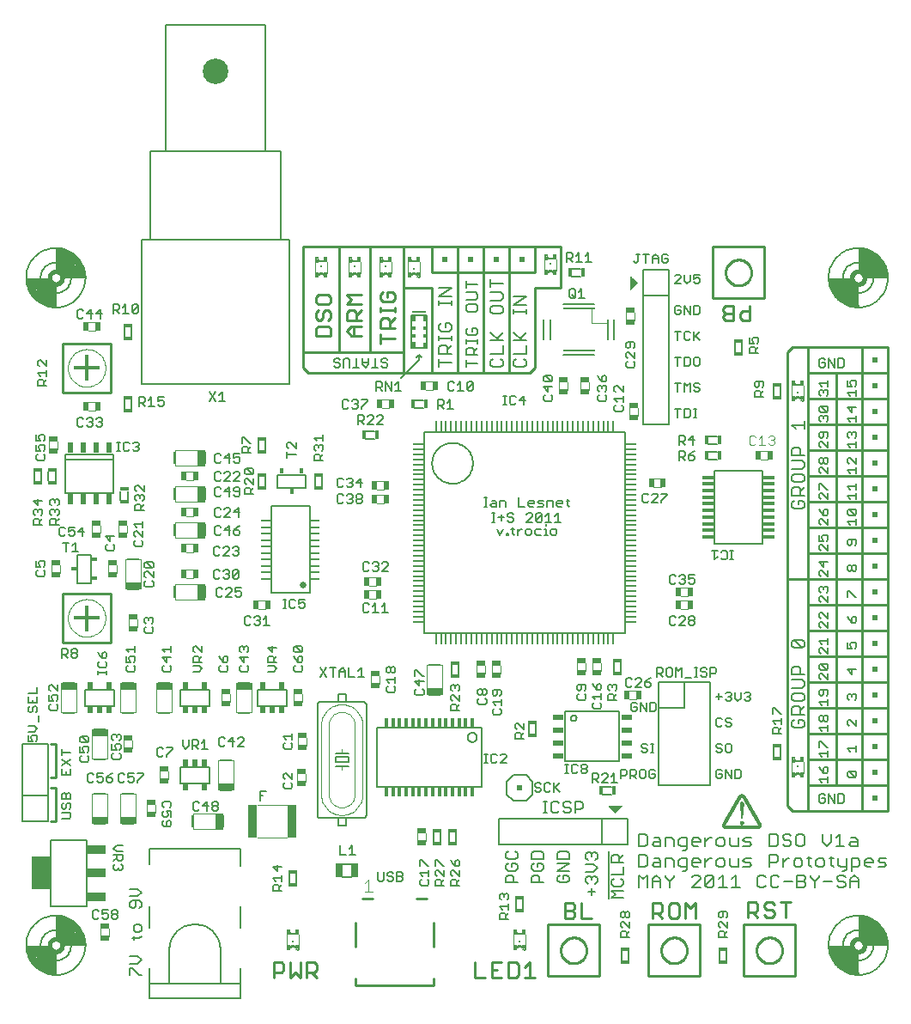
<source format=gto>
G75*
G70*
%OFA0B0*%
%FSLAX24Y24*%
%IPPOS*%
%LPD*%
%AMOC8*
5,1,8,0,0,1.08239X$1,22.5*
%
%ADD10C,0.0100*%
%ADD11C,0.0050*%
%ADD12C,0.0080*%
%ADD13C,0.0070*%
%ADD14C,0.0060*%
%ADD15R,0.0433X0.0193*%
%ADD16R,0.0128X0.0368*%
%ADD17R,0.0197X0.0256*%
%ADD18R,0.0394X0.0106*%
%ADD19R,0.0106X0.0394*%
%ADD20C,0.0025*%
%ADD21R,0.0340X0.0160*%
%ADD22R,0.0160X0.0340*%
%ADD23R,0.0200X0.0200*%
%ADD24C,0.0040*%
%ADD25R,0.0472X0.0079*%
%ADD26R,0.0591X0.0256*%
%ADD27R,0.0374X0.1299*%
%ADD28R,0.0374X0.0197*%
%ADD29R,0.0374X0.0197*%
%ADD30C,0.0180*%
%ADD31C,0.0020*%
%ADD32C,0.0090*%
%ADD33R,0.0197X0.0374*%
%ADD34R,0.0197X0.0374*%
%ADD35R,0.0079X0.0472*%
%ADD36R,0.0256X0.0591*%
%ADD37C,0.0086*%
%ADD38C,0.0110*%
%ADD39R,0.0128X0.0197*%
%ADD40R,0.0059X0.0098*%
%ADD41R,0.0157X0.0069*%
%ADD42R,0.0079X0.0079*%
%ADD43R,0.0118X0.0118*%
%ADD44R,0.0128X0.0030*%
%ADD45R,0.0006X0.0006*%
%ADD46R,0.0006X0.0006*%
%ADD47R,0.0006X0.0006*%
%ADD48R,0.0006X0.0006*%
%ADD49R,0.0256X0.0551*%
%ADD50R,0.0230X0.0180*%
%ADD51R,0.0157X0.1043*%
%ADD52R,0.1043X0.0157*%
%ADD53R,0.0193X0.0433*%
%ADD54R,0.0180X0.0230*%
%ADD55R,0.0730X0.1260*%
%ADD56R,0.0730X0.0340*%
%ADD57C,0.0992*%
%ADD58R,0.0118X0.0236*%
%ADD59R,0.0118X0.0157*%
%ADD60R,0.0118X0.0197*%
%ADD61R,0.0551X0.0039*%
%ADD62R,0.0551X0.0079*%
%ADD63R,0.0039X0.0079*%
%ADD64R,0.0512X0.0128*%
%ADD65R,0.0390X0.0080*%
%ADD66C,0.0250*%
D10*
X001461Y007026D02*
X001661Y007026D01*
X001661Y008326D01*
X001461Y008326D01*
X001461Y008726D02*
X001661Y008726D01*
X001661Y010026D01*
X001461Y010026D01*
X001916Y013981D02*
X003806Y013981D01*
X003806Y014434D01*
X003806Y013981D02*
X003806Y015871D01*
X003806Y015418D01*
X003806Y015871D02*
X001916Y015871D01*
X001916Y015752D01*
X001916Y015871D02*
X001916Y013981D01*
X001916Y014138D01*
X001916Y013981D02*
X003806Y013981D01*
X001916Y014827D02*
X001916Y015024D01*
X001916Y015871D02*
X003806Y015871D01*
X003806Y023681D02*
X001916Y023681D01*
X001916Y024134D01*
X001916Y023681D02*
X001916Y025571D01*
X001916Y025118D01*
X001916Y025571D02*
X003806Y025571D01*
X003806Y025413D01*
X003806Y025571D02*
X001916Y025571D01*
X003806Y025571D02*
X003806Y023681D01*
X003806Y023799D01*
X003806Y023681D02*
X001916Y023681D01*
X003806Y024527D02*
X003806Y024724D01*
X011261Y024626D02*
X011461Y024426D01*
X015161Y024426D01*
X015161Y025226D01*
X013861Y025226D01*
X013861Y029326D01*
X015161Y029326D01*
X015161Y027726D01*
X015161Y025226D01*
X014811Y025762D02*
X014251Y025762D01*
X014251Y025576D02*
X014251Y025949D01*
X014251Y026183D02*
X014251Y026464D01*
X014344Y026557D01*
X014531Y026557D01*
X014624Y026464D01*
X014624Y026183D01*
X014624Y026370D02*
X014811Y026557D01*
X014811Y026791D02*
X014811Y026978D01*
X014811Y026884D02*
X014251Y026884D01*
X014251Y026791D02*
X014251Y026978D01*
X014344Y027196D02*
X014718Y027196D01*
X014811Y027290D01*
X014811Y027476D01*
X014718Y027570D01*
X014531Y027570D01*
X014531Y027383D01*
X014344Y027196D02*
X014251Y027290D01*
X014251Y027476D01*
X014344Y027570D01*
X015161Y027726D02*
X016261Y027726D01*
X016261Y024426D01*
X017261Y024426D01*
X017261Y029326D01*
X016261Y029326D02*
X016261Y028326D01*
X019261Y028326D01*
X019261Y029326D01*
X018261Y029326D02*
X018261Y024426D01*
X017261Y024426D01*
X016261Y024426D02*
X015161Y024426D01*
X013861Y025226D02*
X012661Y025226D01*
X012661Y029326D01*
X013861Y029326D01*
X012661Y029326D02*
X011261Y029326D01*
X011261Y025226D01*
X012661Y025226D01*
X012311Y025876D02*
X012311Y026156D01*
X012218Y026249D01*
X011844Y026249D01*
X011751Y026156D01*
X011751Y025876D01*
X012311Y025876D01*
X012951Y026062D02*
X013138Y026249D01*
X013511Y026249D01*
X013511Y026483D02*
X012951Y026483D01*
X012951Y026764D01*
X013044Y026857D01*
X013231Y026857D01*
X013324Y026764D01*
X013324Y026483D01*
X013324Y026670D02*
X013511Y026857D01*
X013511Y027091D02*
X012951Y027091D01*
X013138Y027278D01*
X012951Y027465D01*
X013511Y027465D01*
X012311Y027371D02*
X012218Y027465D01*
X011844Y027465D01*
X011751Y027371D01*
X011751Y027184D01*
X011844Y027091D01*
X012218Y027091D01*
X012311Y027184D01*
X012311Y027371D01*
X012218Y026857D02*
X012124Y026857D01*
X012031Y026764D01*
X012031Y026577D01*
X011938Y026483D01*
X011844Y026483D01*
X011751Y026577D01*
X011751Y026764D01*
X011844Y026857D01*
X012218Y026857D02*
X012311Y026764D01*
X012311Y026577D01*
X012218Y026483D01*
X012951Y026062D02*
X013138Y025876D01*
X013511Y025876D01*
X013231Y025876D02*
X013231Y026249D01*
X014251Y026183D02*
X014811Y026183D01*
X018261Y024426D02*
X019261Y024426D01*
X019261Y028326D01*
X020261Y028326D01*
X020261Y029326D01*
X016261Y029326D01*
X015161Y029326D01*
X020261Y029326D02*
X021261Y029326D01*
X021261Y027726D01*
X020261Y027726D01*
X020261Y024626D01*
X020061Y024426D01*
X019261Y024426D01*
X011261Y024626D02*
X011261Y025226D01*
X030061Y025226D02*
X030061Y016426D01*
X030861Y016426D01*
X033961Y016426D01*
X033961Y024426D01*
X032961Y024426D01*
X031961Y024426D01*
X031961Y008426D01*
X030861Y008426D01*
X030861Y007426D01*
X030261Y007426D01*
X030061Y007626D01*
X030061Y016426D01*
X030861Y016426D02*
X030861Y015426D01*
X033961Y015426D01*
X033961Y016426D02*
X032961Y016426D01*
X032961Y025426D01*
X033961Y025426D01*
X033961Y024426D01*
X032961Y025426D02*
X030861Y025426D01*
X030261Y025426D01*
X030061Y025226D01*
X030861Y025426D02*
X030861Y024426D01*
X031961Y024426D01*
X030861Y024426D02*
X030861Y023426D01*
X033961Y023426D01*
X033961Y022426D02*
X030861Y022426D01*
X030861Y021426D01*
X033961Y021426D01*
X033961Y020426D02*
X030861Y020426D01*
X030861Y019426D01*
X033961Y019426D01*
X033961Y018426D02*
X030861Y018426D01*
X030861Y017426D01*
X033961Y017426D01*
X033961Y016426D02*
X032961Y016426D01*
X032961Y008426D01*
X033961Y008426D01*
X033961Y009426D02*
X030861Y009426D01*
X030861Y008426D01*
X030861Y009426D02*
X030861Y010426D01*
X033961Y010426D01*
X033961Y011426D02*
X030861Y011426D01*
X030861Y010426D01*
X030861Y011426D02*
X030861Y012426D01*
X033961Y012426D01*
X033961Y013426D02*
X030861Y013426D01*
X030861Y012426D01*
X030861Y013426D02*
X030861Y014426D01*
X033961Y014426D01*
X033961Y016426D02*
X033961Y007426D01*
X032961Y007426D01*
X032961Y008426D01*
X031961Y008426D01*
X032961Y007426D02*
X030861Y007426D01*
X030861Y014426D02*
X030861Y015426D01*
X030861Y016426D02*
X030861Y017426D01*
X030861Y018426D02*
X030861Y019426D01*
X030861Y020426D02*
X030861Y021426D01*
X030861Y022426D02*
X030861Y023426D01*
X016051Y004025D02*
X015658Y004025D01*
X016327Y003100D02*
X016327Y002155D01*
X016327Y000934D02*
X016327Y000659D01*
X013296Y000659D01*
X013296Y000934D01*
X013296Y002155D02*
X013296Y003100D01*
X013571Y004025D02*
X013965Y004025D01*
D11*
X014220Y004716D02*
X014337Y004716D01*
X014395Y004774D01*
X014395Y005066D01*
X014530Y005008D02*
X014530Y004950D01*
X014588Y004891D01*
X014705Y004891D01*
X014763Y004833D01*
X014763Y004774D01*
X014705Y004716D01*
X014588Y004716D01*
X014530Y004774D01*
X014530Y005008D02*
X014588Y005066D01*
X014705Y005066D01*
X014763Y005008D01*
X014898Y005066D02*
X015073Y005066D01*
X015132Y005008D01*
X015132Y004950D01*
X015073Y004891D01*
X014898Y004891D01*
X014898Y004716D02*
X015073Y004716D01*
X015132Y004774D01*
X015132Y004833D01*
X015073Y004891D01*
X014898Y004716D02*
X014898Y005066D01*
X015786Y005036D02*
X016136Y005036D01*
X016136Y005152D02*
X016136Y004919D01*
X016078Y004784D02*
X016136Y004726D01*
X016136Y004609D01*
X016078Y004551D01*
X015844Y004551D01*
X015786Y004609D01*
X015786Y004726D01*
X015844Y004784D01*
X015903Y004919D02*
X015786Y005036D01*
X015786Y005287D02*
X015786Y005521D01*
X015844Y005521D01*
X016078Y005287D01*
X016136Y005287D01*
X016386Y005287D02*
X016386Y005521D01*
X016444Y005521D01*
X016678Y005287D01*
X016736Y005287D01*
X016736Y005152D02*
X016736Y004919D01*
X016503Y005152D01*
X016444Y005152D01*
X016386Y005094D01*
X016386Y004977D01*
X016444Y004919D01*
X016444Y004784D02*
X016561Y004784D01*
X016620Y004726D01*
X016620Y004551D01*
X016736Y004551D02*
X016386Y004551D01*
X016386Y004726D01*
X016444Y004784D01*
X016620Y004667D02*
X016736Y004784D01*
X016986Y004726D02*
X016986Y004551D01*
X017336Y004551D01*
X017220Y004551D02*
X017220Y004726D01*
X017161Y004784D01*
X017044Y004784D01*
X016986Y004726D01*
X017044Y004919D02*
X016986Y004977D01*
X016986Y005094D01*
X017044Y005152D01*
X017103Y005152D01*
X017336Y004919D01*
X017336Y005152D01*
X017278Y005287D02*
X017336Y005346D01*
X017336Y005462D01*
X017278Y005521D01*
X017220Y005521D01*
X017161Y005462D01*
X017161Y005287D01*
X017278Y005287D01*
X017161Y005287D02*
X017044Y005404D01*
X016986Y005521D01*
X017336Y004784D02*
X017220Y004667D01*
X018886Y004162D02*
X018944Y004221D01*
X019003Y004221D01*
X019061Y004162D01*
X019120Y004221D01*
X019178Y004221D01*
X019236Y004162D01*
X019236Y004046D01*
X019178Y003987D01*
X019236Y003852D02*
X019236Y003619D01*
X019236Y003736D02*
X018886Y003736D01*
X019003Y003619D01*
X019061Y003484D02*
X019120Y003426D01*
X019120Y003251D01*
X019236Y003251D02*
X018886Y003251D01*
X018886Y003426D01*
X018944Y003484D01*
X019061Y003484D01*
X019120Y003367D02*
X019236Y003484D01*
X018944Y003987D02*
X018886Y004046D01*
X018886Y004162D01*
X019061Y004162D02*
X019061Y004104D01*
X018861Y006126D02*
X018861Y007126D01*
X022861Y007126D01*
X022861Y006126D01*
X018861Y006126D01*
X020315Y008171D02*
X020256Y008229D01*
X020315Y008171D02*
X020431Y008171D01*
X020490Y008229D01*
X020490Y008287D01*
X020431Y008346D01*
X020315Y008346D01*
X020256Y008404D01*
X020256Y008463D01*
X020315Y008521D01*
X020431Y008521D01*
X020490Y008463D01*
X020625Y008463D02*
X020625Y008229D01*
X020683Y008171D01*
X020800Y008171D01*
X020858Y008229D01*
X020993Y008171D02*
X020993Y008521D01*
X020858Y008463D02*
X020800Y008521D01*
X020683Y008521D01*
X020625Y008463D01*
X020993Y008287D02*
X021226Y008521D01*
X021051Y008346D02*
X021226Y008171D01*
X021436Y008901D02*
X021553Y008901D01*
X021495Y008901D02*
X021495Y009251D01*
X021553Y009251D02*
X021436Y009251D01*
X021413Y009381D02*
X021413Y011310D01*
X023520Y011310D01*
X023520Y009381D01*
X021413Y009381D01*
X021682Y009193D02*
X021682Y008959D01*
X021740Y008901D01*
X021857Y008901D01*
X021915Y008959D01*
X022050Y008959D02*
X022050Y009017D01*
X022108Y009076D01*
X022225Y009076D01*
X022284Y009017D01*
X022284Y008959D01*
X022225Y008901D01*
X022108Y008901D01*
X022050Y008959D01*
X022108Y009076D02*
X022050Y009134D01*
X022050Y009193D01*
X022108Y009251D01*
X022225Y009251D01*
X022284Y009193D01*
X022284Y009134D01*
X022225Y009076D01*
X022486Y008901D02*
X022661Y008901D01*
X022720Y008843D01*
X022720Y008726D01*
X022661Y008667D01*
X022486Y008667D01*
X022486Y008551D02*
X022486Y008901D01*
X022603Y008667D02*
X022720Y008551D01*
X022855Y008551D02*
X023088Y008784D01*
X023088Y008843D01*
X023030Y008901D01*
X022913Y008901D01*
X022855Y008843D01*
X022855Y008551D02*
X023088Y008551D01*
X023223Y008551D02*
X023456Y008551D01*
X023340Y008551D02*
X023340Y008901D01*
X023223Y008784D01*
X023586Y008817D02*
X023761Y008817D01*
X023820Y008876D01*
X023820Y008993D01*
X023761Y009051D01*
X023586Y009051D01*
X023586Y008701D01*
X023955Y008701D02*
X023955Y009051D01*
X024130Y009051D01*
X024188Y008993D01*
X024188Y008876D01*
X024130Y008817D01*
X023955Y008817D01*
X024071Y008817D02*
X024188Y008701D01*
X024323Y008759D02*
X024323Y008993D01*
X024381Y009051D01*
X024498Y009051D01*
X024556Y008993D01*
X024556Y008759D01*
X024498Y008701D01*
X024381Y008701D01*
X024323Y008759D01*
X024691Y008759D02*
X024750Y008701D01*
X024866Y008701D01*
X024925Y008759D01*
X024925Y008876D01*
X024808Y008876D01*
X024925Y008993D02*
X024866Y009051D01*
X024750Y009051D01*
X024691Y008993D01*
X024691Y008759D01*
X025061Y008426D02*
X025061Y011426D01*
X026061Y011426D01*
X026061Y012426D01*
X027061Y012426D01*
X027061Y008426D01*
X025061Y008426D01*
X024871Y009701D02*
X024755Y009701D01*
X024813Y009701D02*
X024813Y010051D01*
X024755Y010051D02*
X024871Y010051D01*
X024620Y009993D02*
X024561Y010051D01*
X024445Y010051D01*
X024386Y009993D01*
X024386Y009934D01*
X024445Y009876D01*
X024561Y009876D01*
X024620Y009817D01*
X024620Y009759D01*
X024561Y009701D01*
X024445Y009701D01*
X024386Y009759D01*
X024355Y011301D02*
X024355Y011651D01*
X024588Y011301D01*
X024588Y011651D01*
X024723Y011651D02*
X024898Y011651D01*
X024956Y011593D01*
X024956Y011359D01*
X024898Y011301D01*
X024723Y011301D01*
X024723Y011651D01*
X025061Y011426D02*
X025061Y012426D01*
X026061Y012426D01*
X026091Y012592D02*
X026325Y012592D01*
X026459Y012651D02*
X026576Y012651D01*
X026518Y012651D02*
X026518Y013001D01*
X026576Y013001D02*
X026459Y013001D01*
X026705Y012943D02*
X026763Y013001D01*
X026880Y013001D01*
X026939Y012943D01*
X026880Y012826D02*
X026939Y012767D01*
X026939Y012709D01*
X026880Y012651D01*
X026763Y012651D01*
X026705Y012709D01*
X026763Y012826D02*
X026880Y012826D01*
X026763Y012826D02*
X026705Y012884D01*
X026705Y012943D01*
X027073Y013001D02*
X027248Y013001D01*
X027307Y012943D01*
X027307Y012826D01*
X027248Y012767D01*
X027073Y012767D01*
X027073Y012651D02*
X027073Y013001D01*
X025956Y013001D02*
X025956Y012651D01*
X025723Y012651D02*
X025723Y013001D01*
X025840Y012884D01*
X025956Y013001D01*
X025588Y012943D02*
X025530Y013001D01*
X025413Y013001D01*
X025355Y012943D01*
X025355Y012709D01*
X025413Y012651D01*
X025530Y012651D01*
X025588Y012709D01*
X025588Y012943D01*
X025220Y012943D02*
X025161Y013001D01*
X024986Y013001D01*
X024986Y012651D01*
X024986Y012767D02*
X025161Y012767D01*
X025220Y012826D01*
X025220Y012943D01*
X025103Y012767D02*
X025220Y012651D01*
X024756Y012601D02*
X024640Y012543D01*
X024523Y012426D01*
X024698Y012426D01*
X024756Y012367D01*
X024756Y012309D01*
X024698Y012251D01*
X024581Y012251D01*
X024523Y012309D01*
X024523Y012426D01*
X024388Y012484D02*
X024388Y012543D01*
X024330Y012601D01*
X024213Y012601D01*
X024155Y012543D01*
X024020Y012543D02*
X023961Y012601D01*
X023845Y012601D01*
X023786Y012543D01*
X023786Y012309D01*
X023845Y012251D01*
X023961Y012251D01*
X024020Y012309D01*
X024155Y012251D02*
X024388Y012484D01*
X024388Y012251D02*
X024155Y012251D01*
X023436Y012294D02*
X023436Y012177D01*
X023378Y012119D01*
X023436Y011984D02*
X023320Y011867D01*
X023320Y011926D02*
X023320Y011751D01*
X023436Y011751D02*
X023086Y011751D01*
X023086Y011926D01*
X023144Y011984D01*
X023261Y011984D01*
X023320Y011926D01*
X023144Y012119D02*
X023086Y012177D01*
X023086Y012294D01*
X023144Y012352D01*
X023203Y012352D01*
X023261Y012294D01*
X023320Y012352D01*
X023378Y012352D01*
X023436Y012294D01*
X023261Y012294D02*
X023261Y012236D01*
X022836Y012196D02*
X022778Y012137D01*
X022661Y012137D01*
X022661Y012312D01*
X022720Y012371D01*
X022778Y012371D01*
X022836Y012312D01*
X022836Y012196D01*
X022661Y012137D02*
X022544Y012254D01*
X022486Y012371D01*
X022236Y012294D02*
X022178Y012352D01*
X021944Y012352D01*
X021886Y012294D01*
X021886Y012177D01*
X021944Y012119D01*
X022003Y012119D01*
X022061Y012177D01*
X022061Y012352D01*
X022236Y012294D02*
X022236Y012177D01*
X022178Y012119D01*
X022178Y011984D02*
X022236Y011926D01*
X022236Y011809D01*
X022178Y011751D01*
X021944Y011751D01*
X021886Y011809D01*
X021886Y011926D01*
X021944Y011984D01*
X022486Y011886D02*
X022603Y011769D01*
X022544Y011634D02*
X022486Y011576D01*
X022486Y011459D01*
X022544Y011401D01*
X022778Y011401D01*
X022836Y011459D01*
X022836Y011576D01*
X022778Y011634D01*
X022836Y011769D02*
X022836Y012002D01*
X022836Y011886D02*
X022486Y011886D01*
X021657Y011034D02*
X021659Y011054D01*
X021664Y011074D01*
X021674Y011092D01*
X021686Y011109D01*
X021701Y011123D01*
X021719Y011133D01*
X021738Y011141D01*
X021758Y011145D01*
X021778Y011145D01*
X021798Y011141D01*
X021817Y011133D01*
X021835Y011123D01*
X021850Y011109D01*
X021862Y011092D01*
X021872Y011074D01*
X021877Y011054D01*
X021879Y011034D01*
X021877Y011014D01*
X021872Y010994D01*
X021862Y010976D01*
X021850Y010959D01*
X021835Y010945D01*
X021817Y010935D01*
X021798Y010927D01*
X021778Y010923D01*
X021758Y010923D01*
X021738Y010927D01*
X021719Y010935D01*
X021701Y010945D01*
X021686Y010959D01*
X021674Y010976D01*
X021664Y010994D01*
X021659Y011014D01*
X021657Y011034D01*
X021740Y009251D02*
X021682Y009193D01*
X021740Y009251D02*
X021857Y009251D01*
X021915Y009193D01*
X019836Y010251D02*
X019486Y010251D01*
X019486Y010426D01*
X019544Y010484D01*
X019661Y010484D01*
X019720Y010426D01*
X019720Y010251D01*
X019720Y010367D02*
X019836Y010484D01*
X019836Y010619D02*
X019603Y010852D01*
X019544Y010852D01*
X019486Y010794D01*
X019486Y010677D01*
X019544Y010619D01*
X019836Y010619D02*
X019836Y010852D01*
X018961Y011234D02*
X018961Y011351D01*
X018903Y011409D01*
X018961Y011544D02*
X018961Y011777D01*
X018961Y011661D02*
X018611Y011661D01*
X018728Y011544D01*
X018669Y011409D02*
X018611Y011351D01*
X018611Y011234D01*
X018669Y011176D01*
X018903Y011176D01*
X018961Y011234D01*
X018386Y011634D02*
X018386Y011751D01*
X018328Y011809D01*
X018328Y011944D02*
X018270Y011944D01*
X018211Y012002D01*
X018211Y012119D01*
X018270Y012177D01*
X018328Y012177D01*
X018386Y012119D01*
X018386Y012002D01*
X018328Y011944D01*
X018211Y012002D02*
X018153Y011944D01*
X018094Y011944D01*
X018036Y012002D01*
X018036Y012119D01*
X018094Y012177D01*
X018153Y012177D01*
X018211Y012119D01*
X018094Y011809D02*
X018036Y011751D01*
X018036Y011634D01*
X018094Y011576D01*
X018328Y011576D01*
X018386Y011634D01*
X018669Y011912D02*
X018728Y011912D01*
X018786Y011971D01*
X018786Y012146D01*
X018669Y012146D02*
X018611Y012087D01*
X018611Y011971D01*
X018669Y011912D01*
X018669Y012146D02*
X018903Y012146D01*
X018961Y012087D01*
X018961Y011971D01*
X018903Y011912D01*
X017336Y011952D02*
X017336Y011719D01*
X017103Y011952D01*
X017044Y011952D01*
X016986Y011894D01*
X016986Y011777D01*
X017044Y011719D01*
X017044Y011584D02*
X017161Y011584D01*
X017220Y011526D01*
X017220Y011351D01*
X017336Y011351D02*
X016986Y011351D01*
X016986Y011526D01*
X017044Y011584D01*
X017220Y011467D02*
X017336Y011584D01*
X017278Y012087D02*
X017336Y012146D01*
X017336Y012262D01*
X017278Y012321D01*
X017220Y012321D01*
X017161Y012262D01*
X017161Y012204D01*
X017161Y012262D02*
X017103Y012321D01*
X017044Y012321D01*
X016986Y012262D01*
X016986Y012146D01*
X017044Y012087D01*
X015952Y012096D02*
X015894Y012154D01*
X015952Y012096D02*
X015952Y011979D01*
X015894Y011921D01*
X015661Y011921D01*
X015602Y011979D01*
X015602Y012096D01*
X015661Y012154D01*
X015777Y012289D02*
X015777Y012523D01*
X015894Y012657D02*
X015661Y012891D01*
X015602Y012891D01*
X015602Y012657D01*
X015602Y012464D02*
X015777Y012289D01*
X015952Y012464D02*
X015602Y012464D01*
X015894Y012657D02*
X015952Y012657D01*
X014836Y012652D02*
X014836Y012419D01*
X014836Y012536D02*
X014486Y012536D01*
X014603Y012419D01*
X014544Y012284D02*
X014486Y012226D01*
X014486Y012109D01*
X014544Y012051D01*
X014778Y012051D01*
X014836Y012109D01*
X014836Y012226D01*
X014778Y012284D01*
X014778Y012787D02*
X014720Y012787D01*
X014661Y012846D01*
X014661Y012962D01*
X014720Y013021D01*
X014778Y013021D01*
X014836Y012962D01*
X014836Y012846D01*
X014778Y012787D01*
X014661Y012846D02*
X014603Y012787D01*
X014544Y012787D01*
X014486Y012846D01*
X014486Y012962D01*
X014544Y013021D01*
X014603Y013021D01*
X014661Y012962D01*
X013643Y012651D02*
X013409Y012651D01*
X013526Y012651D02*
X013526Y013001D01*
X013409Y012884D01*
X013275Y012651D02*
X013041Y012651D01*
X013041Y013001D01*
X012906Y012884D02*
X012790Y013001D01*
X012673Y012884D01*
X012673Y012651D01*
X012673Y012826D02*
X012906Y012826D01*
X012906Y012884D02*
X012906Y012651D01*
X012421Y012651D02*
X012421Y013001D01*
X012305Y013001D02*
X012538Y013001D01*
X012170Y013001D02*
X011936Y012651D01*
X012170Y012651D02*
X011936Y013001D01*
X011236Y013026D02*
X011236Y012909D01*
X011178Y012851D01*
X010944Y012851D01*
X010886Y012909D01*
X010886Y013026D01*
X010944Y013084D01*
X011061Y013219D02*
X011061Y013394D01*
X011120Y013452D01*
X011178Y013452D01*
X011236Y013394D01*
X011236Y013277D01*
X011178Y013219D01*
X011061Y013219D01*
X010944Y013336D01*
X010886Y013452D01*
X010944Y013587D02*
X010886Y013646D01*
X010886Y013762D01*
X010944Y013821D01*
X011178Y013587D01*
X011236Y013646D01*
X011236Y013762D01*
X011178Y013821D01*
X010944Y013821D01*
X010944Y013587D02*
X011178Y013587D01*
X011178Y013084D02*
X011236Y013026D01*
X010236Y012967D02*
X010120Y012851D01*
X009886Y012851D01*
X009886Y013084D02*
X010120Y013084D01*
X010236Y012967D01*
X010236Y013219D02*
X009886Y013219D01*
X009886Y013394D01*
X009944Y013452D01*
X010061Y013452D01*
X010120Y013394D01*
X010120Y013219D01*
X010120Y013336D02*
X010236Y013452D01*
X010061Y013587D02*
X010061Y013821D01*
X010236Y013762D02*
X009886Y013762D01*
X010061Y013587D01*
X009136Y013646D02*
X009078Y013587D01*
X009136Y013646D02*
X009136Y013762D01*
X009078Y013821D01*
X009020Y013821D01*
X008961Y013762D01*
X008961Y013704D01*
X008961Y013762D02*
X008903Y013821D01*
X008844Y013821D01*
X008786Y013762D01*
X008786Y013646D01*
X008844Y013587D01*
X008961Y013452D02*
X008961Y013219D01*
X008786Y013394D01*
X009136Y013394D01*
X009078Y013084D02*
X009136Y013026D01*
X009136Y012909D01*
X009078Y012851D01*
X008844Y012851D01*
X008786Y012909D01*
X008786Y013026D01*
X008844Y013084D01*
X008336Y013026D02*
X008336Y012909D01*
X008278Y012851D01*
X008044Y012851D01*
X007986Y012909D01*
X007986Y013026D01*
X008044Y013084D01*
X008161Y013219D02*
X008161Y013394D01*
X008220Y013452D01*
X008278Y013452D01*
X008336Y013394D01*
X008336Y013277D01*
X008278Y013219D01*
X008161Y013219D01*
X008044Y013336D01*
X007986Y013452D01*
X008278Y013084D02*
X008336Y013026D01*
X007336Y012967D02*
X007220Y012851D01*
X006986Y012851D01*
X006986Y013084D02*
X007220Y013084D01*
X007336Y012967D01*
X007336Y013219D02*
X006986Y013219D01*
X006986Y013394D01*
X007044Y013452D01*
X007161Y013452D01*
X007220Y013394D01*
X007220Y013219D01*
X007220Y013336D02*
X007336Y013452D01*
X007336Y013587D02*
X007103Y013821D01*
X007044Y013821D01*
X006986Y013762D01*
X006986Y013646D01*
X007044Y013587D01*
X007336Y013587D02*
X007336Y013821D01*
X006136Y013821D02*
X006136Y013587D01*
X006136Y013704D02*
X005786Y013704D01*
X005903Y013587D01*
X005961Y013452D02*
X005961Y013219D01*
X005786Y013394D01*
X006136Y013394D01*
X006078Y013084D02*
X006136Y013026D01*
X006136Y012909D01*
X006078Y012851D01*
X005844Y012851D01*
X005786Y012909D01*
X005786Y013026D01*
X005844Y013084D01*
X004736Y013026D02*
X004736Y012909D01*
X004678Y012851D01*
X004444Y012851D01*
X004386Y012909D01*
X004386Y013026D01*
X004444Y013084D01*
X004386Y013219D02*
X004561Y013219D01*
X004503Y013336D01*
X004503Y013394D01*
X004561Y013452D01*
X004678Y013452D01*
X004736Y013394D01*
X004736Y013277D01*
X004678Y013219D01*
X004678Y013084D02*
X004736Y013026D01*
X004386Y013219D02*
X004386Y013452D01*
X004503Y013587D02*
X004386Y013704D01*
X004736Y013704D01*
X004736Y013587D02*
X004736Y013821D01*
X005144Y014351D02*
X005378Y014351D01*
X005436Y014409D01*
X005436Y014526D01*
X005378Y014584D01*
X005378Y014719D02*
X005436Y014777D01*
X005436Y014894D01*
X005378Y014952D01*
X005320Y014952D01*
X005261Y014894D01*
X005261Y014836D01*
X005261Y014894D02*
X005203Y014952D01*
X005144Y014952D01*
X005086Y014894D01*
X005086Y014777D01*
X005144Y014719D01*
X005144Y014584D02*
X005086Y014526D01*
X005086Y014409D01*
X005144Y014351D01*
X003636Y013540D02*
X003578Y013598D01*
X003520Y013598D01*
X003461Y013540D01*
X003461Y013364D01*
X003578Y013364D01*
X003636Y013423D01*
X003636Y013540D01*
X003461Y013364D02*
X003344Y013481D01*
X003286Y013598D01*
X003344Y013230D02*
X003286Y013171D01*
X003286Y013055D01*
X003344Y012996D01*
X003578Y012996D01*
X003636Y013055D01*
X003636Y013171D01*
X003578Y013230D01*
X003636Y012867D02*
X003636Y012751D01*
X003636Y012809D02*
X003286Y012809D01*
X003286Y012751D02*
X003286Y012867D01*
X002488Y013441D02*
X002430Y013383D01*
X002313Y013383D01*
X002255Y013441D01*
X002255Y013499D01*
X002313Y013558D01*
X002430Y013558D01*
X002488Y013499D01*
X002488Y013441D01*
X002430Y013558D02*
X002488Y013616D01*
X002488Y013674D01*
X002430Y013733D01*
X002313Y013733D01*
X002255Y013674D01*
X002255Y013616D01*
X002313Y013558D01*
X002120Y013558D02*
X002061Y013499D01*
X001886Y013499D01*
X001886Y013383D02*
X001886Y013733D01*
X002061Y013733D01*
X002120Y013674D01*
X002120Y013558D01*
X002003Y013499D02*
X002120Y013383D01*
X001736Y012321D02*
X001736Y012087D01*
X001503Y012321D01*
X001444Y012321D01*
X001386Y012262D01*
X001386Y012146D01*
X001444Y012087D01*
X001386Y011952D02*
X001386Y011719D01*
X001561Y011719D01*
X001503Y011836D01*
X001503Y011894D01*
X001561Y011952D01*
X001678Y011952D01*
X001736Y011894D01*
X001736Y011777D01*
X001678Y011719D01*
X001678Y011584D02*
X001736Y011526D01*
X001736Y011409D01*
X001678Y011351D01*
X001444Y011351D01*
X001386Y011409D01*
X001386Y011526D01*
X001444Y011584D01*
X000936Y011624D02*
X000936Y011857D01*
X000936Y011992D02*
X000936Y012226D01*
X000936Y011992D02*
X000586Y011992D01*
X000586Y011857D02*
X000586Y011624D01*
X000936Y011624D01*
X000878Y011489D02*
X000936Y011431D01*
X000936Y011314D01*
X000878Y011256D01*
X000761Y011314D02*
X000761Y011431D01*
X000820Y011489D01*
X000878Y011489D01*
X000761Y011624D02*
X000761Y011741D01*
X000644Y011489D02*
X000586Y011431D01*
X000586Y011314D01*
X000644Y011256D01*
X000703Y011256D01*
X000761Y011314D01*
X000995Y011121D02*
X000995Y010887D01*
X000820Y010752D02*
X000586Y010752D01*
X000586Y010519D02*
X000820Y010519D01*
X000936Y010636D01*
X000820Y010752D01*
X000878Y010384D02*
X000936Y010326D01*
X000936Y010209D01*
X000878Y010151D01*
X000761Y010151D02*
X000703Y010267D01*
X000703Y010326D01*
X000761Y010384D01*
X000878Y010384D01*
X000761Y010151D02*
X000586Y010151D01*
X000586Y010384D01*
X000361Y010026D02*
X001361Y010026D01*
X001361Y008026D01*
X000361Y008026D01*
X000361Y010026D01*
X001886Y009821D02*
X001886Y009587D01*
X001886Y009704D02*
X002236Y009704D01*
X002236Y009452D02*
X001886Y009219D01*
X001886Y009084D02*
X001886Y008851D01*
X002236Y008851D01*
X002236Y009084D01*
X002236Y009219D02*
X001886Y009452D01*
X002061Y008967D02*
X002061Y008851D01*
X002586Y009409D02*
X002644Y009351D01*
X002878Y009351D01*
X002936Y009409D01*
X002936Y009526D01*
X002878Y009584D01*
X002878Y009719D02*
X002936Y009777D01*
X002936Y009894D01*
X002878Y009952D01*
X002761Y009952D01*
X002703Y009894D01*
X002703Y009836D01*
X002761Y009719D01*
X002586Y009719D01*
X002586Y009952D01*
X002644Y010087D02*
X002586Y010146D01*
X002586Y010262D01*
X002644Y010321D01*
X002878Y010087D01*
X002936Y010146D01*
X002936Y010262D01*
X002878Y010321D01*
X002644Y010321D01*
X002644Y010087D02*
X002878Y010087D01*
X002644Y009584D02*
X002586Y009526D01*
X002586Y009409D01*
X002945Y008901D02*
X002886Y008843D01*
X002886Y008609D01*
X002945Y008551D01*
X003061Y008551D01*
X003120Y008609D01*
X003255Y008609D02*
X003313Y008551D01*
X003430Y008551D01*
X003488Y008609D01*
X003488Y008726D01*
X003430Y008784D01*
X003371Y008784D01*
X003255Y008726D01*
X003255Y008901D01*
X003488Y008901D01*
X003623Y008726D02*
X003798Y008726D01*
X003856Y008667D01*
X003856Y008609D01*
X003798Y008551D01*
X003681Y008551D01*
X003623Y008609D01*
X003623Y008726D01*
X003740Y008843D01*
X003856Y008901D01*
X004086Y008843D02*
X004086Y008609D01*
X004145Y008551D01*
X004261Y008551D01*
X004320Y008609D01*
X004455Y008609D02*
X004513Y008551D01*
X004630Y008551D01*
X004688Y008609D01*
X004688Y008726D01*
X004630Y008784D01*
X004571Y008784D01*
X004455Y008726D01*
X004455Y008901D01*
X004688Y008901D01*
X004823Y008901D02*
X005056Y008901D01*
X005056Y008843D01*
X004823Y008609D01*
X004823Y008551D01*
X004320Y008843D02*
X004261Y008901D01*
X004145Y008901D01*
X004086Y008843D01*
X004128Y009446D02*
X004186Y009504D01*
X004186Y009621D01*
X004128Y009679D01*
X004128Y009814D02*
X004186Y009872D01*
X004186Y009989D01*
X004128Y010048D01*
X004011Y010048D01*
X003953Y009989D01*
X003953Y009931D01*
X004011Y009814D01*
X003836Y009814D01*
X003836Y010048D01*
X003894Y010182D02*
X003836Y010241D01*
X003836Y010357D01*
X003894Y010416D01*
X003953Y010416D01*
X004011Y010357D01*
X004070Y010416D01*
X004128Y010416D01*
X004186Y010357D01*
X004186Y010241D01*
X004128Y010182D01*
X004011Y010299D02*
X004011Y010357D01*
X003894Y009679D02*
X003836Y009621D01*
X003836Y009504D01*
X003894Y009446D01*
X004128Y009446D01*
X003120Y008843D02*
X003061Y008901D01*
X002945Y008901D01*
X002178Y008121D02*
X002236Y008062D01*
X002236Y007887D01*
X001886Y007887D01*
X001886Y008062D01*
X001944Y008121D01*
X002003Y008121D01*
X002061Y008062D01*
X002061Y007887D01*
X002120Y007752D02*
X002061Y007694D01*
X002061Y007577D01*
X002003Y007519D01*
X001944Y007519D01*
X001886Y007577D01*
X001886Y007694D01*
X001944Y007752D01*
X002120Y007752D02*
X002178Y007752D01*
X002236Y007694D01*
X002236Y007577D01*
X002178Y007519D01*
X002178Y007384D02*
X001886Y007384D01*
X001886Y007151D02*
X002178Y007151D01*
X002236Y007209D01*
X002236Y007326D01*
X002178Y007384D01*
X002061Y008062D02*
X002120Y008121D01*
X002178Y008121D01*
X001361Y008026D02*
X001361Y007026D01*
X000361Y007026D01*
X000361Y008026D01*
X003906Y005984D02*
X004023Y005867D01*
X004257Y005867D01*
X004257Y005732D02*
X004257Y005557D01*
X004198Y005499D01*
X004081Y005499D01*
X004023Y005557D01*
X004023Y005732D01*
X004023Y005616D02*
X003906Y005499D01*
X003965Y005364D02*
X003906Y005306D01*
X003906Y005189D01*
X003965Y005131D01*
X004023Y005131D01*
X004081Y005189D01*
X004081Y005247D01*
X004081Y005189D02*
X004140Y005131D01*
X004198Y005131D01*
X004257Y005189D01*
X004257Y005306D01*
X004198Y005364D01*
X004257Y005732D02*
X003906Y005732D01*
X003906Y005984D02*
X004023Y006101D01*
X004257Y006101D01*
X005786Y006889D02*
X005845Y006831D01*
X006078Y006831D01*
X006137Y006889D01*
X006137Y007006D01*
X006078Y007064D01*
X006020Y007064D01*
X005961Y007006D01*
X005961Y006831D01*
X005786Y006889D02*
X005786Y007006D01*
X005845Y007064D01*
X005845Y007199D02*
X005786Y007257D01*
X005786Y007374D01*
X005845Y007432D01*
X005961Y007432D02*
X006020Y007316D01*
X006020Y007257D01*
X005961Y007199D01*
X005845Y007199D01*
X005961Y007432D02*
X006137Y007432D01*
X006137Y007199D01*
X006078Y007567D02*
X006137Y007626D01*
X006137Y007742D01*
X006078Y007801D01*
X005845Y007801D01*
X005786Y007742D01*
X005786Y007626D01*
X005845Y007567D01*
X006986Y007509D02*
X007045Y007451D01*
X007161Y007451D01*
X007220Y007509D01*
X007355Y007626D02*
X007588Y007626D01*
X007723Y007684D02*
X007723Y007743D01*
X007781Y007801D01*
X007898Y007801D01*
X007956Y007743D01*
X007956Y007684D01*
X007898Y007626D01*
X007781Y007626D01*
X007723Y007684D01*
X007781Y007626D02*
X007723Y007567D01*
X007723Y007509D01*
X007781Y007451D01*
X007898Y007451D01*
X007956Y007509D01*
X007956Y007567D01*
X007898Y007626D01*
X007530Y007801D02*
X007355Y007626D01*
X007220Y007743D02*
X007161Y007801D01*
X007045Y007801D01*
X006986Y007743D01*
X006986Y007509D01*
X007530Y007451D02*
X007530Y007801D01*
X009586Y007851D02*
X009586Y008201D01*
X009820Y008201D01*
X009703Y008026D02*
X009586Y008026D01*
X010486Y008359D02*
X010486Y008476D01*
X010544Y008534D01*
X010544Y008669D02*
X010486Y008727D01*
X010486Y008844D01*
X010544Y008902D01*
X010603Y008902D01*
X010836Y008669D01*
X010836Y008902D01*
X010778Y008534D02*
X010836Y008476D01*
X010836Y008359D01*
X010778Y008301D01*
X010544Y008301D01*
X010486Y008359D01*
X010544Y009851D02*
X010778Y009851D01*
X010836Y009909D01*
X010836Y010026D01*
X010778Y010084D01*
X010836Y010219D02*
X010836Y010452D01*
X010836Y010336D02*
X010486Y010336D01*
X010603Y010219D01*
X010544Y010084D02*
X010486Y010026D01*
X010486Y009909D01*
X010544Y009851D01*
X008956Y009951D02*
X008723Y009951D01*
X008956Y010184D01*
X008956Y010243D01*
X008898Y010301D01*
X008781Y010301D01*
X008723Y010243D01*
X008588Y010126D02*
X008355Y010126D01*
X008530Y010301D01*
X008530Y009951D01*
X008220Y010009D02*
X008161Y009951D01*
X008045Y009951D01*
X007986Y010009D01*
X007986Y010243D01*
X008045Y010301D01*
X008161Y010301D01*
X008220Y010243D01*
X007556Y009851D02*
X007323Y009851D01*
X007440Y009851D02*
X007440Y010201D01*
X007323Y010084D01*
X007188Y010026D02*
X007130Y009967D01*
X006955Y009967D01*
X007071Y009967D02*
X007188Y009851D01*
X007188Y010026D02*
X007188Y010143D01*
X007130Y010201D01*
X006955Y010201D01*
X006955Y009851D01*
X006820Y009967D02*
X006820Y010201D01*
X006820Y009967D02*
X006703Y009851D01*
X006586Y009967D01*
X006586Y010201D01*
X006188Y009901D02*
X006188Y009843D01*
X005955Y009609D01*
X005955Y009551D01*
X005820Y009609D02*
X005761Y009551D01*
X005645Y009551D01*
X005586Y009609D01*
X005586Y009843D01*
X005645Y009901D01*
X005761Y009901D01*
X005820Y009843D01*
X005955Y009901D02*
X006188Y009901D01*
X010086Y005262D02*
X010261Y005087D01*
X010261Y005321D01*
X010436Y005262D02*
X010086Y005262D01*
X010086Y004836D02*
X010436Y004836D01*
X010436Y004952D02*
X010436Y004719D01*
X010436Y004584D02*
X010320Y004467D01*
X010320Y004526D02*
X010320Y004351D01*
X010436Y004351D02*
X010086Y004351D01*
X010086Y004526D01*
X010144Y004584D01*
X010261Y004584D01*
X010320Y004526D01*
X010203Y004719D02*
X010086Y004836D01*
X012686Y005751D02*
X012920Y005751D01*
X013055Y005751D02*
X013288Y005751D01*
X013171Y005751D02*
X013171Y006101D01*
X013055Y005984D01*
X012686Y006101D02*
X012686Y005751D01*
X014161Y005066D02*
X014161Y004774D01*
X014220Y004716D01*
X018300Y009301D02*
X018416Y009301D01*
X018358Y009301D02*
X018358Y009651D01*
X018300Y009651D02*
X018416Y009651D01*
X018545Y009593D02*
X018545Y009359D01*
X018604Y009301D01*
X018720Y009301D01*
X018779Y009359D01*
X018913Y009301D02*
X019147Y009534D01*
X019147Y009593D01*
X019089Y009651D01*
X018972Y009651D01*
X018913Y009593D01*
X018779Y009593D02*
X018720Y009651D01*
X018604Y009651D01*
X018545Y009593D01*
X018913Y009301D02*
X019147Y009301D01*
X022861Y007126D02*
X023861Y007126D01*
X023861Y006126D01*
X022861Y006126D01*
X023644Y003521D02*
X023703Y003521D01*
X023761Y003462D01*
X023761Y003346D01*
X023703Y003287D01*
X023644Y003287D01*
X023586Y003346D01*
X023586Y003462D01*
X023644Y003521D01*
X023761Y003462D02*
X023820Y003521D01*
X023878Y003521D01*
X023936Y003462D01*
X023936Y003346D01*
X023878Y003287D01*
X023820Y003287D01*
X023761Y003346D01*
X023703Y003152D02*
X023936Y002919D01*
X023936Y003152D01*
X023703Y003152D02*
X023644Y003152D01*
X023586Y003094D01*
X023586Y002977D01*
X023644Y002919D01*
X023644Y002784D02*
X023761Y002784D01*
X023820Y002726D01*
X023820Y002551D01*
X023936Y002551D02*
X023586Y002551D01*
X023586Y002726D01*
X023644Y002784D01*
X023820Y002667D02*
X023936Y002784D01*
X027386Y002726D02*
X027386Y002551D01*
X027736Y002551D01*
X027620Y002551D02*
X027620Y002726D01*
X027561Y002784D01*
X027444Y002784D01*
X027386Y002726D01*
X027444Y002919D02*
X027386Y002977D01*
X027386Y003094D01*
X027444Y003152D01*
X027503Y003152D01*
X027736Y002919D01*
X027736Y003152D01*
X027678Y003287D02*
X027736Y003346D01*
X027736Y003462D01*
X027678Y003521D01*
X027444Y003521D01*
X027386Y003462D01*
X027386Y003346D01*
X027444Y003287D01*
X027503Y003287D01*
X027561Y003346D01*
X027561Y003521D01*
X027736Y002784D02*
X027620Y002667D01*
X031345Y007751D02*
X031461Y007751D01*
X031520Y007809D01*
X031520Y007926D01*
X031403Y007926D01*
X031286Y008043D02*
X031286Y007809D01*
X031345Y007751D01*
X031286Y008043D02*
X031345Y008101D01*
X031461Y008101D01*
X031520Y008043D01*
X031655Y008101D02*
X031888Y007751D01*
X031888Y008101D01*
X032023Y008101D02*
X032198Y008101D01*
X032256Y008043D01*
X032256Y007809D01*
X032198Y007751D01*
X032023Y007751D01*
X032023Y008101D01*
X031655Y008101D02*
X031655Y007751D01*
X031636Y008551D02*
X031636Y008784D01*
X031636Y008667D02*
X031286Y008667D01*
X031403Y008551D01*
X031461Y008919D02*
X031461Y009094D01*
X031520Y009152D01*
X031578Y009152D01*
X031636Y009094D01*
X031636Y008977D01*
X031578Y008919D01*
X031461Y008919D01*
X031344Y009036D01*
X031286Y009152D01*
X031403Y009551D02*
X031286Y009667D01*
X031636Y009667D01*
X031636Y009551D02*
X031636Y009784D01*
X031636Y009919D02*
X031578Y009919D01*
X031344Y010152D01*
X031286Y010152D01*
X031286Y009919D01*
X031403Y010551D02*
X031286Y010667D01*
X031636Y010667D01*
X031636Y010551D02*
X031636Y010784D01*
X031578Y010919D02*
X031636Y010977D01*
X031636Y011094D01*
X031578Y011152D01*
X031520Y011152D01*
X031461Y011094D01*
X031461Y010977D01*
X031403Y010919D01*
X031344Y010919D01*
X031286Y010977D01*
X031286Y011094D01*
X031344Y011152D01*
X031403Y011152D01*
X031461Y011094D01*
X031461Y010977D02*
X031520Y010919D01*
X031578Y010919D01*
X031636Y011551D02*
X031636Y011784D01*
X031636Y011667D02*
X031286Y011667D01*
X031403Y011551D01*
X031403Y011919D02*
X031461Y011977D01*
X031461Y012152D01*
X031344Y012152D02*
X031286Y012094D01*
X031286Y011977D01*
X031344Y011919D01*
X031403Y011919D01*
X031578Y011919D02*
X031636Y011977D01*
X031636Y012094D01*
X031578Y012152D01*
X031344Y012152D01*
X031344Y012551D02*
X031286Y012609D01*
X031286Y012726D01*
X031344Y012784D01*
X031403Y012784D01*
X031636Y012551D01*
X031636Y012784D01*
X031578Y012919D02*
X031344Y013152D01*
X031578Y013152D01*
X031636Y013094D01*
X031636Y012977D01*
X031578Y012919D01*
X031344Y012919D01*
X031286Y012977D01*
X031286Y013094D01*
X031344Y013152D01*
X031344Y013551D02*
X031286Y013609D01*
X031286Y013726D01*
X031344Y013784D01*
X031403Y013784D01*
X031636Y013551D01*
X031636Y013784D01*
X031636Y013919D02*
X031636Y014152D01*
X031636Y014036D02*
X031286Y014036D01*
X031403Y013919D01*
X031344Y014551D02*
X031286Y014609D01*
X031286Y014726D01*
X031344Y014784D01*
X031403Y014784D01*
X031636Y014551D01*
X031636Y014784D01*
X031636Y014919D02*
X031403Y015152D01*
X031344Y015152D01*
X031286Y015094D01*
X031286Y014977D01*
X031344Y014919D01*
X031636Y014919D02*
X031636Y015152D01*
X031636Y015551D02*
X031403Y015784D01*
X031344Y015784D01*
X031286Y015726D01*
X031286Y015609D01*
X031344Y015551D01*
X031636Y015551D02*
X031636Y015784D01*
X031578Y015919D02*
X031636Y015977D01*
X031636Y016094D01*
X031578Y016152D01*
X031520Y016152D01*
X031461Y016094D01*
X031461Y016036D01*
X031461Y016094D02*
X031403Y016152D01*
X031344Y016152D01*
X031286Y016094D01*
X031286Y015977D01*
X031344Y015919D01*
X031344Y016551D02*
X031286Y016609D01*
X031286Y016726D01*
X031344Y016784D01*
X031403Y016784D01*
X031636Y016551D01*
X031636Y016784D01*
X031461Y016919D02*
X031461Y017152D01*
X031286Y017094D02*
X031461Y016919D01*
X031636Y017094D02*
X031286Y017094D01*
X031344Y017551D02*
X031286Y017609D01*
X031286Y017726D01*
X031344Y017784D01*
X031403Y017784D01*
X031636Y017551D01*
X031636Y017784D01*
X031578Y017919D02*
X031636Y017977D01*
X031636Y018094D01*
X031578Y018152D01*
X031461Y018152D01*
X031403Y018094D01*
X031403Y018036D01*
X031461Y017919D01*
X031286Y017919D01*
X031286Y018152D01*
X031344Y018551D02*
X031286Y018609D01*
X031286Y018726D01*
X031344Y018784D01*
X031403Y018784D01*
X031636Y018551D01*
X031636Y018784D01*
X031578Y018919D02*
X031636Y018977D01*
X031636Y019094D01*
X031578Y019152D01*
X031520Y019152D01*
X031461Y019094D01*
X031461Y018919D01*
X031578Y018919D01*
X031461Y018919D02*
X031344Y019036D01*
X031286Y019152D01*
X031344Y019551D02*
X031286Y019609D01*
X031286Y019726D01*
X031344Y019784D01*
X031403Y019784D01*
X031636Y019551D01*
X031636Y019784D01*
X031636Y019919D02*
X031578Y019919D01*
X031344Y020152D01*
X031286Y020152D01*
X031286Y019919D01*
X031344Y020551D02*
X031286Y020609D01*
X031286Y020726D01*
X031344Y020784D01*
X031403Y020784D01*
X031636Y020551D01*
X031636Y020784D01*
X031578Y020919D02*
X031636Y020977D01*
X031636Y021094D01*
X031578Y021152D01*
X031520Y021152D01*
X031461Y021094D01*
X031461Y020977D01*
X031403Y020919D01*
X031344Y020919D01*
X031286Y020977D01*
X031286Y021094D01*
X031344Y021152D01*
X031403Y021152D01*
X031461Y021094D01*
X031461Y020977D02*
X031520Y020919D01*
X031578Y020919D01*
X031636Y021551D02*
X031403Y021784D01*
X031344Y021784D01*
X031286Y021726D01*
X031286Y021609D01*
X031344Y021551D01*
X031636Y021551D02*
X031636Y021784D01*
X031578Y021919D02*
X031636Y021977D01*
X031636Y022094D01*
X031578Y022152D01*
X031344Y022152D01*
X031286Y022094D01*
X031286Y021977D01*
X031344Y021919D01*
X031403Y021919D01*
X031461Y021977D01*
X031461Y022152D01*
X031344Y022551D02*
X031286Y022609D01*
X031286Y022726D01*
X031344Y022784D01*
X031403Y022784D01*
X031461Y022726D01*
X031520Y022784D01*
X031578Y022784D01*
X031636Y022726D01*
X031636Y022609D01*
X031578Y022551D01*
X031461Y022667D02*
X031461Y022726D01*
X031344Y022919D02*
X031286Y022977D01*
X031286Y023094D01*
X031344Y023152D01*
X031578Y022919D01*
X031636Y022977D01*
X031636Y023094D01*
X031578Y023152D01*
X031344Y023152D01*
X031344Y022919D02*
X031578Y022919D01*
X031578Y023551D02*
X031636Y023609D01*
X031636Y023726D01*
X031578Y023784D01*
X031520Y023784D01*
X031461Y023726D01*
X031461Y023667D01*
X031461Y023726D02*
X031403Y023784D01*
X031344Y023784D01*
X031286Y023726D01*
X031286Y023609D01*
X031344Y023551D01*
X031403Y023919D02*
X031286Y024036D01*
X031636Y024036D01*
X031636Y024152D02*
X031636Y023919D01*
X032386Y023919D02*
X032386Y024152D01*
X032503Y024094D02*
X032561Y024152D01*
X032678Y024152D01*
X032736Y024094D01*
X032736Y023977D01*
X032678Y023919D01*
X032561Y023919D02*
X032503Y024036D01*
X032503Y024094D01*
X032561Y023919D02*
X032386Y023919D01*
X032386Y023667D02*
X032736Y023667D01*
X032736Y023551D02*
X032736Y023784D01*
X032503Y023551D02*
X032386Y023667D01*
X032561Y023152D02*
X032561Y022919D01*
X032386Y023094D01*
X032736Y023094D01*
X032736Y022784D02*
X032736Y022551D01*
X032736Y022667D02*
X032386Y022667D01*
X032503Y022551D01*
X032503Y022152D02*
X032561Y022094D01*
X032620Y022152D01*
X032678Y022152D01*
X032736Y022094D01*
X032736Y021977D01*
X032678Y021919D01*
X032736Y021784D02*
X032736Y021551D01*
X032736Y021667D02*
X032386Y021667D01*
X032503Y021551D01*
X032444Y021919D02*
X032386Y021977D01*
X032386Y022094D01*
X032444Y022152D01*
X032503Y022152D01*
X032561Y022094D02*
X032561Y022036D01*
X032503Y021152D02*
X032444Y021152D01*
X032386Y021094D01*
X032386Y020977D01*
X032444Y020919D01*
X032503Y021152D02*
X032736Y020919D01*
X032736Y021152D01*
X032736Y020784D02*
X032736Y020551D01*
X032736Y020667D02*
X032386Y020667D01*
X032503Y020551D01*
X032736Y020152D02*
X032736Y019919D01*
X032736Y020036D02*
X032386Y020036D01*
X032503Y019919D01*
X032736Y019784D02*
X032736Y019551D01*
X032736Y019667D02*
X032386Y019667D01*
X032503Y019551D01*
X032444Y019152D02*
X032678Y018919D01*
X032736Y018977D01*
X032736Y019094D01*
X032678Y019152D01*
X032444Y019152D01*
X032386Y019094D01*
X032386Y018977D01*
X032444Y018919D01*
X032678Y018919D01*
X032736Y018784D02*
X032736Y018551D01*
X032736Y018667D02*
X032386Y018667D01*
X032503Y018551D01*
X032561Y017984D02*
X032561Y017809D01*
X032503Y017751D01*
X032444Y017751D01*
X032386Y017809D01*
X032386Y017926D01*
X032444Y017984D01*
X032678Y017984D01*
X032736Y017926D01*
X032736Y017809D01*
X032678Y017751D01*
X032678Y016984D02*
X032736Y016926D01*
X032736Y016809D01*
X032678Y016751D01*
X032620Y016751D01*
X032561Y016809D01*
X032561Y016926D01*
X032620Y016984D01*
X032678Y016984D01*
X032561Y016926D02*
X032503Y016984D01*
X032444Y016984D01*
X032386Y016926D01*
X032386Y016809D01*
X032444Y016751D01*
X032503Y016751D01*
X032561Y016809D01*
X032444Y015984D02*
X032678Y015751D01*
X032736Y015751D01*
X032386Y015751D02*
X032386Y015984D01*
X032444Y015984D01*
X032386Y014984D02*
X032444Y014867D01*
X032561Y014751D01*
X032561Y014926D01*
X032620Y014984D01*
X032678Y014984D01*
X032736Y014926D01*
X032736Y014809D01*
X032678Y014751D01*
X032561Y014751D01*
X032561Y013984D02*
X032678Y013984D01*
X032736Y013926D01*
X032736Y013809D01*
X032678Y013751D01*
X032561Y013751D02*
X032503Y013867D01*
X032503Y013926D01*
X032561Y013984D01*
X032386Y013984D02*
X032386Y013751D01*
X032561Y013751D01*
X032561Y012984D02*
X032561Y012751D01*
X032386Y012926D01*
X032736Y012926D01*
X032678Y011984D02*
X032736Y011926D01*
X032736Y011809D01*
X032678Y011751D01*
X032561Y011867D02*
X032561Y011926D01*
X032620Y011984D01*
X032678Y011984D01*
X032561Y011926D02*
X032503Y011984D01*
X032444Y011984D01*
X032386Y011926D01*
X032386Y011809D01*
X032444Y011751D01*
X032444Y010984D02*
X032386Y010926D01*
X032386Y010809D01*
X032444Y010751D01*
X032444Y010984D02*
X032503Y010984D01*
X032736Y010751D01*
X032736Y010984D01*
X032736Y009984D02*
X032736Y009751D01*
X032736Y009867D02*
X032386Y009867D01*
X032503Y009751D01*
X032444Y008984D02*
X032678Y008751D01*
X032736Y008809D01*
X032736Y008926D01*
X032678Y008984D01*
X032444Y008984D01*
X032386Y008926D01*
X032386Y008809D01*
X032444Y008751D01*
X032678Y008751D01*
X029836Y010451D02*
X029486Y010451D01*
X029486Y010626D01*
X029544Y010684D01*
X029661Y010684D01*
X029720Y010626D01*
X029720Y010451D01*
X029720Y010567D02*
X029836Y010684D01*
X029836Y010819D02*
X029836Y011052D01*
X029836Y010936D02*
X029486Y010936D01*
X029603Y010819D01*
X029486Y011187D02*
X029486Y011421D01*
X029544Y011421D01*
X029778Y011187D01*
X029836Y011187D01*
X028625Y011759D02*
X028625Y011817D01*
X028566Y011876D01*
X028508Y011876D01*
X028566Y011876D02*
X028625Y011934D01*
X028625Y011993D01*
X028566Y012051D01*
X028450Y012051D01*
X028391Y011993D01*
X028256Y012051D02*
X028256Y011817D01*
X028140Y011701D01*
X028023Y011817D01*
X028023Y012051D01*
X027888Y011993D02*
X027888Y011934D01*
X027830Y011876D01*
X027888Y011817D01*
X027888Y011759D01*
X027830Y011701D01*
X027713Y011701D01*
X027655Y011759D01*
X027771Y011876D02*
X027830Y011876D01*
X027888Y011993D02*
X027830Y012051D01*
X027713Y012051D01*
X027655Y011993D01*
X027520Y011876D02*
X027286Y011876D01*
X027403Y011993D02*
X027403Y011759D01*
X027345Y011051D02*
X027286Y010993D01*
X027286Y010759D01*
X027345Y010701D01*
X027461Y010701D01*
X027520Y010759D01*
X027655Y010759D02*
X027713Y010701D01*
X027830Y010701D01*
X027888Y010759D01*
X027888Y010817D01*
X027830Y010876D01*
X027713Y010876D01*
X027655Y010934D01*
X027655Y010993D01*
X027713Y011051D01*
X027830Y011051D01*
X027888Y010993D01*
X027520Y010993D02*
X027461Y011051D01*
X027345Y011051D01*
X028391Y011759D02*
X028450Y011701D01*
X028566Y011701D01*
X028625Y011759D01*
X027830Y010051D02*
X027888Y009993D01*
X027888Y009759D01*
X027830Y009701D01*
X027713Y009701D01*
X027655Y009759D01*
X027655Y009993D01*
X027713Y010051D01*
X027830Y010051D01*
X027520Y009993D02*
X027461Y010051D01*
X027345Y010051D01*
X027286Y009993D01*
X027286Y009934D01*
X027345Y009876D01*
X027461Y009876D01*
X027520Y009817D01*
X027520Y009759D01*
X027461Y009701D01*
X027345Y009701D01*
X027286Y009759D01*
X027345Y009051D02*
X027286Y008993D01*
X027286Y008759D01*
X027345Y008701D01*
X027461Y008701D01*
X027520Y008759D01*
X027520Y008876D01*
X027403Y008876D01*
X027520Y008993D02*
X027461Y009051D01*
X027345Y009051D01*
X027655Y009051D02*
X027888Y008701D01*
X027888Y009051D01*
X028023Y009051D02*
X028023Y008701D01*
X028198Y008701D01*
X028256Y008759D01*
X028256Y008993D01*
X028198Y009051D01*
X028023Y009051D01*
X027655Y009051D02*
X027655Y008701D01*
X024220Y011359D02*
X024220Y011476D01*
X024103Y011476D01*
X023986Y011593D02*
X023986Y011359D01*
X024045Y011301D01*
X024161Y011301D01*
X024220Y011359D01*
X024220Y011593D02*
X024161Y011651D01*
X024045Y011651D01*
X023986Y011593D01*
X025545Y014651D02*
X025661Y014651D01*
X025720Y014709D01*
X025855Y014651D02*
X026088Y014884D01*
X026088Y014943D01*
X026030Y015001D01*
X025913Y015001D01*
X025855Y014943D01*
X025720Y014943D02*
X025661Y015001D01*
X025545Y015001D01*
X025486Y014943D01*
X025486Y014709D01*
X025545Y014651D01*
X025855Y014651D02*
X026088Y014651D01*
X026223Y014709D02*
X026223Y014767D01*
X026281Y014826D01*
X026398Y014826D01*
X026456Y014767D01*
X026456Y014709D01*
X026398Y014651D01*
X026281Y014651D01*
X026223Y014709D01*
X026281Y014826D02*
X026223Y014884D01*
X026223Y014943D01*
X026281Y015001D01*
X026398Y015001D01*
X026456Y014943D01*
X026456Y014884D01*
X026398Y014826D01*
X026398Y016251D02*
X026281Y016251D01*
X026223Y016309D01*
X026223Y016426D02*
X026340Y016484D01*
X026398Y016484D01*
X026456Y016426D01*
X026456Y016309D01*
X026398Y016251D01*
X026223Y016426D02*
X026223Y016601D01*
X026456Y016601D01*
X026088Y016543D02*
X026088Y016484D01*
X026030Y016426D01*
X026088Y016367D01*
X026088Y016309D01*
X026030Y016251D01*
X025913Y016251D01*
X025855Y016309D01*
X025720Y016309D02*
X025661Y016251D01*
X025545Y016251D01*
X025486Y016309D01*
X025486Y016543D01*
X025545Y016601D01*
X025661Y016601D01*
X025720Y016543D01*
X025855Y016543D02*
X025913Y016601D01*
X026030Y016601D01*
X026088Y016543D01*
X026030Y016426D02*
X025971Y016426D01*
X027229Y017194D02*
X027229Y017545D01*
X027113Y017545D02*
X027346Y017545D01*
X027481Y017486D02*
X027539Y017545D01*
X027656Y017545D01*
X027714Y017486D01*
X027714Y017253D01*
X027656Y017194D01*
X027539Y017194D01*
X027481Y017253D01*
X027346Y017311D02*
X027229Y017194D01*
X027843Y017194D02*
X027960Y017194D01*
X027901Y017194D02*
X027901Y017545D01*
X027843Y017545D02*
X027960Y017545D01*
X025406Y019693D02*
X025173Y019459D01*
X025173Y019401D01*
X025038Y019401D02*
X024805Y019401D01*
X025038Y019634D01*
X025038Y019693D01*
X024980Y019751D01*
X024863Y019751D01*
X024805Y019693D01*
X024670Y019693D02*
X024611Y019751D01*
X024495Y019751D01*
X024436Y019693D01*
X024436Y019459D01*
X024495Y019401D01*
X024611Y019401D01*
X024670Y019459D01*
X025173Y019751D02*
X025406Y019751D01*
X025406Y019693D01*
X025850Y021051D02*
X025850Y021401D01*
X026025Y021401D01*
X026083Y021343D01*
X026083Y021226D01*
X026025Y021167D01*
X025850Y021167D01*
X025966Y021167D02*
X026083Y021051D01*
X026218Y021109D02*
X026276Y021051D01*
X026393Y021051D01*
X026451Y021109D01*
X026451Y021167D01*
X026393Y021226D01*
X026218Y021226D01*
X026218Y021109D01*
X026218Y021226D02*
X026335Y021343D01*
X026451Y021401D01*
X026393Y021651D02*
X026393Y022001D01*
X026218Y021826D01*
X026451Y021826D01*
X026083Y021826D02*
X026025Y021767D01*
X025850Y021767D01*
X025850Y021651D02*
X025850Y022001D01*
X026025Y022001D01*
X026083Y021943D01*
X026083Y021826D01*
X025966Y021767D02*
X026083Y021651D01*
X025461Y022426D02*
X024461Y022426D01*
X024461Y027426D01*
X025461Y027426D01*
X025461Y022426D01*
X025803Y022701D02*
X025803Y023051D01*
X025686Y023051D02*
X025920Y023051D01*
X026055Y023051D02*
X026230Y023051D01*
X026288Y022993D01*
X026288Y022759D01*
X026230Y022701D01*
X026055Y022701D01*
X026055Y023051D01*
X026423Y023051D02*
X026540Y023051D01*
X026481Y023051D02*
X026481Y022701D01*
X026423Y022701D02*
X026540Y022701D01*
X026598Y023701D02*
X026481Y023701D01*
X026423Y023759D01*
X026481Y023876D02*
X026598Y023876D01*
X026656Y023817D01*
X026656Y023759D01*
X026598Y023701D01*
X026481Y023876D02*
X026423Y023934D01*
X026423Y023993D01*
X026481Y024051D01*
X026598Y024051D01*
X026656Y023993D01*
X026288Y024051D02*
X026288Y023701D01*
X026055Y023701D02*
X026055Y024051D01*
X026171Y023934D01*
X026288Y024051D01*
X025920Y024051D02*
X025686Y024051D01*
X025803Y024051D02*
X025803Y023701D01*
X025803Y024701D02*
X025803Y025051D01*
X025686Y025051D02*
X025920Y025051D01*
X026055Y025051D02*
X026230Y025051D01*
X026288Y024993D01*
X026288Y024759D01*
X026230Y024701D01*
X026055Y024701D01*
X026055Y025051D01*
X026423Y024993D02*
X026423Y024759D01*
X026481Y024701D01*
X026598Y024701D01*
X026656Y024759D01*
X026656Y024993D01*
X026598Y025051D01*
X026481Y025051D01*
X026423Y024993D01*
X026423Y025701D02*
X026423Y026051D01*
X026288Y025993D02*
X026230Y026051D01*
X026113Y026051D01*
X026055Y025993D01*
X026055Y025759D01*
X026113Y025701D01*
X026230Y025701D01*
X026288Y025759D01*
X026423Y025817D02*
X026656Y026051D01*
X026481Y025876D02*
X026656Y025701D01*
X025920Y026051D02*
X025686Y026051D01*
X025803Y026051D02*
X025803Y025701D01*
X025745Y026701D02*
X025861Y026701D01*
X025920Y026759D01*
X025920Y026876D01*
X025803Y026876D01*
X025686Y026993D02*
X025686Y026759D01*
X025745Y026701D01*
X025686Y026993D02*
X025745Y027051D01*
X025861Y027051D01*
X025920Y026993D01*
X026055Y027051D02*
X026288Y026701D01*
X026288Y027051D01*
X026423Y027051D02*
X026423Y026701D01*
X026598Y026701D01*
X026656Y026759D01*
X026656Y026993D01*
X026598Y027051D01*
X026423Y027051D01*
X026055Y027051D02*
X026055Y026701D01*
X025461Y027426D02*
X025461Y028426D01*
X024461Y028426D01*
X024461Y027426D01*
X025686Y027901D02*
X025920Y028134D01*
X025920Y028193D01*
X025861Y028251D01*
X025745Y028251D01*
X025686Y028193D01*
X025686Y027901D02*
X025920Y027901D01*
X026055Y028017D02*
X026171Y027901D01*
X026288Y028017D01*
X026288Y028251D01*
X026423Y028251D02*
X026423Y028076D01*
X026540Y028134D01*
X026598Y028134D01*
X026656Y028076D01*
X026656Y027959D01*
X026598Y027901D01*
X026481Y027901D01*
X026423Y027959D01*
X026423Y028251D02*
X026656Y028251D01*
X026055Y028251D02*
X026055Y028017D01*
X025366Y028701D02*
X025250Y028701D01*
X025191Y028759D01*
X025191Y028993D01*
X025250Y029051D01*
X025366Y029051D01*
X025425Y028993D01*
X025425Y028876D02*
X025308Y028876D01*
X025425Y028876D02*
X025425Y028759D01*
X025366Y028701D01*
X025056Y028701D02*
X025056Y028934D01*
X024940Y029051D01*
X024823Y028934D01*
X024823Y028701D01*
X024823Y028876D02*
X025056Y028876D01*
X024688Y029051D02*
X024455Y029051D01*
X024571Y029051D02*
X024571Y028701D01*
X024261Y028759D02*
X024261Y029051D01*
X024203Y029051D02*
X024320Y029051D01*
X024261Y028759D02*
X024203Y028701D01*
X024145Y028701D01*
X024086Y028759D01*
X022456Y028751D02*
X022223Y028751D01*
X022340Y028751D02*
X022340Y029101D01*
X022223Y028984D01*
X022088Y028751D02*
X021855Y028751D01*
X021971Y028751D02*
X021971Y029101D01*
X021855Y028984D01*
X021720Y028926D02*
X021720Y029043D01*
X021661Y029101D01*
X021486Y029101D01*
X021486Y028751D01*
X021486Y028867D02*
X021661Y028867D01*
X021720Y028926D01*
X021603Y028867D02*
X021720Y028751D01*
X021761Y027701D02*
X021820Y027643D01*
X021820Y027409D01*
X021761Y027351D01*
X021645Y027351D01*
X021586Y027409D01*
X021586Y027643D01*
X021645Y027701D01*
X021761Y027701D01*
X021955Y027584D02*
X022071Y027701D01*
X022071Y027351D01*
X021955Y027351D02*
X022188Y027351D01*
X021820Y027351D02*
X021703Y027467D01*
X021371Y027110D02*
X022552Y027110D01*
X023339Y026504D02*
X023339Y025748D01*
X023786Y025562D02*
X023786Y025446D01*
X023844Y025387D01*
X023903Y025387D01*
X023961Y025446D01*
X023961Y025621D01*
X023844Y025621D02*
X023786Y025562D01*
X023844Y025621D02*
X024078Y025621D01*
X024136Y025562D01*
X024136Y025446D01*
X024078Y025387D01*
X024136Y025252D02*
X024136Y025019D01*
X023903Y025252D01*
X023844Y025252D01*
X023786Y025194D01*
X023786Y025077D01*
X023844Y025019D01*
X023844Y024884D02*
X023786Y024826D01*
X023786Y024709D01*
X023844Y024651D01*
X024078Y024651D01*
X024136Y024709D01*
X024136Y024826D01*
X024078Y024884D01*
X023036Y024262D02*
X022978Y024321D01*
X022920Y024321D01*
X022861Y024262D01*
X022861Y024087D01*
X022978Y024087D01*
X023036Y024146D01*
X023036Y024262D01*
X022861Y024087D02*
X022744Y024204D01*
X022686Y024321D01*
X022744Y023952D02*
X022803Y023952D01*
X022861Y023894D01*
X022920Y023952D01*
X022978Y023952D01*
X023036Y023894D01*
X023036Y023777D01*
X022978Y023719D01*
X022978Y023584D02*
X023036Y023526D01*
X023036Y023409D01*
X022978Y023351D01*
X022744Y023351D01*
X022686Y023409D01*
X022686Y023526D01*
X022744Y023584D01*
X022744Y023719D02*
X022686Y023777D01*
X022686Y023894D01*
X022744Y023952D01*
X022861Y023894D02*
X022861Y023836D01*
X023336Y023862D02*
X023336Y023746D01*
X023394Y023687D01*
X023336Y023862D02*
X023394Y023921D01*
X023453Y023921D01*
X023686Y023687D01*
X023686Y023921D01*
X023686Y023552D02*
X023686Y023319D01*
X023686Y023436D02*
X023336Y023436D01*
X023453Y023319D01*
X023394Y023184D02*
X023336Y023126D01*
X023336Y023009D01*
X023394Y022951D01*
X023628Y022951D01*
X023686Y023009D01*
X023686Y023126D01*
X023628Y023184D01*
X020936Y023409D02*
X020936Y023526D01*
X020878Y023584D01*
X020761Y023719D02*
X020761Y023952D01*
X020644Y024087D02*
X020586Y024146D01*
X020586Y024262D01*
X020644Y024321D01*
X020878Y024087D01*
X020936Y024146D01*
X020936Y024262D01*
X020878Y024321D01*
X020644Y024321D01*
X020644Y024087D02*
X020878Y024087D01*
X020936Y023894D02*
X020586Y023894D01*
X020761Y023719D01*
X020644Y023584D02*
X020586Y023526D01*
X020586Y023409D01*
X020644Y023351D01*
X020878Y023351D01*
X020936Y023409D01*
X019884Y023376D02*
X019650Y023376D01*
X019825Y023551D01*
X019825Y023201D01*
X019515Y023259D02*
X019457Y023201D01*
X019340Y023201D01*
X019282Y023259D01*
X019282Y023493D01*
X019340Y023551D01*
X019457Y023551D01*
X019515Y023493D01*
X019153Y023551D02*
X019036Y023551D01*
X019095Y023551D02*
X019095Y023201D01*
X019153Y023201D02*
X019036Y023201D01*
X017856Y023809D02*
X017856Y024043D01*
X017623Y023809D01*
X017681Y023751D01*
X017798Y023751D01*
X017856Y023809D01*
X017623Y023809D02*
X017623Y024043D01*
X017681Y024101D01*
X017798Y024101D01*
X017856Y024043D01*
X017488Y023751D02*
X017255Y023751D01*
X017371Y023751D02*
X017371Y024101D01*
X017255Y023984D01*
X017120Y024043D02*
X017061Y024101D01*
X016945Y024101D01*
X016886Y024043D01*
X016886Y023809D01*
X016945Y023751D01*
X017061Y023751D01*
X017120Y023809D01*
X016971Y023401D02*
X016855Y023284D01*
X016720Y023226D02*
X016720Y023343D01*
X016661Y023401D01*
X016486Y023401D01*
X016486Y023051D01*
X016486Y023167D02*
X016661Y023167D01*
X016720Y023226D01*
X016603Y023167D02*
X016720Y023051D01*
X016855Y023051D02*
X017088Y023051D01*
X016971Y023051D02*
X016971Y023401D01*
X015069Y023738D02*
X014835Y023738D01*
X014952Y023738D02*
X014952Y024088D01*
X014835Y023972D01*
X014701Y024088D02*
X014701Y023738D01*
X014467Y024088D01*
X014467Y023738D01*
X014332Y023738D02*
X014216Y023855D01*
X014274Y023855D02*
X014099Y023855D01*
X014099Y023738D02*
X014099Y024088D01*
X014274Y024088D01*
X014332Y024030D01*
X014332Y023913D01*
X014274Y023855D01*
X013751Y023401D02*
X013751Y023343D01*
X013518Y023109D01*
X013518Y023051D01*
X013383Y023109D02*
X013325Y023051D01*
X013208Y023051D01*
X013150Y023109D01*
X013015Y023109D02*
X012956Y023051D01*
X012840Y023051D01*
X012781Y023109D01*
X012781Y023343D01*
X012840Y023401D01*
X012956Y023401D01*
X013015Y023343D01*
X013150Y023343D02*
X013208Y023401D01*
X013325Y023401D01*
X013383Y023343D01*
X013383Y023284D01*
X013325Y023226D01*
X013383Y023167D01*
X013383Y023109D01*
X013325Y023226D02*
X013266Y023226D01*
X013518Y023401D02*
X013751Y023401D01*
X013813Y022801D02*
X013755Y022743D01*
X013813Y022801D02*
X013930Y022801D01*
X013988Y022743D01*
X013988Y022684D01*
X013755Y022451D01*
X013988Y022451D01*
X014123Y022451D02*
X014356Y022684D01*
X014356Y022743D01*
X014298Y022801D01*
X014181Y022801D01*
X014123Y022743D01*
X014123Y022451D02*
X014356Y022451D01*
X013620Y022451D02*
X013503Y022567D01*
X013561Y022567D02*
X013386Y022567D01*
X013386Y022451D02*
X013386Y022801D01*
X013561Y022801D01*
X013620Y022743D01*
X013620Y022626D01*
X013561Y022567D01*
X012036Y022021D02*
X012036Y021787D01*
X012036Y021904D02*
X011686Y021904D01*
X011803Y021787D01*
X011803Y021652D02*
X011861Y021594D01*
X011920Y021652D01*
X011978Y021652D01*
X012036Y021594D01*
X012036Y021477D01*
X011978Y021419D01*
X012036Y021284D02*
X011920Y021167D01*
X011920Y021226D02*
X011920Y021051D01*
X012036Y021051D02*
X011686Y021051D01*
X011686Y021226D01*
X011744Y021284D01*
X011861Y021284D01*
X011920Y021226D01*
X011744Y021419D02*
X011686Y021477D01*
X011686Y021594D01*
X011744Y021652D01*
X011803Y021652D01*
X011861Y021594D02*
X011861Y021536D01*
X010986Y021519D02*
X010753Y021752D01*
X010694Y021752D01*
X010636Y021694D01*
X010636Y021577D01*
X010694Y021519D01*
X010636Y021384D02*
X010636Y021151D01*
X010636Y021267D02*
X010986Y021267D01*
X010986Y021519D02*
X010986Y021752D01*
X009236Y021719D02*
X009178Y021719D01*
X008944Y021952D01*
X008886Y021952D01*
X008886Y021719D01*
X008944Y021584D02*
X009061Y021584D01*
X009120Y021526D01*
X009120Y021351D01*
X009236Y021351D02*
X008886Y021351D01*
X008886Y021526D01*
X008944Y021584D01*
X009120Y021467D02*
X009236Y021584D01*
X008806Y021301D02*
X008573Y021301D01*
X008573Y021126D01*
X008690Y021184D01*
X008748Y021184D01*
X008806Y021126D01*
X008806Y021009D01*
X008748Y020951D01*
X008631Y020951D01*
X008573Y021009D01*
X008438Y021126D02*
X008205Y021126D01*
X008380Y021301D01*
X008380Y020951D01*
X008070Y021009D02*
X008011Y020951D01*
X007895Y020951D01*
X007836Y021009D01*
X007836Y021243D01*
X007895Y021301D01*
X008011Y021301D01*
X008070Y021243D01*
X008011Y020601D02*
X007895Y020601D01*
X007836Y020543D01*
X007836Y020309D01*
X007895Y020251D01*
X008011Y020251D01*
X008070Y020309D01*
X008205Y020251D02*
X008438Y020484D01*
X008438Y020543D01*
X008380Y020601D01*
X008263Y020601D01*
X008205Y020543D01*
X008070Y020543D02*
X008011Y020601D01*
X008205Y020251D02*
X008438Y020251D01*
X008573Y020251D02*
X008806Y020484D01*
X008806Y020543D01*
X008748Y020601D01*
X008631Y020601D01*
X008573Y020543D01*
X008573Y020251D02*
X008806Y020251D01*
X008986Y020294D02*
X008986Y020177D01*
X009044Y020119D01*
X009044Y019984D02*
X009161Y019984D01*
X009220Y019926D01*
X009220Y019751D01*
X009336Y019751D02*
X008986Y019751D01*
X008986Y019926D01*
X009044Y019984D01*
X009220Y019867D02*
X009336Y019984D01*
X009336Y020119D02*
X009103Y020352D01*
X009044Y020352D01*
X008986Y020294D01*
X009044Y020487D02*
X008986Y020546D01*
X008986Y020662D01*
X009044Y020721D01*
X009278Y020487D01*
X009336Y020546D01*
X009336Y020662D01*
X009278Y020721D01*
X009044Y020721D01*
X009044Y020487D02*
X009278Y020487D01*
X009336Y020352D02*
X009336Y020119D01*
X008806Y019943D02*
X008806Y019709D01*
X008748Y019651D01*
X008631Y019651D01*
X008573Y019709D01*
X008631Y019826D02*
X008806Y019826D01*
X008806Y019943D02*
X008748Y020001D01*
X008631Y020001D01*
X008573Y019943D01*
X008573Y019884D01*
X008631Y019826D01*
X008438Y019826D02*
X008205Y019826D01*
X008380Y020001D01*
X008380Y019651D01*
X008070Y019709D02*
X008011Y019651D01*
X007895Y019651D01*
X007836Y019709D01*
X007836Y019943D01*
X007895Y020001D01*
X008011Y020001D01*
X008070Y019943D01*
X008011Y019201D02*
X007895Y019201D01*
X007836Y019143D01*
X007836Y018909D01*
X007895Y018851D01*
X008011Y018851D01*
X008070Y018909D01*
X008205Y018851D02*
X008438Y019084D01*
X008438Y019143D01*
X008380Y019201D01*
X008263Y019201D01*
X008205Y019143D01*
X008070Y019143D02*
X008011Y019201D01*
X008205Y018851D02*
X008438Y018851D01*
X008573Y019026D02*
X008806Y019026D01*
X008748Y019201D02*
X008573Y019026D01*
X008748Y018851D02*
X008748Y019201D01*
X008806Y018501D02*
X008690Y018443D01*
X008573Y018326D01*
X008748Y018326D01*
X008806Y018267D01*
X008806Y018209D01*
X008748Y018151D01*
X008631Y018151D01*
X008573Y018209D01*
X008573Y018326D01*
X008438Y018326D02*
X008205Y018326D01*
X008380Y018501D01*
X008380Y018151D01*
X008070Y018209D02*
X008011Y018151D01*
X007895Y018151D01*
X007836Y018209D01*
X007836Y018443D01*
X007895Y018501D01*
X008011Y018501D01*
X008070Y018443D01*
X007961Y017701D02*
X007845Y017701D01*
X007786Y017643D01*
X007786Y017409D01*
X007845Y017351D01*
X007961Y017351D01*
X008020Y017409D01*
X008155Y017351D02*
X008388Y017584D01*
X008388Y017643D01*
X008330Y017701D01*
X008213Y017701D01*
X008155Y017643D01*
X008020Y017643D02*
X007961Y017701D01*
X008155Y017351D02*
X008388Y017351D01*
X008523Y017409D02*
X008581Y017351D01*
X008698Y017351D01*
X008756Y017409D01*
X008756Y017467D01*
X008698Y017526D01*
X008640Y017526D01*
X008698Y017526D02*
X008756Y017584D01*
X008756Y017643D01*
X008698Y017701D01*
X008581Y017701D01*
X008523Y017643D01*
X008581Y016801D02*
X008698Y016801D01*
X008756Y016743D01*
X008523Y016509D01*
X008581Y016451D01*
X008698Y016451D01*
X008756Y016509D01*
X008756Y016743D01*
X008581Y016801D02*
X008523Y016743D01*
X008523Y016509D01*
X008388Y016509D02*
X008330Y016451D01*
X008213Y016451D01*
X008155Y016509D01*
X008020Y016509D02*
X007961Y016451D01*
X007845Y016451D01*
X007786Y016509D01*
X007786Y016743D01*
X007845Y016801D01*
X007961Y016801D01*
X008020Y016743D01*
X008155Y016743D02*
X008213Y016801D01*
X008330Y016801D01*
X008388Y016743D01*
X008388Y016684D01*
X008330Y016626D01*
X008388Y016567D01*
X008388Y016509D01*
X008330Y016626D02*
X008271Y016626D01*
X008313Y016101D02*
X008255Y016043D01*
X008313Y016101D02*
X008430Y016101D01*
X008488Y016043D01*
X008488Y015984D01*
X008255Y015751D01*
X008488Y015751D01*
X008623Y015809D02*
X008681Y015751D01*
X008798Y015751D01*
X008856Y015809D01*
X008856Y015926D01*
X008798Y015984D01*
X008740Y015984D01*
X008623Y015926D01*
X008623Y016101D01*
X008856Y016101D01*
X008120Y016043D02*
X008061Y016101D01*
X007945Y016101D01*
X007886Y016043D01*
X007886Y015809D01*
X007945Y015751D01*
X008061Y015751D01*
X008120Y015809D01*
X008986Y014943D02*
X008986Y014709D01*
X009045Y014651D01*
X009161Y014651D01*
X009220Y014709D01*
X009355Y014709D02*
X009413Y014651D01*
X009530Y014651D01*
X009588Y014709D01*
X009588Y014767D01*
X009530Y014826D01*
X009471Y014826D01*
X009530Y014826D02*
X009588Y014884D01*
X009588Y014943D01*
X009530Y015001D01*
X009413Y015001D01*
X009355Y014943D01*
X009220Y014943D02*
X009161Y015001D01*
X009045Y015001D01*
X008986Y014943D01*
X009723Y014884D02*
X009840Y015001D01*
X009840Y014651D01*
X009956Y014651D02*
X009723Y014651D01*
X010486Y015301D02*
X010603Y015301D01*
X010545Y015301D02*
X010545Y015651D01*
X010603Y015651D02*
X010486Y015651D01*
X010732Y015593D02*
X010732Y015359D01*
X010790Y015301D01*
X010907Y015301D01*
X010965Y015359D01*
X011100Y015359D02*
X011158Y015301D01*
X011275Y015301D01*
X011334Y015359D01*
X011334Y015476D01*
X011275Y015534D01*
X011217Y015534D01*
X011100Y015476D01*
X011100Y015651D01*
X011334Y015651D01*
X010965Y015593D02*
X010907Y015651D01*
X010790Y015651D01*
X010732Y015593D01*
X013581Y015443D02*
X013581Y015209D01*
X013640Y015151D01*
X013756Y015151D01*
X013815Y015209D01*
X013950Y015151D02*
X014183Y015151D01*
X014066Y015151D02*
X014066Y015501D01*
X013950Y015384D01*
X013815Y015443D02*
X013756Y015501D01*
X013640Y015501D01*
X013581Y015443D01*
X014318Y015384D02*
X014435Y015501D01*
X014435Y015151D01*
X014551Y015151D02*
X014318Y015151D01*
X014318Y016751D02*
X014551Y016984D01*
X014551Y017043D01*
X014493Y017101D01*
X014376Y017101D01*
X014318Y017043D01*
X014183Y017043D02*
X014183Y016984D01*
X014125Y016926D01*
X014183Y016867D01*
X014183Y016809D01*
X014125Y016751D01*
X014008Y016751D01*
X013950Y016809D01*
X013815Y016809D02*
X013756Y016751D01*
X013640Y016751D01*
X013581Y016809D01*
X013581Y017043D01*
X013640Y017101D01*
X013756Y017101D01*
X013815Y017043D01*
X013950Y017043D02*
X014008Y017101D01*
X014125Y017101D01*
X014183Y017043D01*
X014125Y016926D02*
X014066Y016926D01*
X014318Y016751D02*
X014551Y016751D01*
X013493Y019376D02*
X013376Y019376D01*
X013318Y019434D01*
X013318Y019492D01*
X013376Y019551D01*
X013493Y019551D01*
X013551Y019492D01*
X013551Y019434D01*
X013493Y019376D01*
X013493Y019551D02*
X013551Y019609D01*
X013551Y019668D01*
X013493Y019726D01*
X013376Y019726D01*
X013318Y019668D01*
X013318Y019609D01*
X013376Y019551D01*
X013183Y019609D02*
X013125Y019551D01*
X013183Y019492D01*
X013183Y019434D01*
X013125Y019376D01*
X013008Y019376D01*
X012950Y019434D01*
X012815Y019434D02*
X012756Y019376D01*
X012640Y019376D01*
X012581Y019434D01*
X012581Y019668D01*
X012640Y019726D01*
X012756Y019726D01*
X012815Y019668D01*
X012950Y019668D02*
X013008Y019726D01*
X013125Y019726D01*
X013183Y019668D01*
X013183Y019609D01*
X013125Y019551D02*
X013066Y019551D01*
X013008Y020001D02*
X012950Y020059D01*
X013008Y020001D02*
X013125Y020001D01*
X013183Y020059D01*
X013183Y020117D01*
X013125Y020176D01*
X013066Y020176D01*
X013125Y020176D02*
X013183Y020234D01*
X013183Y020293D01*
X013125Y020351D01*
X013008Y020351D01*
X012950Y020293D01*
X012815Y020293D02*
X012756Y020351D01*
X012640Y020351D01*
X012581Y020293D01*
X012581Y020059D01*
X012640Y020001D01*
X012756Y020001D01*
X012815Y020059D01*
X013318Y020176D02*
X013493Y020351D01*
X013493Y020001D01*
X013551Y020176D02*
X013318Y020176D01*
X011371Y019966D02*
X010251Y019966D01*
X010251Y020486D01*
X011371Y020486D01*
X011371Y019966D01*
X008238Y023351D02*
X008005Y023351D01*
X008121Y023351D02*
X008121Y023701D01*
X008005Y023584D01*
X007870Y023701D02*
X007636Y023351D01*
X007870Y023351D02*
X007636Y023701D01*
X005856Y023501D02*
X005623Y023501D01*
X005623Y023326D01*
X005740Y023384D01*
X005798Y023384D01*
X005856Y023326D01*
X005856Y023209D01*
X005798Y023151D01*
X005681Y023151D01*
X005623Y023209D01*
X005488Y023151D02*
X005255Y023151D01*
X005371Y023151D02*
X005371Y023501D01*
X005255Y023384D01*
X005120Y023326D02*
X005061Y023267D01*
X004886Y023267D01*
X004886Y023151D02*
X004886Y023501D01*
X005061Y023501D01*
X005120Y023443D01*
X005120Y023326D01*
X005003Y023267D02*
X005120Y023151D01*
X004825Y021751D02*
X004708Y021751D01*
X004650Y021693D01*
X004515Y021693D02*
X004457Y021751D01*
X004340Y021751D01*
X004282Y021693D01*
X004282Y021459D01*
X004340Y021401D01*
X004457Y021401D01*
X004515Y021459D01*
X004650Y021459D02*
X004708Y021401D01*
X004825Y021401D01*
X004884Y021459D01*
X004884Y021517D01*
X004825Y021576D01*
X004767Y021576D01*
X004825Y021576D02*
X004884Y021634D01*
X004884Y021693D01*
X004825Y021751D01*
X004153Y021751D02*
X004036Y021751D01*
X004095Y021751D02*
X004095Y021401D01*
X004153Y021401D02*
X004036Y021401D01*
X003398Y022351D02*
X003281Y022351D01*
X003223Y022409D01*
X003088Y022409D02*
X003030Y022351D01*
X002913Y022351D01*
X002855Y022409D01*
X002720Y022409D02*
X002661Y022351D01*
X002545Y022351D01*
X002486Y022409D01*
X002486Y022643D01*
X002545Y022701D01*
X002661Y022701D01*
X002720Y022643D01*
X002855Y022643D02*
X002913Y022701D01*
X003030Y022701D01*
X003088Y022643D01*
X003088Y022584D01*
X003030Y022526D01*
X003088Y022467D01*
X003088Y022409D01*
X003030Y022526D02*
X002971Y022526D01*
X003223Y022643D02*
X003281Y022701D01*
X003398Y022701D01*
X003456Y022643D01*
X003456Y022584D01*
X003398Y022526D01*
X003456Y022467D01*
X003456Y022409D01*
X003398Y022351D01*
X003398Y022526D02*
X003340Y022526D01*
X001236Y021962D02*
X001236Y021846D01*
X001178Y021787D01*
X001061Y021787D02*
X001003Y021904D01*
X001003Y021962D01*
X001061Y022021D01*
X001178Y022021D01*
X001236Y021962D01*
X001061Y021787D02*
X000886Y021787D01*
X000886Y022021D01*
X000886Y021652D02*
X000886Y021419D01*
X001061Y021419D01*
X001003Y021536D01*
X001003Y021594D01*
X001061Y021652D01*
X001178Y021652D01*
X001236Y021594D01*
X001236Y021477D01*
X001178Y021419D01*
X001178Y021284D02*
X001236Y021226D01*
X001236Y021109D01*
X001178Y021051D01*
X000944Y021051D01*
X000886Y021109D01*
X000886Y021226D01*
X000944Y021284D01*
X000961Y019521D02*
X000961Y019287D01*
X000786Y019462D01*
X001136Y019462D01*
X001436Y019462D02*
X001494Y019521D01*
X001553Y019521D01*
X001611Y019462D01*
X001670Y019521D01*
X001728Y019521D01*
X001786Y019462D01*
X001786Y019346D01*
X001728Y019287D01*
X001728Y019152D02*
X001786Y019094D01*
X001786Y018977D01*
X001728Y018919D01*
X001786Y018784D02*
X001670Y018667D01*
X001670Y018726D02*
X001670Y018551D01*
X001786Y018551D02*
X001436Y018551D01*
X001436Y018726D01*
X001494Y018784D01*
X001611Y018784D01*
X001670Y018726D01*
X001494Y018919D02*
X001436Y018977D01*
X001436Y019094D01*
X001494Y019152D01*
X001553Y019152D01*
X001611Y019094D01*
X001670Y019152D01*
X001728Y019152D01*
X001611Y019094D02*
X001611Y019036D01*
X001494Y019287D02*
X001436Y019346D01*
X001436Y019462D01*
X001611Y019462D02*
X001611Y019404D01*
X001136Y019094D02*
X001136Y018977D01*
X001078Y018919D01*
X001136Y018784D02*
X001020Y018667D01*
X001020Y018726D02*
X001020Y018551D01*
X001136Y018551D02*
X000786Y018551D01*
X000786Y018726D01*
X000844Y018784D01*
X000961Y018784D01*
X001020Y018726D01*
X000844Y018919D02*
X000786Y018977D01*
X000786Y019094D01*
X000844Y019152D01*
X000903Y019152D01*
X000961Y019094D01*
X001020Y019152D01*
X001078Y019152D01*
X001136Y019094D01*
X000961Y019094D02*
X000961Y019036D01*
X001786Y018393D02*
X001786Y018159D01*
X001845Y018101D01*
X001961Y018101D01*
X002020Y018159D01*
X002155Y018159D02*
X002213Y018101D01*
X002330Y018101D01*
X002388Y018159D01*
X002388Y018276D01*
X002330Y018334D01*
X002271Y018334D01*
X002155Y018276D01*
X002155Y018451D01*
X002388Y018451D01*
X002523Y018276D02*
X002756Y018276D01*
X002698Y018101D02*
X002698Y018451D01*
X002523Y018276D01*
X002421Y017851D02*
X002421Y017501D01*
X002305Y017501D02*
X002538Y017501D01*
X002501Y017386D02*
X002501Y016266D01*
X003021Y016266D01*
X003021Y017386D01*
X002501Y017386D01*
X002305Y017734D02*
X002421Y017851D01*
X002170Y017851D02*
X001936Y017851D01*
X002053Y017851D02*
X002053Y017501D01*
X001236Y017094D02*
X001236Y016977D01*
X001178Y016919D01*
X001061Y016919D02*
X001003Y017036D01*
X001003Y017094D01*
X001061Y017152D01*
X001178Y017152D01*
X001236Y017094D01*
X001061Y016919D02*
X000886Y016919D01*
X000886Y017152D01*
X000944Y016784D02*
X000886Y016726D01*
X000886Y016609D01*
X000944Y016551D01*
X001178Y016551D01*
X001236Y016609D01*
X001236Y016726D01*
X001178Y016784D01*
X001786Y018393D02*
X001845Y018451D01*
X001961Y018451D01*
X002020Y018393D01*
X003586Y018094D02*
X003761Y017919D01*
X003761Y018152D01*
X003936Y018094D02*
X003586Y018094D01*
X003644Y017784D02*
X003586Y017726D01*
X003586Y017609D01*
X003644Y017551D01*
X003878Y017551D01*
X003936Y017609D01*
X003936Y017726D01*
X003878Y017784D01*
X004686Y017759D02*
X004744Y017701D01*
X004978Y017701D01*
X005036Y017759D01*
X005036Y017876D01*
X004978Y017934D01*
X005036Y018069D02*
X004803Y018302D01*
X004744Y018302D01*
X004686Y018244D01*
X004686Y018127D01*
X004744Y018069D01*
X004744Y017934D02*
X004686Y017876D01*
X004686Y017759D01*
X005036Y018069D02*
X005036Y018302D01*
X005036Y018437D02*
X005036Y018671D01*
X005036Y018554D02*
X004686Y018554D01*
X004803Y018437D01*
X004736Y019101D02*
X004736Y019276D01*
X004794Y019334D01*
X004911Y019334D01*
X004970Y019276D01*
X004970Y019101D01*
X005086Y019101D02*
X004736Y019101D01*
X004970Y019217D02*
X005086Y019334D01*
X005028Y019469D02*
X005086Y019527D01*
X005086Y019644D01*
X005028Y019702D01*
X004970Y019702D01*
X004911Y019644D01*
X004911Y019586D01*
X004911Y019644D02*
X004853Y019702D01*
X004794Y019702D01*
X004736Y019644D01*
X004736Y019527D01*
X004794Y019469D01*
X004794Y019837D02*
X004736Y019896D01*
X004736Y020012D01*
X004794Y020071D01*
X004853Y020071D01*
X005086Y019837D01*
X005086Y020071D01*
X005161Y017091D02*
X005394Y016857D01*
X005452Y016916D01*
X005452Y017032D01*
X005394Y017091D01*
X005161Y017091D01*
X005102Y017032D01*
X005102Y016916D01*
X005161Y016857D01*
X005394Y016857D01*
X005452Y016723D02*
X005452Y016489D01*
X005219Y016723D01*
X005161Y016723D01*
X005102Y016664D01*
X005102Y016547D01*
X005161Y016489D01*
X005161Y016354D02*
X005102Y016296D01*
X005102Y016179D01*
X005161Y016121D01*
X005394Y016121D01*
X005452Y016179D01*
X005452Y016296D01*
X005394Y016354D01*
X001304Y023951D02*
X000954Y023951D01*
X000954Y024126D01*
X001012Y024184D01*
X001129Y024184D01*
X001188Y024126D01*
X001188Y023951D01*
X001188Y024067D02*
X001304Y024184D01*
X001304Y024319D02*
X001304Y024552D01*
X001304Y024436D02*
X000954Y024436D01*
X001071Y024319D01*
X001012Y024687D02*
X000954Y024746D01*
X000954Y024862D01*
X001012Y024921D01*
X001071Y024921D01*
X001304Y024687D01*
X001304Y024921D01*
X002545Y026551D02*
X002661Y026551D01*
X002720Y026609D01*
X002855Y026726D02*
X003088Y026726D01*
X003223Y026726D02*
X003456Y026726D01*
X003398Y026901D02*
X003223Y026726D01*
X003398Y026551D02*
X003398Y026901D01*
X003030Y026901D02*
X003030Y026551D01*
X002855Y026726D02*
X003030Y026901D01*
X002720Y026843D02*
X002661Y026901D01*
X002545Y026901D01*
X002486Y026843D01*
X002486Y026609D01*
X002545Y026551D01*
X003886Y026751D02*
X003886Y027101D01*
X004061Y027101D01*
X004120Y027043D01*
X004120Y026926D01*
X004061Y026867D01*
X003886Y026867D01*
X004003Y026867D02*
X004120Y026751D01*
X004255Y026751D02*
X004488Y026751D01*
X004371Y026751D02*
X004371Y027101D01*
X004255Y026984D01*
X004623Y027043D02*
X004623Y026809D01*
X004856Y027043D01*
X004856Y026809D01*
X004798Y026751D01*
X004681Y026751D01*
X004623Y026809D01*
X004623Y027043D02*
X004681Y027101D01*
X004798Y027101D01*
X004856Y027043D01*
X012461Y024942D02*
X012520Y025001D01*
X012636Y025001D01*
X012695Y024942D01*
X012636Y024826D02*
X012695Y024767D01*
X012695Y024709D01*
X012636Y024650D01*
X012520Y024650D01*
X012461Y024709D01*
X012520Y024826D02*
X012461Y024884D01*
X012461Y024942D01*
X012520Y024826D02*
X012636Y024826D01*
X012830Y024942D02*
X012830Y024650D01*
X013063Y024650D02*
X013063Y024942D01*
X013005Y025001D01*
X012888Y025001D01*
X012830Y024942D01*
X013198Y024650D02*
X013431Y024650D01*
X013315Y024650D02*
X013315Y025001D01*
X013566Y025001D02*
X013566Y024767D01*
X013683Y024650D01*
X013800Y024767D01*
X013800Y025001D01*
X013800Y024826D02*
X013566Y024826D01*
X013934Y024650D02*
X014168Y024650D01*
X014051Y024650D02*
X014051Y025001D01*
X014303Y024942D02*
X014361Y025001D01*
X014478Y025001D01*
X014536Y024942D01*
X014478Y024826D02*
X014361Y024826D01*
X014303Y024884D01*
X014303Y024942D01*
X014478Y024826D02*
X014536Y024767D01*
X014536Y024709D01*
X014478Y024650D01*
X014361Y024650D01*
X014303Y024709D01*
X016270Y020926D02*
X016272Y020982D01*
X016278Y021037D01*
X016288Y021092D01*
X016301Y021146D01*
X016319Y021199D01*
X016340Y021251D01*
X016365Y021301D01*
X016393Y021349D01*
X016424Y021395D01*
X016459Y021439D01*
X016497Y021480D01*
X016537Y021519D01*
X016580Y021554D01*
X016626Y021587D01*
X016674Y021616D01*
X016723Y021641D01*
X016774Y021663D01*
X016827Y021682D01*
X016881Y021696D01*
X016936Y021707D01*
X016991Y021714D01*
X017047Y021717D01*
X017103Y021716D01*
X017158Y021711D01*
X017214Y021702D01*
X017268Y021689D01*
X017321Y021673D01*
X017373Y021653D01*
X017424Y021629D01*
X017473Y021602D01*
X017519Y021571D01*
X017563Y021537D01*
X017605Y021500D01*
X017644Y021460D01*
X017681Y021418D01*
X017714Y021373D01*
X017744Y021326D01*
X017770Y021276D01*
X017793Y021225D01*
X017812Y021173D01*
X017828Y021119D01*
X017840Y021065D01*
X017848Y021010D01*
X017852Y020954D01*
X017852Y020898D01*
X017848Y020842D01*
X017840Y020787D01*
X017828Y020733D01*
X017812Y020679D01*
X017793Y020627D01*
X017770Y020576D01*
X017744Y020526D01*
X017714Y020479D01*
X017681Y020434D01*
X017644Y020392D01*
X017605Y020352D01*
X017563Y020315D01*
X017519Y020281D01*
X017473Y020250D01*
X017424Y020223D01*
X017373Y020199D01*
X017321Y020179D01*
X017268Y020163D01*
X017214Y020150D01*
X017158Y020141D01*
X017103Y020136D01*
X017047Y020135D01*
X016991Y020138D01*
X016936Y020145D01*
X016881Y020156D01*
X016827Y020170D01*
X016774Y020189D01*
X016723Y020211D01*
X016674Y020236D01*
X016626Y020265D01*
X016580Y020298D01*
X016537Y020333D01*
X016497Y020372D01*
X016459Y020413D01*
X016424Y020457D01*
X016393Y020503D01*
X016365Y020551D01*
X016340Y020601D01*
X016319Y020653D01*
X016301Y020706D01*
X016288Y020760D01*
X016278Y020815D01*
X016272Y020870D01*
X016270Y020926D01*
X018286Y019601D02*
X018403Y019601D01*
X018345Y019601D02*
X018345Y019251D01*
X018403Y019251D02*
X018286Y019251D01*
X018532Y019309D02*
X018590Y019367D01*
X018765Y019367D01*
X018765Y019426D02*
X018765Y019251D01*
X018590Y019251D01*
X018532Y019309D01*
X018590Y019484D02*
X018707Y019484D01*
X018765Y019426D01*
X018900Y019484D02*
X019075Y019484D01*
X019134Y019426D01*
X019134Y019251D01*
X018900Y019251D02*
X018900Y019484D01*
X018703Y019001D02*
X018586Y019001D01*
X018645Y019001D02*
X018645Y018651D01*
X018703Y018651D02*
X018586Y018651D01*
X018832Y018826D02*
X019065Y018826D01*
X019200Y018884D02*
X019258Y018826D01*
X019375Y018826D01*
X019434Y018767D01*
X019434Y018709D01*
X019375Y018651D01*
X019258Y018651D01*
X019200Y018709D01*
X019200Y018884D02*
X019200Y018943D01*
X019258Y019001D01*
X019375Y019001D01*
X019434Y018943D01*
X019637Y019251D02*
X019870Y019251D01*
X020005Y019309D02*
X020005Y019426D01*
X020063Y019484D01*
X020180Y019484D01*
X020239Y019426D01*
X020239Y019367D01*
X020005Y019367D01*
X020005Y019309D02*
X020063Y019251D01*
X020180Y019251D01*
X020373Y019251D02*
X020548Y019251D01*
X020607Y019309D01*
X020548Y019367D01*
X020432Y019367D01*
X020373Y019426D01*
X020432Y019484D01*
X020607Y019484D01*
X020742Y019484D02*
X020917Y019484D01*
X020975Y019426D01*
X020975Y019251D01*
X021110Y019309D02*
X021110Y019426D01*
X021168Y019484D01*
X021285Y019484D01*
X021343Y019426D01*
X021343Y019367D01*
X021110Y019367D01*
X021110Y019309D02*
X021168Y019251D01*
X021285Y019251D01*
X021537Y019309D02*
X021595Y019251D01*
X021537Y019309D02*
X021537Y019543D01*
X021595Y019484D02*
X021478Y019484D01*
X020742Y019484D02*
X020742Y019251D01*
X020790Y019001D02*
X020790Y018651D01*
X020673Y018651D02*
X020907Y018651D01*
X021042Y018651D02*
X021275Y018651D01*
X021158Y018651D02*
X021158Y019001D01*
X021042Y018884D01*
X020790Y019001D02*
X020673Y018884D01*
X020539Y018943D02*
X020305Y018709D01*
X020363Y018651D01*
X020480Y018651D01*
X020539Y018709D01*
X020539Y018943D01*
X020480Y019001D01*
X020363Y019001D01*
X020305Y018943D01*
X020305Y018709D01*
X020170Y018651D02*
X019937Y018651D01*
X020170Y018884D01*
X020170Y018943D01*
X020112Y019001D01*
X019995Y019001D01*
X019937Y018943D01*
X019637Y019251D02*
X019637Y019601D01*
X018949Y018943D02*
X018949Y018709D01*
X019020Y018384D02*
X018903Y018151D01*
X018786Y018384D01*
X019155Y018209D02*
X019213Y018209D01*
X019213Y018151D01*
X019155Y018151D01*
X019155Y018209D01*
X019397Y018209D02*
X019455Y018151D01*
X019397Y018209D02*
X019397Y018443D01*
X019339Y018384D02*
X019455Y018384D01*
X019584Y018384D02*
X019584Y018151D01*
X019584Y018267D02*
X019701Y018384D01*
X019759Y018384D01*
X019891Y018326D02*
X019891Y018209D01*
X019949Y018151D01*
X020066Y018151D01*
X020125Y018209D01*
X020125Y018326D01*
X020066Y018384D01*
X019949Y018384D01*
X019891Y018326D01*
X020259Y018326D02*
X020259Y018209D01*
X020318Y018151D01*
X020493Y018151D01*
X020628Y018151D02*
X020744Y018151D01*
X020686Y018151D02*
X020686Y018384D01*
X020628Y018384D01*
X020686Y018501D02*
X020686Y018559D01*
X020493Y018384D02*
X020318Y018384D01*
X020259Y018326D01*
X020873Y018326D02*
X020873Y018209D01*
X020932Y018151D01*
X021048Y018151D01*
X021107Y018209D01*
X021107Y018326D01*
X021048Y018384D01*
X020932Y018384D01*
X020873Y018326D01*
X028786Y023514D02*
X028786Y023689D01*
X028844Y023748D01*
X028961Y023748D01*
X029020Y023689D01*
X029020Y023514D01*
X029136Y023514D02*
X028786Y023514D01*
X029020Y023631D02*
X029136Y023748D01*
X029078Y023882D02*
X029136Y023941D01*
X029136Y024057D01*
X029078Y024116D01*
X028844Y024116D01*
X028786Y024057D01*
X028786Y023941D01*
X028844Y023882D01*
X028903Y023882D01*
X028961Y023941D01*
X028961Y024116D01*
X028936Y025214D02*
X028586Y025214D01*
X028586Y025389D01*
X028644Y025448D01*
X028761Y025448D01*
X028820Y025389D01*
X028820Y025214D01*
X028820Y025331D02*
X028936Y025448D01*
X028878Y025582D02*
X028936Y025641D01*
X028936Y025757D01*
X028878Y025816D01*
X028761Y025816D01*
X028703Y025757D01*
X028703Y025699D01*
X028761Y025582D01*
X028586Y025582D01*
X028586Y025816D01*
X031286Y024943D02*
X031286Y024709D01*
X031345Y024651D01*
X031461Y024651D01*
X031520Y024709D01*
X031520Y024826D01*
X031403Y024826D01*
X031286Y024943D02*
X031345Y025001D01*
X031461Y025001D01*
X031520Y024943D01*
X031655Y025001D02*
X031888Y024651D01*
X031888Y025001D01*
X032023Y025001D02*
X032198Y025001D01*
X032256Y024943D01*
X032256Y024709D01*
X032198Y024651D01*
X032023Y024651D01*
X032023Y025001D01*
X031655Y025001D02*
X031655Y024651D01*
X022552Y025141D02*
X021371Y025141D01*
X020583Y025748D02*
X020583Y026504D01*
X003998Y003601D02*
X004056Y003543D01*
X004056Y003484D01*
X003998Y003426D01*
X003881Y003426D01*
X003823Y003484D01*
X003823Y003543D01*
X003881Y003601D01*
X003998Y003601D01*
X003998Y003426D02*
X004056Y003367D01*
X004056Y003309D01*
X003998Y003251D01*
X003881Y003251D01*
X003823Y003309D01*
X003823Y003367D01*
X003881Y003426D01*
X003688Y003426D02*
X003630Y003484D01*
X003571Y003484D01*
X003455Y003426D01*
X003455Y003601D01*
X003688Y003601D01*
X003688Y003426D02*
X003688Y003309D01*
X003630Y003251D01*
X003513Y003251D01*
X003455Y003309D01*
X003320Y003309D02*
X003261Y003251D01*
X003145Y003251D01*
X003086Y003309D01*
X003086Y003543D01*
X003145Y003601D01*
X003261Y003601D01*
X003320Y003543D01*
D12*
X002861Y003736D02*
X001461Y003736D01*
X001461Y006316D01*
X002861Y006316D01*
X002861Y003736D01*
X001070Y002226D02*
X001072Y002274D01*
X001078Y002322D01*
X001088Y002369D01*
X001101Y002415D01*
X001119Y002460D01*
X001139Y002504D01*
X001164Y002546D01*
X001192Y002585D01*
X001222Y002622D01*
X001256Y002656D01*
X001293Y002688D01*
X001331Y002717D01*
X001372Y002742D01*
X001415Y002764D01*
X001460Y002782D01*
X001506Y002796D01*
X001553Y002807D01*
X001601Y002814D01*
X001649Y002817D01*
X001697Y002816D01*
X001745Y002811D01*
X001793Y002802D01*
X001839Y002790D01*
X001884Y002773D01*
X001928Y002753D01*
X001970Y002730D01*
X002010Y002703D01*
X002048Y002673D01*
X002083Y002640D01*
X002115Y002604D01*
X002145Y002566D01*
X002171Y002525D01*
X002193Y002482D01*
X002213Y002438D01*
X002228Y002393D01*
X002240Y002346D01*
X002248Y002298D01*
X002252Y002250D01*
X002252Y002202D01*
X002248Y002154D01*
X002240Y002106D01*
X002228Y002059D01*
X002213Y002014D01*
X002193Y001970D01*
X002171Y001927D01*
X002145Y001886D01*
X002115Y001848D01*
X002083Y001812D01*
X002048Y001779D01*
X002010Y001749D01*
X001970Y001722D01*
X001928Y001699D01*
X001884Y001679D01*
X001839Y001662D01*
X001793Y001650D01*
X001745Y001641D01*
X001697Y001636D01*
X001649Y001635D01*
X001601Y001638D01*
X001553Y001645D01*
X001506Y001656D01*
X001460Y001670D01*
X001415Y001688D01*
X001372Y001710D01*
X001331Y001735D01*
X001293Y001764D01*
X001256Y001796D01*
X001222Y001830D01*
X001192Y001867D01*
X001164Y001906D01*
X001139Y001948D01*
X001119Y001992D01*
X001101Y002037D01*
X001088Y002083D01*
X001078Y002130D01*
X001072Y002178D01*
X001070Y002226D01*
X005290Y002913D02*
X005290Y003740D01*
X006077Y002126D02*
X006077Y000748D01*
X008046Y000748D01*
X008046Y002126D01*
X008045Y002126D02*
X008041Y002185D01*
X008032Y002244D01*
X008020Y002302D01*
X008005Y002359D01*
X007986Y002415D01*
X007963Y002470D01*
X007937Y002523D01*
X007908Y002575D01*
X007876Y002624D01*
X007840Y002672D01*
X007802Y002717D01*
X007761Y002760D01*
X007717Y002800D01*
X007671Y002837D01*
X007623Y002871D01*
X007572Y002902D01*
X007520Y002930D01*
X007466Y002954D01*
X007411Y002975D01*
X007354Y002993D01*
X007296Y003007D01*
X007238Y003017D01*
X007179Y003024D01*
X007120Y003027D01*
X007061Y003026D01*
X007002Y003027D01*
X006943Y003024D01*
X006884Y003017D01*
X006826Y003007D01*
X006768Y002993D01*
X006711Y002975D01*
X006656Y002954D01*
X006602Y002930D01*
X006550Y002902D01*
X006499Y002871D01*
X006451Y002837D01*
X006405Y002800D01*
X006361Y002760D01*
X006320Y002717D01*
X006282Y002672D01*
X006246Y002624D01*
X006214Y002575D01*
X006185Y002523D01*
X006159Y002470D01*
X006136Y002415D01*
X006117Y002359D01*
X006102Y002302D01*
X006090Y002244D01*
X006081Y002185D01*
X006077Y002126D01*
X005290Y001338D02*
X005290Y000748D01*
X006077Y000748D01*
X005290Y000748D02*
X005290Y000157D01*
X008833Y000157D01*
X008833Y000748D01*
X008833Y001338D01*
X008833Y000748D02*
X008046Y000748D01*
X008833Y002913D02*
X008833Y003740D01*
X008833Y005315D02*
X008833Y005984D01*
X005290Y005984D01*
X005290Y005354D01*
X015964Y014329D02*
X015964Y022123D01*
X023758Y022123D01*
X023758Y014329D01*
X015964Y014329D01*
X011511Y015891D02*
X010011Y015891D01*
X010011Y019261D01*
X011511Y019261D01*
X011511Y015891D01*
X003906Y019778D02*
X003906Y021077D01*
X002016Y021077D01*
X002016Y021274D01*
X003906Y021274D01*
X003906Y021077D01*
X003906Y019778D02*
X002016Y019778D01*
X002016Y021077D01*
X004997Y024019D02*
X004997Y029590D01*
X010725Y029590D01*
X010725Y024019D01*
X004997Y024019D01*
X001070Y028126D02*
X001072Y028174D01*
X001078Y028222D01*
X001088Y028269D01*
X001101Y028315D01*
X001119Y028360D01*
X001139Y028404D01*
X001164Y028446D01*
X001192Y028485D01*
X001222Y028522D01*
X001256Y028556D01*
X001293Y028588D01*
X001331Y028617D01*
X001372Y028642D01*
X001415Y028664D01*
X001460Y028682D01*
X001506Y028696D01*
X001553Y028707D01*
X001601Y028714D01*
X001649Y028717D01*
X001697Y028716D01*
X001745Y028711D01*
X001793Y028702D01*
X001839Y028690D01*
X001884Y028673D01*
X001928Y028653D01*
X001970Y028630D01*
X002010Y028603D01*
X002048Y028573D01*
X002083Y028540D01*
X002115Y028504D01*
X002145Y028466D01*
X002171Y028425D01*
X002193Y028382D01*
X002213Y028338D01*
X002228Y028293D01*
X002240Y028246D01*
X002248Y028198D01*
X002252Y028150D01*
X002252Y028102D01*
X002248Y028054D01*
X002240Y028006D01*
X002228Y027959D01*
X002213Y027914D01*
X002193Y027870D01*
X002171Y027827D01*
X002145Y027786D01*
X002115Y027748D01*
X002083Y027712D01*
X002048Y027679D01*
X002010Y027649D01*
X001970Y027622D01*
X001928Y027599D01*
X001884Y027579D01*
X001839Y027562D01*
X001793Y027550D01*
X001745Y027541D01*
X001697Y027536D01*
X001649Y027535D01*
X001601Y027538D01*
X001553Y027545D01*
X001506Y027556D01*
X001460Y027570D01*
X001415Y027588D01*
X001372Y027610D01*
X001331Y027635D01*
X001293Y027664D01*
X001256Y027696D01*
X001222Y027730D01*
X001192Y027767D01*
X001164Y027806D01*
X001139Y027848D01*
X001119Y027892D01*
X001101Y027937D01*
X001088Y027983D01*
X001078Y028030D01*
X001072Y028078D01*
X001070Y028126D01*
X005342Y029629D02*
X005342Y033035D01*
X010381Y033035D01*
X010381Y029619D01*
X009790Y033074D02*
X009790Y037936D01*
X005932Y037936D01*
X005932Y033084D01*
X015466Y026656D02*
X016057Y026656D01*
X016057Y025396D01*
X015466Y025396D01*
X015466Y026656D01*
X016541Y026281D02*
X016541Y026121D01*
X016621Y026041D01*
X016941Y026041D01*
X017021Y026121D01*
X017021Y026281D01*
X016941Y026361D01*
X016781Y026361D01*
X016781Y026201D01*
X016621Y026361D02*
X016541Y026281D01*
X016541Y025857D02*
X016541Y025697D01*
X016541Y025777D02*
X017021Y025777D01*
X017021Y025697D02*
X017021Y025857D01*
X017021Y025502D02*
X016861Y025341D01*
X016861Y025421D02*
X016861Y025181D01*
X017021Y025181D02*
X016541Y025181D01*
X016541Y025421D01*
X016621Y025502D01*
X016781Y025502D01*
X016861Y025421D01*
X016541Y024986D02*
X016541Y024666D01*
X016541Y024826D02*
X017021Y024826D01*
X017601Y024806D02*
X018021Y024806D01*
X018021Y025126D02*
X017601Y025126D01*
X017601Y025336D01*
X017671Y025406D01*
X017811Y025406D01*
X017881Y025336D01*
X017881Y025126D01*
X017881Y025266D02*
X018021Y025406D01*
X018021Y025586D02*
X018021Y025726D01*
X018021Y025656D02*
X017601Y025656D01*
X017601Y025586D02*
X017601Y025726D01*
X017671Y025893D02*
X017951Y025893D01*
X018021Y025963D01*
X018021Y026103D01*
X017951Y026174D01*
X017811Y026174D01*
X017811Y026033D01*
X017671Y025893D02*
X017601Y025963D01*
X017601Y026103D01*
X017671Y026174D01*
X017671Y026814D02*
X017951Y026814D01*
X018021Y026884D01*
X018021Y027024D01*
X017951Y027094D01*
X017671Y027094D01*
X017601Y027024D01*
X017601Y026884D01*
X017671Y026814D01*
X017601Y027274D02*
X017951Y027274D01*
X018021Y027344D01*
X018021Y027484D01*
X017951Y027555D01*
X017601Y027555D01*
X017601Y027735D02*
X017601Y028015D01*
X017601Y027875D02*
X018021Y027875D01*
X018541Y027920D02*
X019021Y027920D01*
X018941Y027564D02*
X018541Y027564D01*
X018541Y027759D02*
X018541Y028080D01*
X018941Y027564D02*
X019021Y027484D01*
X019021Y027324D01*
X018941Y027244D01*
X018541Y027244D01*
X018621Y027048D02*
X018541Y026968D01*
X018541Y026808D01*
X018621Y026728D01*
X018941Y026728D01*
X019021Y026808D01*
X019021Y026968D01*
X018941Y027048D01*
X018621Y027048D01*
X019441Y027072D02*
X019921Y027392D01*
X019441Y027392D01*
X019441Y027072D02*
X019921Y027072D01*
X019921Y026888D02*
X019921Y026728D01*
X019921Y026808D02*
X019441Y026808D01*
X019441Y026728D02*
X019441Y026888D01*
X019441Y026017D02*
X019761Y025697D01*
X019681Y025777D02*
X019921Y026017D01*
X019921Y025697D02*
X019441Y025697D01*
X019021Y025697D02*
X018541Y025697D01*
X018781Y025777D02*
X019021Y026017D01*
X018861Y025697D02*
X018541Y026017D01*
X019021Y025502D02*
X019021Y025181D01*
X018541Y025181D01*
X018621Y024986D02*
X018541Y024906D01*
X018541Y024746D01*
X018621Y024666D01*
X018941Y024666D01*
X019021Y024746D01*
X019021Y024906D01*
X018941Y024986D01*
X019441Y024906D02*
X019441Y024746D01*
X019521Y024666D01*
X019841Y024666D01*
X019921Y024746D01*
X019921Y024906D01*
X019841Y024986D01*
X019921Y025181D02*
X019441Y025181D01*
X019521Y024986D02*
X019441Y024906D01*
X019921Y025181D02*
X019921Y025502D01*
X017601Y024946D02*
X017601Y024666D01*
X017021Y027072D02*
X017021Y027232D01*
X017021Y027152D02*
X016541Y027152D01*
X016541Y027072D02*
X016541Y027232D01*
X016541Y027416D02*
X017021Y027736D01*
X016541Y027736D01*
X016541Y027416D02*
X017021Y027416D01*
X027218Y020643D02*
X027218Y017808D01*
X029105Y017808D01*
X029105Y020643D01*
X027218Y020643D01*
X030241Y020713D02*
X030641Y020713D01*
X030721Y020793D01*
X030721Y020953D01*
X030641Y021033D01*
X030241Y021033D01*
X030241Y021228D02*
X030241Y021468D01*
X030321Y021548D01*
X030481Y021548D01*
X030561Y021468D01*
X030561Y021228D01*
X030721Y021228D02*
X030241Y021228D01*
X030321Y020517D02*
X030241Y020437D01*
X030241Y020277D01*
X030321Y020197D01*
X030641Y020197D01*
X030721Y020277D01*
X030721Y020437D01*
X030641Y020517D01*
X030321Y020517D01*
X030321Y020002D02*
X030481Y020002D01*
X030561Y019921D01*
X030561Y019681D01*
X030721Y019681D02*
X030241Y019681D01*
X030241Y019921D01*
X030321Y020002D01*
X030561Y019841D02*
X030721Y020002D01*
X030641Y019486D02*
X030481Y019486D01*
X030481Y019326D01*
X030321Y019486D02*
X030241Y019406D01*
X030241Y019246D01*
X030321Y019166D01*
X030641Y019166D01*
X030721Y019246D01*
X030721Y019406D01*
X030641Y019486D01*
X030721Y022259D02*
X030721Y022580D01*
X030721Y022420D02*
X030241Y022420D01*
X030401Y022259D01*
X032220Y028126D02*
X032222Y028174D01*
X032228Y028222D01*
X032238Y028269D01*
X032251Y028315D01*
X032269Y028360D01*
X032289Y028404D01*
X032314Y028446D01*
X032342Y028485D01*
X032372Y028522D01*
X032406Y028556D01*
X032443Y028588D01*
X032481Y028617D01*
X032522Y028642D01*
X032565Y028664D01*
X032610Y028682D01*
X032656Y028696D01*
X032703Y028707D01*
X032751Y028714D01*
X032799Y028717D01*
X032847Y028716D01*
X032895Y028711D01*
X032943Y028702D01*
X032989Y028690D01*
X033034Y028673D01*
X033078Y028653D01*
X033120Y028630D01*
X033160Y028603D01*
X033198Y028573D01*
X033233Y028540D01*
X033265Y028504D01*
X033295Y028466D01*
X033321Y028425D01*
X033343Y028382D01*
X033363Y028338D01*
X033378Y028293D01*
X033390Y028246D01*
X033398Y028198D01*
X033402Y028150D01*
X033402Y028102D01*
X033398Y028054D01*
X033390Y028006D01*
X033378Y027959D01*
X033363Y027914D01*
X033343Y027870D01*
X033321Y027827D01*
X033295Y027786D01*
X033265Y027748D01*
X033233Y027712D01*
X033198Y027679D01*
X033160Y027649D01*
X033120Y027622D01*
X033078Y027599D01*
X033034Y027579D01*
X032989Y027562D01*
X032943Y027550D01*
X032895Y027541D01*
X032847Y027536D01*
X032799Y027535D01*
X032751Y027538D01*
X032703Y027545D01*
X032656Y027556D01*
X032610Y027570D01*
X032565Y027588D01*
X032522Y027610D01*
X032481Y027635D01*
X032443Y027664D01*
X032406Y027696D01*
X032372Y027730D01*
X032342Y027767D01*
X032314Y027806D01*
X032289Y027848D01*
X032269Y027892D01*
X032251Y027937D01*
X032238Y027983D01*
X032228Y028030D01*
X032222Y028078D01*
X032220Y028126D01*
X030641Y014080D02*
X030321Y014080D01*
X030641Y013759D01*
X030721Y013839D01*
X030721Y014000D01*
X030641Y014080D01*
X030321Y014080D02*
X030241Y014000D01*
X030241Y013839D01*
X030321Y013759D01*
X030641Y013759D01*
X030481Y013048D02*
X030561Y012968D01*
X030561Y012728D01*
X030721Y012728D02*
X030241Y012728D01*
X030241Y012968D01*
X030321Y013048D01*
X030481Y013048D01*
X030641Y012533D02*
X030241Y012533D01*
X030241Y012213D02*
X030641Y012213D01*
X030721Y012293D01*
X030721Y012453D01*
X030641Y012533D01*
X030641Y012017D02*
X030321Y012017D01*
X030241Y011937D01*
X030241Y011777D01*
X030321Y011697D01*
X030641Y011697D01*
X030721Y011777D01*
X030721Y011937D01*
X030641Y012017D01*
X030721Y011502D02*
X030561Y011341D01*
X030561Y011421D02*
X030561Y011181D01*
X030721Y011181D02*
X030241Y011181D01*
X030241Y011421D01*
X030321Y011502D01*
X030481Y011502D01*
X030561Y011421D01*
X030481Y010986D02*
X030481Y010826D01*
X030481Y010986D02*
X030641Y010986D01*
X030721Y010906D01*
X030721Y010746D01*
X030641Y010666D01*
X030321Y010666D01*
X030241Y010746D01*
X030241Y010906D01*
X030321Y010986D01*
X032220Y002226D02*
X032222Y002274D01*
X032228Y002322D01*
X032238Y002369D01*
X032251Y002415D01*
X032269Y002460D01*
X032289Y002504D01*
X032314Y002546D01*
X032342Y002585D01*
X032372Y002622D01*
X032406Y002656D01*
X032443Y002688D01*
X032481Y002717D01*
X032522Y002742D01*
X032565Y002764D01*
X032610Y002782D01*
X032656Y002796D01*
X032703Y002807D01*
X032751Y002814D01*
X032799Y002817D01*
X032847Y002816D01*
X032895Y002811D01*
X032943Y002802D01*
X032989Y002790D01*
X033034Y002773D01*
X033078Y002753D01*
X033120Y002730D01*
X033160Y002703D01*
X033198Y002673D01*
X033233Y002640D01*
X033265Y002604D01*
X033295Y002566D01*
X033321Y002525D01*
X033343Y002482D01*
X033363Y002438D01*
X033378Y002393D01*
X033390Y002346D01*
X033398Y002298D01*
X033402Y002250D01*
X033402Y002202D01*
X033398Y002154D01*
X033390Y002106D01*
X033378Y002059D01*
X033363Y002014D01*
X033343Y001970D01*
X033321Y001927D01*
X033295Y001886D01*
X033265Y001848D01*
X033233Y001812D01*
X033198Y001779D01*
X033160Y001749D01*
X033120Y001722D01*
X033078Y001699D01*
X033034Y001679D01*
X032989Y001662D01*
X032943Y001650D01*
X032895Y001641D01*
X032847Y001636D01*
X032799Y001635D01*
X032751Y001638D01*
X032703Y001645D01*
X032656Y001656D01*
X032610Y001670D01*
X032565Y001688D01*
X032522Y001710D01*
X032481Y001735D01*
X032443Y001764D01*
X032406Y001796D01*
X032372Y001830D01*
X032342Y001867D01*
X032314Y001906D01*
X032289Y001948D01*
X032269Y001992D01*
X032251Y002037D01*
X032238Y002083D01*
X032228Y002130D01*
X032222Y002178D01*
X032220Y002226D01*
D13*
X032235Y004461D02*
X032072Y004461D01*
X031990Y004542D01*
X032072Y004706D02*
X032235Y004706D01*
X032317Y004624D01*
X032317Y004542D01*
X032235Y004461D01*
X032506Y004461D02*
X032506Y004788D01*
X032669Y004951D01*
X032833Y004788D01*
X032833Y004461D01*
X032833Y004706D02*
X032506Y004706D01*
X032317Y004869D02*
X032235Y004951D01*
X032072Y004951D01*
X031990Y004869D01*
X031990Y004788D01*
X032072Y004706D01*
X031801Y004706D02*
X031474Y004706D01*
X031286Y004869D02*
X031286Y004951D01*
X031286Y004869D02*
X031122Y004706D01*
X031122Y004461D01*
X031122Y004706D02*
X030959Y004869D01*
X030959Y004951D01*
X030770Y004869D02*
X030770Y004788D01*
X030688Y004706D01*
X030443Y004706D01*
X030254Y004706D02*
X029928Y004706D01*
X029739Y004869D02*
X029657Y004951D01*
X029494Y004951D01*
X029412Y004869D01*
X029412Y004542D01*
X029494Y004461D01*
X029657Y004461D01*
X029739Y004542D01*
X029223Y004542D02*
X029141Y004461D01*
X028978Y004461D01*
X028896Y004542D01*
X028896Y004869D01*
X028978Y004951D01*
X029141Y004951D01*
X029223Y004869D01*
X029367Y005261D02*
X029367Y005751D01*
X029612Y005751D01*
X029694Y005669D01*
X029694Y005506D01*
X029612Y005424D01*
X029367Y005424D01*
X029882Y005424D02*
X030046Y005588D01*
X030127Y005588D01*
X030312Y005506D02*
X030312Y005342D01*
X030394Y005261D01*
X030557Y005261D01*
X030639Y005342D01*
X030639Y005506D01*
X030557Y005588D01*
X030394Y005588D01*
X030312Y005506D01*
X029882Y005588D02*
X029882Y005261D01*
X030443Y004951D02*
X030688Y004951D01*
X030770Y004869D01*
X030688Y004706D02*
X030770Y004624D01*
X030770Y004542D01*
X030688Y004461D01*
X030443Y004461D01*
X030443Y004951D01*
X030909Y005342D02*
X030991Y005261D01*
X030909Y005342D02*
X030909Y005669D01*
X030828Y005588D02*
X030991Y005588D01*
X031171Y005506D02*
X031171Y005342D01*
X031253Y005261D01*
X031416Y005261D01*
X031498Y005342D01*
X031498Y005506D01*
X031416Y005588D01*
X031253Y005588D01*
X031171Y005506D01*
X031687Y005588D02*
X031850Y005588D01*
X031769Y005669D02*
X031769Y005342D01*
X031850Y005261D01*
X032031Y005342D02*
X032112Y005261D01*
X032358Y005261D01*
X032358Y005179D02*
X032276Y005097D01*
X032194Y005097D01*
X032358Y005179D02*
X032358Y005588D01*
X032546Y005588D02*
X032791Y005588D01*
X032873Y005506D01*
X032873Y005342D01*
X032791Y005261D01*
X032546Y005261D01*
X032546Y005097D02*
X032546Y005588D01*
X032542Y006061D02*
X032460Y006142D01*
X032542Y006224D01*
X032787Y006224D01*
X032787Y006306D02*
X032787Y006061D01*
X032542Y006061D01*
X032272Y006061D02*
X031945Y006061D01*
X032108Y006061D02*
X032108Y006551D01*
X031945Y006388D01*
X031756Y006551D02*
X031756Y006224D01*
X031593Y006061D01*
X031429Y006224D01*
X031429Y006551D01*
X030725Y006469D02*
X030643Y006551D01*
X030480Y006551D01*
X030398Y006469D01*
X030398Y006142D01*
X030480Y006061D01*
X030643Y006061D01*
X030725Y006142D01*
X030725Y006469D01*
X030209Y006469D02*
X030127Y006551D01*
X029964Y006551D01*
X029882Y006469D01*
X029882Y006388D01*
X029964Y006306D01*
X030127Y006306D01*
X030209Y006224D01*
X030209Y006142D01*
X030127Y006061D01*
X029964Y006061D01*
X029882Y006142D01*
X029694Y006142D02*
X029694Y006469D01*
X029612Y006551D01*
X029367Y006551D01*
X029367Y006061D01*
X029612Y006061D01*
X029694Y006142D01*
X028662Y006142D02*
X028581Y006061D01*
X028335Y006061D01*
X028417Y006224D02*
X028335Y006306D01*
X028417Y006388D01*
X028662Y006388D01*
X028581Y006224D02*
X028417Y006224D01*
X028581Y006224D02*
X028662Y006142D01*
X028147Y006061D02*
X028147Y006388D01*
X027820Y006388D02*
X027820Y006142D01*
X027901Y006061D01*
X028147Y006061D01*
X028147Y005588D02*
X028147Y005261D01*
X027901Y005261D01*
X027820Y005342D01*
X027820Y005588D01*
X027631Y005506D02*
X027549Y005588D01*
X027386Y005588D01*
X027304Y005506D01*
X027304Y005342D01*
X027386Y005261D01*
X027549Y005261D01*
X027631Y005342D01*
X027631Y005506D01*
X027120Y005588D02*
X027038Y005588D01*
X026874Y005424D01*
X026874Y005261D02*
X026874Y005588D01*
X026686Y005506D02*
X026686Y005424D01*
X026359Y005424D01*
X026359Y005342D02*
X026359Y005506D01*
X026441Y005588D01*
X026604Y005588D01*
X026686Y005506D01*
X026604Y005261D02*
X026441Y005261D01*
X026359Y005342D01*
X026170Y005261D02*
X025925Y005261D01*
X025843Y005342D01*
X025843Y005506D01*
X025925Y005588D01*
X026170Y005588D01*
X026170Y005179D01*
X026088Y005097D01*
X026007Y005097D01*
X025654Y004951D02*
X025654Y004869D01*
X025491Y004706D01*
X025491Y004461D01*
X025491Y004706D02*
X025328Y004869D01*
X025328Y004951D01*
X025139Y004788D02*
X025139Y004461D01*
X025139Y004706D02*
X024812Y004706D01*
X024812Y004788D02*
X024975Y004951D01*
X025139Y004788D01*
X024812Y004788D02*
X024812Y004461D01*
X024623Y004461D02*
X024623Y004951D01*
X024460Y004788D01*
X024296Y004951D01*
X024296Y004461D01*
X024296Y005261D02*
X024541Y005261D01*
X024623Y005342D01*
X024623Y005669D01*
X024541Y005751D01*
X024296Y005751D01*
X024296Y005261D01*
X024812Y005342D02*
X024894Y005424D01*
X025139Y005424D01*
X025139Y005506D02*
X025139Y005261D01*
X024894Y005261D01*
X024812Y005342D01*
X024894Y005588D02*
X025057Y005588D01*
X025139Y005506D01*
X025328Y005588D02*
X025328Y005261D01*
X025654Y005261D02*
X025654Y005506D01*
X025573Y005588D01*
X025328Y005588D01*
X025328Y006061D02*
X025328Y006388D01*
X025573Y006388D01*
X025654Y006306D01*
X025654Y006061D01*
X025843Y006142D02*
X025925Y006061D01*
X026170Y006061D01*
X026170Y005979D02*
X026170Y006388D01*
X025925Y006388D01*
X025843Y006306D01*
X025843Y006142D01*
X026007Y005897D02*
X026088Y005897D01*
X026170Y005979D01*
X026359Y006142D02*
X026359Y006306D01*
X026441Y006388D01*
X026604Y006388D01*
X026686Y006306D01*
X026686Y006224D01*
X026359Y006224D01*
X026359Y006142D02*
X026441Y006061D01*
X026604Y006061D01*
X026874Y006061D02*
X026874Y006388D01*
X026874Y006224D02*
X027038Y006388D01*
X027120Y006388D01*
X027304Y006306D02*
X027304Y006142D01*
X027386Y006061D01*
X027549Y006061D01*
X027631Y006142D01*
X027631Y006306D01*
X027549Y006388D01*
X027386Y006388D01*
X027304Y006306D01*
X028335Y005506D02*
X028417Y005588D01*
X028662Y005588D01*
X028581Y005424D02*
X028417Y005424D01*
X028335Y005506D01*
X028335Y005261D02*
X028581Y005261D01*
X028662Y005342D01*
X028581Y005424D01*
X028069Y004951D02*
X027906Y004788D01*
X028069Y004951D02*
X028069Y004461D01*
X027906Y004461D02*
X028233Y004461D01*
X027717Y004461D02*
X027390Y004461D01*
X027554Y004461D02*
X027554Y004951D01*
X027390Y004788D01*
X027201Y004869D02*
X026874Y004542D01*
X026956Y004461D01*
X027120Y004461D01*
X027201Y004542D01*
X027201Y004869D01*
X027120Y004951D01*
X026956Y004951D01*
X026874Y004869D01*
X026874Y004542D01*
X026686Y004461D02*
X026359Y004461D01*
X026686Y004788D01*
X026686Y004869D01*
X026604Y004951D01*
X026441Y004951D01*
X026359Y004869D01*
X025139Y006061D02*
X024894Y006061D01*
X024812Y006142D01*
X024894Y006224D01*
X025139Y006224D01*
X025139Y006306D02*
X025139Y006061D01*
X025139Y006306D02*
X025057Y006388D01*
X024894Y006388D01*
X024623Y006469D02*
X024541Y006551D01*
X024296Y006551D01*
X024296Y006061D01*
X024541Y006061D01*
X024623Y006142D01*
X024623Y006469D01*
X032031Y005588D02*
X032031Y005342D01*
X033062Y005342D02*
X033144Y005261D01*
X033307Y005261D01*
X033389Y005424D02*
X033062Y005424D01*
X033062Y005342D02*
X033062Y005506D01*
X033144Y005588D01*
X033307Y005588D01*
X033389Y005506D01*
X033389Y005424D01*
X033578Y005506D02*
X033659Y005588D01*
X033904Y005588D01*
X033823Y005424D02*
X033659Y005424D01*
X033578Y005506D01*
X033578Y005261D02*
X033823Y005261D01*
X033904Y005342D01*
X033823Y005424D01*
X032787Y006306D02*
X032706Y006388D01*
X032542Y006388D01*
D14*
X029801Y009556D02*
X029801Y009896D01*
X029521Y009896D02*
X029521Y009556D01*
X023231Y008366D02*
X022891Y008366D01*
X022891Y008086D02*
X023231Y008086D01*
X022112Y007723D02*
X022112Y007576D01*
X022039Y007502D01*
X021819Y007502D01*
X021819Y007356D02*
X021819Y007796D01*
X022039Y007796D01*
X022112Y007723D01*
X021652Y007723D02*
X021579Y007796D01*
X021432Y007796D01*
X021359Y007723D01*
X021359Y007649D01*
X021432Y007576D01*
X021579Y007576D01*
X021652Y007502D01*
X021652Y007429D01*
X021579Y007356D01*
X021432Y007356D01*
X021359Y007429D01*
X021192Y007429D02*
X021118Y007356D01*
X020972Y007356D01*
X020898Y007429D01*
X020898Y007723D01*
X020972Y007796D01*
X021118Y007796D01*
X021192Y007723D01*
X020738Y007796D02*
X020591Y007796D01*
X020665Y007796D02*
X020665Y007356D01*
X020738Y007356D02*
X020591Y007356D01*
X019911Y007826D02*
X020161Y008076D01*
X020161Y008576D01*
X019911Y008826D01*
X019411Y008826D01*
X019161Y008576D01*
X019161Y008076D01*
X019411Y007826D01*
X019911Y007826D01*
X018209Y008374D02*
X018209Y010677D01*
X014114Y010677D01*
X014114Y008374D01*
X018209Y008374D01*
X017201Y006596D02*
X017201Y006256D01*
X016921Y006256D02*
X016921Y006596D01*
X016601Y006596D02*
X016601Y006256D01*
X016321Y006256D02*
X016321Y006596D01*
X013711Y007276D02*
X013711Y011576D01*
X013709Y011593D01*
X013705Y011610D01*
X013698Y011626D01*
X013688Y011640D01*
X013675Y011653D01*
X013661Y011663D01*
X013645Y011670D01*
X013628Y011674D01*
X013611Y011676D01*
X013211Y011676D01*
X012311Y011676D01*
X011911Y011676D01*
X011894Y011674D01*
X011877Y011670D01*
X011861Y011663D01*
X011847Y011653D01*
X011834Y011640D01*
X011824Y011626D01*
X011817Y011610D01*
X011813Y011593D01*
X011811Y011576D01*
X011811Y007276D01*
X011813Y007259D01*
X011817Y007242D01*
X011824Y007226D01*
X011834Y007212D01*
X011847Y007199D01*
X011861Y007189D01*
X011877Y007182D01*
X011894Y007178D01*
X011911Y007176D01*
X012311Y007176D01*
X012611Y007176D01*
X012611Y006876D01*
X012911Y006876D01*
X012911Y007176D01*
X012611Y007176D01*
X012911Y007176D02*
X013211Y007176D01*
X013611Y007176D01*
X013628Y007178D01*
X013645Y007182D01*
X013661Y007189D01*
X013675Y007199D01*
X013688Y007212D01*
X013698Y007226D01*
X013705Y007242D01*
X013709Y007259D01*
X013711Y007276D01*
X013123Y005376D02*
X012800Y005376D01*
X012800Y004876D02*
X013123Y004876D01*
X011001Y004996D02*
X011001Y004656D01*
X010721Y004656D02*
X010721Y004996D01*
X007621Y008507D02*
X006501Y008507D01*
X006538Y008507D01*
X006501Y008507D02*
X006501Y009145D01*
X006538Y009145D01*
X006501Y009145D02*
X007621Y009145D01*
X007584Y009145D01*
X007621Y009145D02*
X007621Y008507D01*
X007584Y008507D01*
X007267Y008507D02*
X006856Y008507D01*
X006856Y009145D02*
X006893Y009145D01*
X007230Y009145D02*
X007267Y009145D01*
X007267Y011507D02*
X007230Y011507D01*
X006893Y011507D02*
X006856Y011507D01*
X006538Y011507D02*
X006501Y011507D01*
X006501Y012145D01*
X006538Y012145D01*
X006501Y012145D02*
X007621Y012145D01*
X007584Y012145D01*
X007621Y012145D02*
X007621Y011507D01*
X007584Y011507D01*
X007621Y011507D02*
X006501Y011507D01*
X006856Y012145D02*
X007267Y012145D01*
X009501Y012145D02*
X009501Y011507D01*
X009538Y011507D01*
X009501Y011507D02*
X010621Y011507D01*
X010584Y011507D01*
X010621Y011507D02*
X010621Y012145D01*
X010584Y012145D01*
X010621Y012145D02*
X009501Y012145D01*
X009538Y012145D01*
X009856Y012145D02*
X010267Y012145D01*
X010267Y011507D02*
X010230Y011507D01*
X009893Y011507D02*
X009856Y011507D01*
X012611Y011676D02*
X012611Y011976D01*
X012911Y011976D01*
X012911Y011676D01*
X013011Y009676D02*
X012761Y009676D01*
X012511Y009676D01*
X012511Y009526D02*
X012511Y009326D01*
X013011Y009326D01*
X013011Y009526D01*
X012511Y009526D01*
X012511Y009176D02*
X012761Y009176D01*
X013011Y009176D01*
X017644Y010293D02*
X017646Y010319D01*
X017652Y010345D01*
X017661Y010370D01*
X017674Y010393D01*
X017690Y010414D01*
X017709Y010432D01*
X017731Y010448D01*
X017754Y010460D01*
X017779Y010468D01*
X017805Y010473D01*
X017832Y010474D01*
X017858Y010471D01*
X017883Y010464D01*
X017908Y010454D01*
X017930Y010440D01*
X017951Y010423D01*
X017968Y010404D01*
X017983Y010382D01*
X017994Y010358D01*
X018002Y010332D01*
X018006Y010306D01*
X018006Y010280D01*
X018002Y010254D01*
X017994Y010228D01*
X017983Y010204D01*
X017968Y010182D01*
X017951Y010163D01*
X017930Y010146D01*
X017908Y010132D01*
X017883Y010122D01*
X017858Y010115D01*
X017832Y010112D01*
X017805Y010113D01*
X017779Y010118D01*
X017754Y010126D01*
X017731Y010138D01*
X017709Y010154D01*
X017690Y010172D01*
X017674Y010193D01*
X017661Y010216D01*
X017652Y010241D01*
X017646Y010267D01*
X017644Y010293D01*
X020021Y010456D02*
X020021Y010796D01*
X020301Y010796D02*
X020301Y010456D01*
X017301Y012756D02*
X017301Y013096D01*
X017021Y013096D02*
X017021Y012756D01*
X023321Y012856D02*
X023321Y013196D01*
X023601Y013196D02*
X023601Y012856D01*
X023121Y005867D02*
X023121Y004026D01*
X023241Y004056D02*
X023388Y004202D01*
X023241Y004349D01*
X023681Y004349D01*
X023608Y004516D02*
X023681Y004589D01*
X023681Y004736D01*
X023608Y004810D01*
X023681Y004976D02*
X023681Y005270D01*
X023681Y005437D02*
X023241Y005437D01*
X023241Y005657D01*
X023314Y005730D01*
X023461Y005730D01*
X023534Y005657D01*
X023534Y005437D01*
X023534Y005584D02*
X023681Y005730D01*
X022681Y005757D02*
X022681Y005610D01*
X022608Y005537D01*
X022534Y005370D02*
X022241Y005370D01*
X022314Y005537D02*
X022241Y005610D01*
X022241Y005757D01*
X022314Y005830D01*
X022388Y005830D01*
X022461Y005757D01*
X022534Y005830D01*
X022608Y005830D01*
X022681Y005757D01*
X022461Y005757D02*
X022461Y005684D01*
X022534Y005370D02*
X022681Y005223D01*
X022534Y005076D01*
X022241Y005076D01*
X022314Y004910D02*
X022388Y004910D01*
X022461Y004836D01*
X022534Y004910D01*
X022608Y004910D01*
X022681Y004836D01*
X022681Y004689D01*
X022608Y004616D01*
X022461Y004763D02*
X022461Y004836D01*
X022314Y004910D02*
X022241Y004836D01*
X022241Y004689D01*
X022314Y004616D01*
X022461Y004449D02*
X022461Y004156D01*
X022314Y004302D02*
X022608Y004302D01*
X023241Y004056D02*
X023681Y004056D01*
X023608Y004516D02*
X023314Y004516D01*
X023241Y004589D01*
X023241Y004736D01*
X023314Y004810D01*
X023241Y004976D02*
X023681Y004976D01*
X021581Y004876D02*
X021508Y004949D01*
X021361Y004949D01*
X021361Y004802D01*
X021214Y004656D02*
X021508Y004656D01*
X021581Y004729D01*
X021581Y004876D01*
X021581Y005116D02*
X021141Y005116D01*
X021581Y005410D01*
X021141Y005410D01*
X021141Y005576D02*
X021141Y005797D01*
X021214Y005870D01*
X021508Y005870D01*
X021581Y005797D01*
X021581Y005576D01*
X021141Y005576D01*
X020581Y005576D02*
X020581Y005797D01*
X020508Y005870D01*
X020214Y005870D01*
X020141Y005797D01*
X020141Y005576D01*
X020581Y005576D01*
X020508Y005410D02*
X020581Y005336D01*
X020581Y005189D01*
X020508Y005116D01*
X020214Y005116D01*
X020141Y005189D01*
X020141Y005336D01*
X020214Y005410D01*
X020361Y005410D02*
X020361Y005263D01*
X020361Y005410D02*
X020508Y005410D01*
X019581Y005336D02*
X019581Y005189D01*
X019508Y005116D01*
X019214Y005116D01*
X019141Y005189D01*
X019141Y005336D01*
X019214Y005410D01*
X019361Y005410D02*
X019361Y005263D01*
X019361Y005410D02*
X019508Y005410D01*
X019581Y005336D01*
X019508Y005576D02*
X019581Y005650D01*
X019581Y005797D01*
X019508Y005870D01*
X019508Y005576D02*
X019214Y005576D01*
X019141Y005650D01*
X019141Y005797D01*
X019214Y005870D01*
X019214Y004949D02*
X019361Y004949D01*
X019434Y004876D01*
X019434Y004656D01*
X019581Y004656D02*
X019141Y004656D01*
X019141Y004876D01*
X019214Y004949D01*
X020141Y004876D02*
X020214Y004949D01*
X020361Y004949D01*
X020434Y004876D01*
X020434Y004656D01*
X020581Y004656D02*
X020141Y004656D01*
X020141Y004876D01*
X019801Y003996D02*
X019801Y003656D01*
X019521Y003656D02*
X019521Y003996D01*
X021141Y004729D02*
X021214Y004656D01*
X021141Y004729D02*
X021141Y004876D01*
X021214Y004949D01*
X023621Y001996D02*
X023621Y001656D01*
X023901Y001656D02*
X023901Y001996D01*
X027421Y001996D02*
X027421Y001656D01*
X027701Y001656D02*
X027701Y001996D01*
X031661Y002226D02*
X031663Y002293D01*
X031669Y002361D01*
X031679Y002428D01*
X031693Y002494D01*
X031710Y002559D01*
X031732Y002623D01*
X031757Y002686D01*
X031786Y002747D01*
X031818Y002806D01*
X031854Y002863D01*
X031893Y002918D01*
X031935Y002971D01*
X031980Y003021D01*
X032028Y003068D01*
X032079Y003113D01*
X032132Y003154D01*
X032188Y003193D01*
X032246Y003228D01*
X032306Y003259D01*
X032367Y003287D01*
X032430Y003311D01*
X032494Y003332D01*
X032560Y003348D01*
X032626Y003361D01*
X032693Y003370D01*
X032760Y003375D01*
X032828Y003376D01*
X032895Y003373D01*
X032962Y003366D01*
X033029Y003355D01*
X033095Y003340D01*
X033160Y003322D01*
X033224Y003299D01*
X033286Y003273D01*
X033347Y003244D01*
X033405Y003210D01*
X033462Y003174D01*
X033517Y003134D01*
X033569Y003091D01*
X033618Y003045D01*
X033665Y002996D01*
X033709Y002945D01*
X033749Y002891D01*
X033787Y002835D01*
X033821Y002776D01*
X033851Y002716D01*
X033878Y002654D01*
X033902Y002591D01*
X033921Y002526D01*
X033937Y002461D01*
X033949Y002394D01*
X033957Y002327D01*
X033961Y002260D01*
X033961Y002192D01*
X033957Y002125D01*
X033949Y002058D01*
X033937Y001991D01*
X033921Y001926D01*
X033902Y001861D01*
X033878Y001798D01*
X033851Y001736D01*
X033821Y001676D01*
X033787Y001617D01*
X033749Y001561D01*
X033709Y001507D01*
X033665Y001456D01*
X033618Y001407D01*
X033569Y001361D01*
X033517Y001318D01*
X033462Y001278D01*
X033405Y001242D01*
X033347Y001208D01*
X033286Y001179D01*
X033224Y001153D01*
X033160Y001130D01*
X033095Y001112D01*
X033029Y001097D01*
X032962Y001086D01*
X032895Y001079D01*
X032828Y001076D01*
X032760Y001077D01*
X032693Y001082D01*
X032626Y001091D01*
X032560Y001104D01*
X032494Y001120D01*
X032430Y001141D01*
X032367Y001165D01*
X032306Y001193D01*
X032246Y001224D01*
X032188Y001259D01*
X032132Y001298D01*
X032079Y001339D01*
X032028Y001384D01*
X031980Y001431D01*
X031935Y001481D01*
X031893Y001534D01*
X031854Y001589D01*
X031818Y001646D01*
X031786Y001705D01*
X031757Y001766D01*
X031732Y001829D01*
X031710Y001893D01*
X031693Y001958D01*
X031679Y002024D01*
X031669Y002091D01*
X031663Y002159D01*
X031661Y002226D01*
X012001Y020056D02*
X012001Y020396D01*
X011721Y020396D02*
X011721Y020056D01*
X009801Y020056D02*
X009801Y020396D01*
X009521Y020396D02*
X009521Y020056D01*
X009521Y021456D02*
X009521Y021796D01*
X009801Y021796D02*
X009801Y021456D01*
X013691Y021886D02*
X014031Y021886D01*
X014031Y022166D02*
X013691Y022166D01*
X015591Y023086D02*
X015931Y023086D01*
X015931Y023366D02*
X015591Y023366D01*
X015061Y024226D02*
X015761Y024926D01*
X015761Y025126D01*
X015861Y025026D01*
X015761Y025126D02*
X015661Y025026D01*
X021691Y028186D02*
X022031Y028186D01*
X022031Y028466D02*
X021691Y028466D01*
X028021Y025596D02*
X028021Y025256D01*
X028301Y025256D02*
X028301Y025596D01*
X029521Y023896D02*
X029521Y023556D01*
X029801Y023556D02*
X029801Y023896D01*
X027331Y021966D02*
X026991Y021966D01*
X026991Y021686D02*
X027331Y021686D01*
X027331Y021366D02*
X026991Y021366D01*
X026991Y021086D02*
X027331Y021086D01*
X031661Y028126D02*
X031663Y028193D01*
X031669Y028261D01*
X031679Y028328D01*
X031693Y028394D01*
X031710Y028459D01*
X031732Y028523D01*
X031757Y028586D01*
X031786Y028647D01*
X031818Y028706D01*
X031854Y028763D01*
X031893Y028818D01*
X031935Y028871D01*
X031980Y028921D01*
X032028Y028968D01*
X032079Y029013D01*
X032132Y029054D01*
X032188Y029093D01*
X032246Y029128D01*
X032306Y029159D01*
X032367Y029187D01*
X032430Y029211D01*
X032494Y029232D01*
X032560Y029248D01*
X032626Y029261D01*
X032693Y029270D01*
X032760Y029275D01*
X032828Y029276D01*
X032895Y029273D01*
X032962Y029266D01*
X033029Y029255D01*
X033095Y029240D01*
X033160Y029222D01*
X033224Y029199D01*
X033286Y029173D01*
X033347Y029144D01*
X033405Y029110D01*
X033462Y029074D01*
X033517Y029034D01*
X033569Y028991D01*
X033618Y028945D01*
X033665Y028896D01*
X033709Y028845D01*
X033749Y028791D01*
X033787Y028735D01*
X033821Y028676D01*
X033851Y028616D01*
X033878Y028554D01*
X033902Y028491D01*
X033921Y028426D01*
X033937Y028361D01*
X033949Y028294D01*
X033957Y028227D01*
X033961Y028160D01*
X033961Y028092D01*
X033957Y028025D01*
X033949Y027958D01*
X033937Y027891D01*
X033921Y027826D01*
X033902Y027761D01*
X033878Y027698D01*
X033851Y027636D01*
X033821Y027576D01*
X033787Y027517D01*
X033749Y027461D01*
X033709Y027407D01*
X033665Y027356D01*
X033618Y027307D01*
X033569Y027261D01*
X033517Y027218D01*
X033462Y027178D01*
X033405Y027142D01*
X033347Y027108D01*
X033286Y027079D01*
X033224Y027053D01*
X033160Y027030D01*
X033095Y027012D01*
X033029Y026997D01*
X032962Y026986D01*
X032895Y026979D01*
X032828Y026976D01*
X032760Y026977D01*
X032693Y026982D01*
X032626Y026991D01*
X032560Y027004D01*
X032494Y027020D01*
X032430Y027041D01*
X032367Y027065D01*
X032306Y027093D01*
X032246Y027124D01*
X032188Y027159D01*
X032132Y027198D01*
X032079Y027239D01*
X032028Y027284D01*
X031980Y027331D01*
X031935Y027381D01*
X031893Y027434D01*
X031854Y027489D01*
X031818Y027546D01*
X031786Y027605D01*
X031757Y027666D01*
X031732Y027729D01*
X031710Y027793D01*
X031693Y027858D01*
X031679Y027924D01*
X031669Y027991D01*
X031663Y028059D01*
X031661Y028126D01*
X004601Y026196D02*
X004601Y025856D01*
X004321Y025856D02*
X004321Y026196D01*
X000511Y028126D02*
X000513Y028193D01*
X000519Y028261D01*
X000529Y028328D01*
X000543Y028394D01*
X000560Y028459D01*
X000582Y028523D01*
X000607Y028586D01*
X000636Y028647D01*
X000668Y028706D01*
X000704Y028763D01*
X000743Y028818D01*
X000785Y028871D01*
X000830Y028921D01*
X000878Y028968D01*
X000929Y029013D01*
X000982Y029054D01*
X001038Y029093D01*
X001096Y029128D01*
X001156Y029159D01*
X001217Y029187D01*
X001280Y029211D01*
X001344Y029232D01*
X001410Y029248D01*
X001476Y029261D01*
X001543Y029270D01*
X001610Y029275D01*
X001678Y029276D01*
X001745Y029273D01*
X001812Y029266D01*
X001879Y029255D01*
X001945Y029240D01*
X002010Y029222D01*
X002074Y029199D01*
X002136Y029173D01*
X002197Y029144D01*
X002255Y029110D01*
X002312Y029074D01*
X002367Y029034D01*
X002419Y028991D01*
X002468Y028945D01*
X002515Y028896D01*
X002559Y028845D01*
X002599Y028791D01*
X002637Y028735D01*
X002671Y028676D01*
X002701Y028616D01*
X002728Y028554D01*
X002752Y028491D01*
X002771Y028426D01*
X002787Y028361D01*
X002799Y028294D01*
X002807Y028227D01*
X002811Y028160D01*
X002811Y028092D01*
X002807Y028025D01*
X002799Y027958D01*
X002787Y027891D01*
X002771Y027826D01*
X002752Y027761D01*
X002728Y027698D01*
X002701Y027636D01*
X002671Y027576D01*
X002637Y027517D01*
X002599Y027461D01*
X002559Y027407D01*
X002515Y027356D01*
X002468Y027307D01*
X002419Y027261D01*
X002367Y027218D01*
X002312Y027178D01*
X002255Y027142D01*
X002197Y027108D01*
X002136Y027079D01*
X002074Y027053D01*
X002010Y027030D01*
X001945Y027012D01*
X001879Y026997D01*
X001812Y026986D01*
X001745Y026979D01*
X001678Y026976D01*
X001610Y026977D01*
X001543Y026982D01*
X001476Y026991D01*
X001410Y027004D01*
X001344Y027020D01*
X001280Y027041D01*
X001217Y027065D01*
X001156Y027093D01*
X001096Y027124D01*
X001038Y027159D01*
X000982Y027198D01*
X000929Y027239D01*
X000878Y027284D01*
X000830Y027331D01*
X000785Y027381D01*
X000743Y027434D01*
X000704Y027489D01*
X000668Y027546D01*
X000636Y027605D01*
X000607Y027666D01*
X000582Y027729D01*
X000560Y027793D01*
X000543Y027858D01*
X000529Y027924D01*
X000519Y027991D01*
X000513Y028059D01*
X000511Y028126D01*
X004321Y023396D02*
X004321Y023056D01*
X004601Y023056D02*
X004601Y023396D01*
X001651Y020596D02*
X001651Y020256D01*
X001371Y020256D02*
X001371Y020596D01*
X001101Y020596D02*
X001101Y020256D01*
X000821Y020256D02*
X000821Y020596D01*
X004171Y019846D02*
X004171Y019506D01*
X004451Y019506D02*
X004451Y019846D01*
X003921Y012145D02*
X002801Y012145D01*
X002838Y012145D01*
X002801Y012145D02*
X002801Y011507D01*
X002838Y011507D01*
X002801Y011507D02*
X003921Y011507D01*
X003884Y011507D01*
X003921Y011507D02*
X003921Y012145D01*
X003884Y012145D01*
X003567Y012145D02*
X003156Y012145D01*
X003156Y011507D02*
X003193Y011507D01*
X003530Y011507D02*
X003567Y011507D01*
X004541Y004418D02*
X004834Y004418D01*
X004981Y004271D01*
X004834Y004125D01*
X004541Y004125D01*
X004614Y003958D02*
X004541Y003884D01*
X004541Y003738D01*
X004614Y003664D01*
X004688Y003664D01*
X004761Y003738D01*
X004761Y003958D01*
X004908Y003958D02*
X004614Y003958D01*
X004908Y003958D02*
X004981Y003884D01*
X004981Y003738D01*
X004908Y003664D01*
X004908Y003037D02*
X004761Y003037D01*
X004688Y002964D01*
X004688Y002817D01*
X004761Y002744D01*
X004908Y002744D01*
X004981Y002817D01*
X004981Y002964D01*
X004908Y003037D01*
X004981Y002584D02*
X004908Y002510D01*
X004614Y002510D01*
X004688Y002437D02*
X004688Y002584D01*
X004834Y001810D02*
X004541Y001810D01*
X004834Y001810D02*
X004981Y001663D01*
X004834Y001516D01*
X004541Y001516D01*
X004541Y001349D02*
X004614Y001349D01*
X004908Y001056D01*
X004981Y001056D01*
X004541Y001056D02*
X004541Y001349D01*
X000511Y002226D02*
X000513Y002293D01*
X000519Y002361D01*
X000529Y002428D01*
X000543Y002494D01*
X000560Y002559D01*
X000582Y002623D01*
X000607Y002686D01*
X000636Y002747D01*
X000668Y002806D01*
X000704Y002863D01*
X000743Y002918D01*
X000785Y002971D01*
X000830Y003021D01*
X000878Y003068D01*
X000929Y003113D01*
X000982Y003154D01*
X001038Y003193D01*
X001096Y003228D01*
X001156Y003259D01*
X001217Y003287D01*
X001280Y003311D01*
X001344Y003332D01*
X001410Y003348D01*
X001476Y003361D01*
X001543Y003370D01*
X001610Y003375D01*
X001678Y003376D01*
X001745Y003373D01*
X001812Y003366D01*
X001879Y003355D01*
X001945Y003340D01*
X002010Y003322D01*
X002074Y003299D01*
X002136Y003273D01*
X002197Y003244D01*
X002255Y003210D01*
X002312Y003174D01*
X002367Y003134D01*
X002419Y003091D01*
X002468Y003045D01*
X002515Y002996D01*
X002559Y002945D01*
X002599Y002891D01*
X002637Y002835D01*
X002671Y002776D01*
X002701Y002716D01*
X002728Y002654D01*
X002752Y002591D01*
X002771Y002526D01*
X002787Y002461D01*
X002799Y002394D01*
X002807Y002327D01*
X002811Y002260D01*
X002811Y002192D01*
X002807Y002125D01*
X002799Y002058D01*
X002787Y001991D01*
X002771Y001926D01*
X002752Y001861D01*
X002728Y001798D01*
X002701Y001736D01*
X002671Y001676D01*
X002637Y001617D01*
X002599Y001561D01*
X002559Y001507D01*
X002515Y001456D01*
X002468Y001407D01*
X002419Y001361D01*
X002367Y001318D01*
X002312Y001278D01*
X002255Y001242D01*
X002197Y001208D01*
X002136Y001179D01*
X002074Y001153D01*
X002010Y001130D01*
X001945Y001112D01*
X001879Y001097D01*
X001812Y001086D01*
X001745Y001079D01*
X001678Y001076D01*
X001610Y001077D01*
X001543Y001082D01*
X001476Y001091D01*
X001410Y001104D01*
X001344Y001120D01*
X001280Y001141D01*
X001217Y001165D01*
X001156Y001193D01*
X001096Y001224D01*
X001038Y001259D01*
X000982Y001298D01*
X000929Y001339D01*
X000878Y001384D01*
X000830Y001431D01*
X000785Y001481D01*
X000743Y001534D01*
X000704Y001589D01*
X000668Y001646D01*
X000636Y001705D01*
X000607Y001766D01*
X000582Y001829D01*
X000560Y001893D01*
X000543Y001958D01*
X000529Y002024D01*
X000519Y002091D01*
X000513Y002159D01*
X000511Y002226D01*
D15*
X021157Y009576D03*
X021157Y010076D03*
X021157Y010576D03*
X021157Y011076D03*
X023815Y011076D03*
X023815Y010576D03*
X023815Y010076D03*
X023815Y009576D03*
D16*
X017825Y010877D03*
X017569Y010877D03*
X017313Y010877D03*
X017057Y010877D03*
X016801Y010877D03*
X016545Y010877D03*
X016289Y010877D03*
X016033Y010877D03*
X015777Y010877D03*
X015521Y010877D03*
X015266Y010877D03*
X015010Y010877D03*
X014754Y010877D03*
X014498Y010877D03*
X014498Y008174D03*
X014754Y008174D03*
X015010Y008174D03*
X015266Y008174D03*
X015521Y008174D03*
X015777Y008174D03*
X016033Y008174D03*
X016289Y008174D03*
X016545Y008174D03*
X016801Y008174D03*
X017057Y008174D03*
X017313Y008174D03*
X017569Y008174D03*
X017825Y008174D03*
D17*
X010435Y011363D03*
X010061Y011363D03*
X009687Y011363D03*
X009687Y012288D03*
X010435Y012288D03*
X007435Y012288D03*
X006687Y012288D03*
X006687Y011363D03*
X007061Y011363D03*
X007435Y011363D03*
X007435Y009288D03*
X007061Y009288D03*
X006687Y009288D03*
X006687Y008363D03*
X007435Y008363D03*
X003735Y011363D03*
X003361Y011363D03*
X002987Y011363D03*
X002987Y012288D03*
X003735Y012288D03*
D18*
X015727Y014781D03*
X015727Y014978D03*
X015727Y015174D03*
X015727Y015371D03*
X015727Y015568D03*
X015727Y015765D03*
X015727Y015962D03*
X015727Y016159D03*
X015727Y016356D03*
X015727Y016552D03*
X015727Y016749D03*
X015727Y016946D03*
X015727Y017143D03*
X015727Y017340D03*
X015727Y017537D03*
X015727Y017734D03*
X015727Y017930D03*
X015727Y018127D03*
X015727Y018324D03*
X015727Y018521D03*
X015727Y018718D03*
X015727Y018915D03*
X015727Y019111D03*
X015727Y019308D03*
X015727Y019505D03*
X015727Y019702D03*
X015727Y019899D03*
X015727Y020096D03*
X015727Y020293D03*
X015727Y020489D03*
X015727Y020686D03*
X015727Y020883D03*
X015727Y021080D03*
X015727Y021277D03*
X015727Y021474D03*
X015727Y021671D03*
X023995Y021671D03*
X023995Y021474D03*
X023995Y021277D03*
X023995Y021080D03*
X023995Y020883D03*
X023995Y020686D03*
X023995Y020489D03*
X023995Y020293D03*
X023995Y020096D03*
X023995Y019899D03*
X023995Y019702D03*
X023995Y019505D03*
X023995Y019308D03*
X023995Y019111D03*
X023995Y018915D03*
X023995Y018718D03*
X023995Y018521D03*
X023995Y018324D03*
X023995Y018127D03*
X023995Y017930D03*
X023995Y017734D03*
X023995Y017537D03*
X023995Y017340D03*
X023995Y017143D03*
X023995Y016946D03*
X023995Y016749D03*
X023995Y016552D03*
X023995Y016356D03*
X023995Y016159D03*
X023995Y015962D03*
X023995Y015765D03*
X023995Y015568D03*
X023995Y015371D03*
X023995Y015174D03*
X023995Y014978D03*
X023995Y014781D03*
D19*
X023306Y014092D03*
X023109Y014092D03*
X022912Y014092D03*
X022716Y014092D03*
X022519Y014092D03*
X022322Y014092D03*
X022125Y014092D03*
X021928Y014092D03*
X021731Y014092D03*
X021534Y014092D03*
X021338Y014092D03*
X021141Y014092D03*
X020944Y014092D03*
X020747Y014092D03*
X020550Y014092D03*
X020353Y014092D03*
X020157Y014092D03*
X019960Y014092D03*
X019763Y014092D03*
X019566Y014092D03*
X019369Y014092D03*
X019172Y014092D03*
X018975Y014092D03*
X018779Y014092D03*
X018582Y014092D03*
X018385Y014092D03*
X018188Y014092D03*
X017991Y014092D03*
X017794Y014092D03*
X017597Y014092D03*
X017401Y014092D03*
X017204Y014092D03*
X017007Y014092D03*
X016810Y014092D03*
X016613Y014092D03*
X016416Y014092D03*
X016416Y022360D03*
X016613Y022360D03*
X016810Y022360D03*
X017007Y022360D03*
X017204Y022360D03*
X017401Y022360D03*
X017597Y022360D03*
X017794Y022360D03*
X017991Y022360D03*
X018188Y022360D03*
X018385Y022360D03*
X018582Y022360D03*
X018779Y022360D03*
X018975Y022360D03*
X019172Y022360D03*
X019369Y022360D03*
X019566Y022360D03*
X019763Y022360D03*
X019960Y022360D03*
X020157Y022360D03*
X020353Y022360D03*
X020550Y022360D03*
X020747Y022360D03*
X020944Y022360D03*
X021141Y022360D03*
X021338Y022360D03*
X021534Y022360D03*
X021731Y022360D03*
X021928Y022360D03*
X022125Y022360D03*
X022322Y022360D03*
X022519Y022360D03*
X022716Y022360D03*
X022912Y022360D03*
X023109Y022360D03*
X023306Y022360D03*
D20*
X022552Y025288D02*
X021371Y025288D01*
X021371Y025323D02*
X022552Y025323D01*
X023046Y025748D02*
X023046Y026376D01*
X022461Y026376D01*
X022461Y026929D01*
X021371Y026929D01*
X021371Y026963D02*
X022552Y026963D01*
X022552Y026929D02*
X022461Y026929D01*
X023046Y026504D02*
X023046Y026376D01*
X023098Y026504D02*
X023098Y025748D01*
X020876Y025748D02*
X020876Y026504D01*
X020824Y026504D02*
X020824Y025748D01*
X023961Y027676D02*
X024211Y027926D01*
X023961Y028176D01*
X023961Y027676D01*
X023961Y027685D02*
X023970Y027685D01*
X023961Y027708D02*
X023994Y027708D01*
X024017Y027732D02*
X023961Y027732D01*
X023961Y027755D02*
X024041Y027755D01*
X024064Y027779D02*
X023961Y027779D01*
X023961Y027802D02*
X024088Y027802D01*
X024111Y027826D02*
X023961Y027826D01*
X023961Y027849D02*
X024135Y027849D01*
X024158Y027873D02*
X023961Y027873D01*
X023961Y027896D02*
X024182Y027896D01*
X024205Y027920D02*
X023961Y027920D01*
X023961Y027943D02*
X024194Y027943D01*
X024170Y027967D02*
X023961Y027967D01*
X023961Y027990D02*
X024147Y027990D01*
X024123Y028014D02*
X023961Y028014D01*
X023961Y028037D02*
X024100Y028037D01*
X024076Y028061D02*
X023961Y028061D01*
X023961Y028084D02*
X024053Y028084D01*
X024029Y028108D02*
X023961Y028108D01*
X023961Y028131D02*
X024006Y028131D01*
X023982Y028155D02*
X023961Y028155D01*
X023611Y007626D02*
X023111Y007626D01*
X023361Y007376D01*
X023611Y007626D01*
X023598Y007612D02*
X023125Y007612D01*
X023148Y007589D02*
X023574Y007589D01*
X023551Y007565D02*
X023172Y007565D01*
X023195Y007542D02*
X023527Y007542D01*
X023504Y007518D02*
X023219Y007518D01*
X023242Y007495D02*
X023480Y007495D01*
X023457Y007471D02*
X023266Y007471D01*
X023289Y007448D02*
X023433Y007448D01*
X023410Y007424D02*
X023313Y007424D01*
X023336Y007401D02*
X023386Y007401D01*
X023363Y007377D02*
X023360Y007377D01*
D21*
X020161Y010376D03*
X020161Y010876D03*
X017161Y012676D03*
X017161Y013176D03*
X023461Y013276D03*
X023461Y012776D03*
X029661Y009976D03*
X029661Y009476D03*
X027561Y002076D03*
X027561Y001576D03*
X023761Y001576D03*
X023761Y002076D03*
X019661Y003576D03*
X019661Y004076D03*
X017061Y006176D03*
X017061Y006676D03*
X016461Y006676D03*
X016461Y006176D03*
X010861Y005076D03*
X010861Y004576D03*
X004311Y019426D03*
X004311Y019926D03*
X001511Y020176D03*
X000961Y020176D03*
X000961Y020676D03*
X001511Y020676D03*
X004461Y022976D03*
X004461Y023476D03*
X004461Y025776D03*
X004461Y026276D03*
X009661Y021876D03*
X009661Y021376D03*
X009661Y020476D03*
X009661Y019976D03*
X011861Y019976D03*
X011861Y020476D03*
X028161Y025176D03*
X028161Y025676D03*
X029661Y023976D03*
X029661Y023476D03*
D22*
X027411Y021826D03*
X026911Y021826D03*
X026911Y021226D03*
X027411Y021226D03*
X022111Y028326D03*
X021611Y028326D03*
X016011Y023226D03*
X015511Y023226D03*
X014111Y022026D03*
X013611Y022026D03*
X022811Y008226D03*
X023311Y008226D03*
D23*
X019661Y008326D03*
X033461Y007926D03*
X033461Y008926D03*
X033461Y009926D03*
X033461Y010926D03*
X033461Y011926D03*
X033461Y012926D03*
X033461Y013926D03*
X033461Y014926D03*
X033461Y015926D03*
X033461Y016926D03*
X033461Y017926D03*
X033461Y018926D03*
X033461Y019926D03*
X033461Y020926D03*
X033461Y021926D03*
X033461Y022926D03*
X033461Y023926D03*
X033461Y024926D03*
X019761Y028826D03*
X018761Y028826D03*
X017761Y028826D03*
X016761Y028826D03*
D24*
X015788Y028723D02*
X015788Y028161D01*
X015697Y028191D02*
X015699Y028203D01*
X015704Y028214D01*
X015712Y028223D01*
X015723Y028229D01*
X015735Y028232D01*
X015747Y028231D01*
X015759Y028227D01*
X015768Y028219D01*
X015775Y028209D01*
X015779Y028197D01*
X015779Y028185D01*
X015775Y028173D01*
X015768Y028163D01*
X015758Y028155D01*
X015747Y028151D01*
X015735Y028150D01*
X015723Y028153D01*
X015712Y028159D01*
X015704Y028168D01*
X015699Y028179D01*
X015697Y028191D01*
X015698Y028161D02*
X015693Y028183D01*
X015685Y028203D01*
X015674Y028221D01*
X015659Y028238D01*
X015643Y028252D01*
X015624Y028264D01*
X015604Y028272D01*
X015583Y028277D01*
X015561Y028279D01*
X015539Y028277D01*
X015518Y028272D01*
X015498Y028264D01*
X015479Y028252D01*
X015463Y028238D01*
X015448Y028221D01*
X015437Y028203D01*
X015429Y028183D01*
X015424Y028161D01*
X015335Y028319D02*
X015335Y028732D01*
X015424Y028890D02*
X015429Y028868D01*
X015437Y028848D01*
X015448Y028830D01*
X015463Y028813D01*
X015479Y028799D01*
X015498Y028787D01*
X015518Y028779D01*
X015539Y028774D01*
X015561Y028772D01*
X015583Y028774D01*
X015604Y028779D01*
X015624Y028787D01*
X015643Y028799D01*
X015659Y028813D01*
X015674Y028830D01*
X015685Y028848D01*
X015693Y028868D01*
X015698Y028890D01*
X014688Y028732D02*
X014688Y028319D01*
X014598Y028161D02*
X014593Y028183D01*
X014585Y028203D01*
X014574Y028221D01*
X014559Y028238D01*
X014543Y028252D01*
X014524Y028264D01*
X014504Y028272D01*
X014483Y028277D01*
X014461Y028279D01*
X014439Y028277D01*
X014418Y028272D01*
X014398Y028264D01*
X014379Y028252D01*
X014363Y028238D01*
X014348Y028221D01*
X014337Y028203D01*
X014329Y028183D01*
X014324Y028161D01*
X014235Y028329D02*
X014235Y028890D01*
X014243Y028860D02*
X014245Y028872D01*
X014250Y028883D01*
X014258Y028892D01*
X014269Y028898D01*
X014281Y028901D01*
X014293Y028900D01*
X014305Y028896D01*
X014314Y028888D01*
X014321Y028878D01*
X014325Y028866D01*
X014325Y028854D01*
X014321Y028842D01*
X014314Y028832D01*
X014304Y028824D01*
X014293Y028820D01*
X014281Y028819D01*
X014269Y028822D01*
X014258Y028828D01*
X014250Y028837D01*
X014245Y028848D01*
X014243Y028860D01*
X014324Y028890D02*
X014329Y028868D01*
X014337Y028848D01*
X014348Y028830D01*
X014363Y028813D01*
X014379Y028799D01*
X014398Y028787D01*
X014418Y028779D01*
X014439Y028774D01*
X014461Y028772D01*
X014483Y028774D01*
X014504Y028779D01*
X014524Y028787D01*
X014543Y028799D01*
X014559Y028813D01*
X014574Y028830D01*
X014585Y028848D01*
X014593Y028868D01*
X014598Y028890D01*
X013488Y028732D02*
X013488Y028319D01*
X013398Y028161D02*
X013393Y028183D01*
X013385Y028203D01*
X013374Y028221D01*
X013359Y028238D01*
X013343Y028252D01*
X013324Y028264D01*
X013304Y028272D01*
X013283Y028277D01*
X013261Y028279D01*
X013239Y028277D01*
X013218Y028272D01*
X013198Y028264D01*
X013179Y028252D01*
X013163Y028238D01*
X013148Y028221D01*
X013137Y028203D01*
X013129Y028183D01*
X013124Y028161D01*
X013035Y028329D02*
X013035Y028890D01*
X013043Y028860D02*
X013045Y028872D01*
X013050Y028883D01*
X013058Y028892D01*
X013069Y028898D01*
X013081Y028901D01*
X013093Y028900D01*
X013105Y028896D01*
X013114Y028888D01*
X013121Y028878D01*
X013125Y028866D01*
X013125Y028854D01*
X013121Y028842D01*
X013114Y028832D01*
X013104Y028824D01*
X013093Y028820D01*
X013081Y028819D01*
X013069Y028822D01*
X013058Y028828D01*
X013050Y028837D01*
X013045Y028848D01*
X013043Y028860D01*
X013124Y028890D02*
X013129Y028868D01*
X013137Y028848D01*
X013148Y028830D01*
X013163Y028813D01*
X013179Y028799D01*
X013198Y028787D01*
X013218Y028779D01*
X013239Y028774D01*
X013261Y028772D01*
X013283Y028774D01*
X013304Y028779D01*
X013324Y028787D01*
X013343Y028799D01*
X013359Y028813D01*
X013374Y028830D01*
X013385Y028848D01*
X013393Y028868D01*
X013398Y028890D01*
X012188Y028732D02*
X012188Y028319D01*
X012098Y028161D02*
X012093Y028183D01*
X012085Y028203D01*
X012074Y028221D01*
X012059Y028238D01*
X012043Y028252D01*
X012024Y028264D01*
X012004Y028272D01*
X011983Y028277D01*
X011961Y028279D01*
X011939Y028277D01*
X011918Y028272D01*
X011898Y028264D01*
X011879Y028252D01*
X011863Y028238D01*
X011848Y028221D01*
X011837Y028203D01*
X011829Y028183D01*
X011824Y028161D01*
X011735Y028329D02*
X011735Y028890D01*
X011743Y028860D02*
X011745Y028872D01*
X011750Y028883D01*
X011758Y028892D01*
X011769Y028898D01*
X011781Y028901D01*
X011793Y028900D01*
X011805Y028896D01*
X011814Y028888D01*
X011821Y028878D01*
X011825Y028866D01*
X011825Y028854D01*
X011821Y028842D01*
X011814Y028832D01*
X011804Y028824D01*
X011793Y028820D01*
X011781Y028819D01*
X011769Y028822D01*
X011758Y028828D01*
X011750Y028837D01*
X011745Y028848D01*
X011743Y028860D01*
X011824Y028890D02*
X011829Y028868D01*
X011837Y028848D01*
X011848Y028830D01*
X011863Y028813D01*
X011879Y028799D01*
X011898Y028787D01*
X011918Y028779D01*
X011939Y028774D01*
X011961Y028772D01*
X011983Y028774D01*
X012004Y028779D01*
X012024Y028787D01*
X012043Y028799D01*
X012059Y028813D01*
X012074Y028830D01*
X012085Y028848D01*
X012093Y028868D01*
X012098Y028890D01*
X016021Y024091D02*
X016301Y024091D01*
X016301Y023756D02*
X016021Y023756D01*
X014601Y023391D02*
X014321Y023391D01*
X014321Y023056D02*
X014601Y023056D01*
X014401Y020241D02*
X014121Y020241D01*
X014121Y019906D02*
X014401Y019906D01*
X014401Y019716D02*
X014121Y019716D01*
X014121Y019381D02*
X014401Y019381D01*
X014101Y016491D02*
X013821Y016491D01*
X013821Y016156D02*
X014101Y016156D01*
X014101Y015991D02*
X013821Y015991D01*
X013821Y015656D02*
X014101Y015656D01*
X016066Y013097D02*
X016657Y013097D01*
X016657Y011955D01*
X016066Y011955D01*
X016066Y013097D01*
X014226Y012666D02*
X014226Y012386D01*
X013891Y012386D02*
X013891Y012666D01*
X011231Y011966D02*
X011231Y011686D01*
X010896Y011686D02*
X010896Y011966D01*
X009257Y012397D02*
X009257Y011255D01*
X008666Y011255D01*
X008666Y012397D01*
X009257Y012397D01*
X008431Y011966D02*
X008431Y011686D01*
X008096Y011686D02*
X008096Y011966D01*
X006157Y012397D02*
X006157Y011255D01*
X005566Y011255D01*
X005566Y012397D01*
X006157Y012397D01*
X004757Y012397D02*
X004166Y012397D01*
X004166Y011255D01*
X004757Y011255D01*
X004757Y012397D01*
X003657Y010597D02*
X003066Y010597D01*
X003066Y009455D01*
X003657Y009455D01*
X003657Y010597D01*
X004296Y010166D02*
X004296Y009886D01*
X004631Y009886D02*
X004631Y010166D01*
X005691Y008966D02*
X005691Y008686D01*
X006026Y008686D02*
X006026Y008966D01*
X004757Y008097D02*
X004757Y006955D01*
X004166Y006955D01*
X004166Y008097D01*
X004757Y008097D01*
X005191Y007666D02*
X005191Y007386D01*
X005526Y007386D02*
X005526Y007666D01*
X006990Y007321D02*
X006990Y006730D01*
X008132Y006730D01*
X008132Y007321D01*
X006990Y007321D01*
X007966Y008255D02*
X008557Y008255D01*
X008557Y009397D01*
X007966Y009397D01*
X007966Y008255D01*
X009481Y007656D02*
X010631Y007656D01*
X011041Y008586D02*
X011041Y008866D01*
X011376Y008866D02*
X011376Y008586D01*
X011381Y009986D02*
X011381Y010266D01*
X011046Y010266D02*
X011046Y009986D01*
X015696Y006566D02*
X015696Y006286D01*
X016031Y006286D02*
X016031Y006566D01*
X013804Y004781D02*
X013650Y004627D01*
X013804Y004781D02*
X013804Y004320D01*
X013957Y004320D02*
X013650Y004320D01*
X011088Y002623D02*
X011088Y002061D01*
X010997Y002091D02*
X010999Y002103D01*
X011004Y002114D01*
X011012Y002123D01*
X011023Y002129D01*
X011035Y002132D01*
X011047Y002131D01*
X011059Y002127D01*
X011068Y002119D01*
X011075Y002109D01*
X011079Y002097D01*
X011079Y002085D01*
X011075Y002073D01*
X011068Y002063D01*
X011058Y002055D01*
X011047Y002051D01*
X011035Y002050D01*
X011023Y002053D01*
X011012Y002059D01*
X011004Y002068D01*
X010999Y002079D01*
X010997Y002091D01*
X010998Y002061D02*
X010993Y002083D01*
X010985Y002103D01*
X010974Y002121D01*
X010959Y002138D01*
X010943Y002152D01*
X010924Y002164D01*
X010904Y002172D01*
X010883Y002177D01*
X010861Y002179D01*
X010839Y002177D01*
X010818Y002172D01*
X010798Y002164D01*
X010779Y002152D01*
X010763Y002138D01*
X010748Y002121D01*
X010737Y002103D01*
X010729Y002083D01*
X010724Y002061D01*
X010635Y002219D02*
X010635Y002632D01*
X010724Y002790D02*
X010729Y002768D01*
X010737Y002748D01*
X010748Y002730D01*
X010763Y002713D01*
X010779Y002699D01*
X010798Y002687D01*
X010818Y002679D01*
X010839Y002674D01*
X010861Y002672D01*
X010883Y002674D01*
X010904Y002679D01*
X010924Y002687D01*
X010943Y002699D01*
X010959Y002713D01*
X010974Y002730D01*
X010985Y002748D01*
X010993Y002768D01*
X010998Y002790D01*
X010641Y006396D02*
X009481Y006396D01*
X003731Y002866D02*
X003731Y002586D01*
X003396Y002586D02*
X003396Y002866D01*
X003657Y006955D02*
X003066Y006955D01*
X003066Y008097D01*
X003657Y008097D01*
X003657Y006955D01*
X002457Y011255D02*
X001866Y011255D01*
X001866Y012397D01*
X002457Y012397D01*
X002457Y011255D01*
X004496Y014586D02*
X004496Y014866D01*
X004831Y014866D02*
X004831Y014586D01*
X006290Y015630D02*
X006290Y016221D01*
X007432Y016221D01*
X007432Y015630D01*
X006290Y015630D01*
X006721Y016456D02*
X007001Y016456D01*
X007001Y016791D02*
X006721Y016791D01*
X006721Y017456D02*
X007001Y017456D01*
X007001Y017791D02*
X006721Y017791D01*
X006290Y018030D02*
X006290Y018621D01*
X007432Y018621D01*
X007432Y018030D01*
X006290Y018030D01*
X006721Y018856D02*
X007001Y018856D01*
X007001Y019191D02*
X006721Y019191D01*
X006290Y019430D02*
X006290Y020021D01*
X007432Y020021D01*
X007432Y019430D01*
X006290Y019430D01*
X006721Y020256D02*
X007001Y020256D01*
X007001Y020591D02*
X006721Y020591D01*
X006290Y020830D02*
X006290Y021421D01*
X007432Y021421D01*
X007432Y020830D01*
X006290Y020830D01*
X004431Y018516D02*
X004431Y018236D01*
X004096Y018236D02*
X004096Y018516D01*
X003381Y018516D02*
X003381Y018236D01*
X003046Y018236D02*
X003046Y018516D01*
X004366Y017197D02*
X004957Y017197D01*
X004957Y016055D01*
X004366Y016055D01*
X004366Y017197D01*
X004031Y016966D02*
X004031Y016686D01*
X003696Y016686D02*
X003696Y016966D01*
X001826Y016966D02*
X001826Y016686D01*
X001491Y016686D02*
X001491Y016966D01*
X002133Y014926D02*
X002135Y014980D01*
X002141Y015033D01*
X002151Y015086D01*
X002165Y015138D01*
X002182Y015189D01*
X002203Y015238D01*
X002228Y015286D01*
X002257Y015332D01*
X002288Y015375D01*
X002323Y015416D01*
X002361Y015455D01*
X002401Y015490D01*
X002444Y015523D01*
X002489Y015552D01*
X002537Y015578D01*
X002586Y015600D01*
X002636Y015618D01*
X002688Y015633D01*
X002740Y015644D01*
X002794Y015651D01*
X002848Y015654D01*
X002901Y015653D01*
X002955Y015648D01*
X003008Y015639D01*
X003060Y015626D01*
X003111Y015610D01*
X003161Y015589D01*
X003209Y015565D01*
X003256Y015538D01*
X003300Y015507D01*
X003341Y015473D01*
X003381Y015436D01*
X003417Y015396D01*
X003450Y015354D01*
X003480Y015309D01*
X003507Y015262D01*
X003530Y015214D01*
X003549Y015164D01*
X003565Y015112D01*
X003577Y015060D01*
X003585Y015007D01*
X003589Y014953D01*
X003589Y014899D01*
X003585Y014845D01*
X003577Y014792D01*
X003565Y014740D01*
X003549Y014688D01*
X003530Y014638D01*
X003507Y014590D01*
X003480Y014543D01*
X003450Y014498D01*
X003417Y014456D01*
X003381Y014416D01*
X003341Y014379D01*
X003300Y014345D01*
X003256Y014314D01*
X003209Y014287D01*
X003161Y014263D01*
X003111Y014242D01*
X003060Y014226D01*
X003008Y014213D01*
X002955Y014204D01*
X002901Y014199D01*
X002848Y014198D01*
X002794Y014201D01*
X002740Y014208D01*
X002688Y014219D01*
X002636Y014234D01*
X002586Y014252D01*
X002537Y014274D01*
X002489Y014300D01*
X002444Y014329D01*
X002401Y014362D01*
X002361Y014397D01*
X002323Y014436D01*
X002288Y014477D01*
X002257Y014520D01*
X002228Y014566D01*
X002203Y014614D01*
X002182Y014663D01*
X002165Y014714D01*
X002151Y014766D01*
X002141Y014819D01*
X002135Y014872D01*
X002133Y014926D01*
X009521Y015261D02*
X009801Y015261D01*
X009801Y015596D02*
X009521Y015596D01*
X017996Y013066D02*
X017996Y012786D01*
X018331Y012786D02*
X018331Y013066D01*
X018596Y013066D02*
X018596Y012786D01*
X018931Y012786D02*
X018931Y013066D01*
X021896Y013166D02*
X021896Y012886D01*
X022231Y012886D02*
X022231Y013166D01*
X022496Y013166D02*
X022496Y012886D01*
X022831Y012886D02*
X022831Y013166D01*
X023921Y012096D02*
X024201Y012096D01*
X024201Y011761D02*
X023921Y011761D01*
X025921Y015261D02*
X026201Y015261D01*
X026201Y015596D02*
X025921Y015596D01*
X025921Y015761D02*
X026201Y015761D01*
X026201Y016096D02*
X025921Y016096D01*
X025151Y020011D02*
X024871Y020011D01*
X024871Y020346D02*
X025151Y020346D01*
X024276Y022786D02*
X024276Y023066D01*
X023941Y023066D02*
X023941Y022786D01*
X022376Y023786D02*
X022376Y024066D01*
X022041Y024066D02*
X022041Y023786D01*
X021526Y023786D02*
X021526Y024066D01*
X021191Y024066D02*
X021191Y023786D01*
X023791Y026486D02*
X023791Y026766D01*
X024126Y026766D02*
X024126Y026486D01*
X021088Y028419D02*
X021088Y028832D01*
X020998Y028990D02*
X020993Y028968D01*
X020985Y028948D01*
X020974Y028930D01*
X020959Y028913D01*
X020943Y028899D01*
X020924Y028887D01*
X020904Y028879D01*
X020883Y028874D01*
X020861Y028872D01*
X020839Y028874D01*
X020818Y028879D01*
X020798Y028887D01*
X020779Y028899D01*
X020763Y028913D01*
X020748Y028930D01*
X020737Y028948D01*
X020729Y028968D01*
X020724Y028990D01*
X020643Y028960D02*
X020645Y028972D01*
X020650Y028983D01*
X020658Y028992D01*
X020669Y028998D01*
X020681Y029001D01*
X020693Y029000D01*
X020705Y028996D01*
X020714Y028988D01*
X020721Y028978D01*
X020725Y028966D01*
X020725Y028954D01*
X020721Y028942D01*
X020714Y028932D01*
X020704Y028924D01*
X020693Y028920D01*
X020681Y028919D01*
X020669Y028922D01*
X020658Y028928D01*
X020650Y028937D01*
X020645Y028948D01*
X020643Y028960D01*
X020635Y028990D02*
X020635Y028429D01*
X020724Y028261D02*
X020729Y028283D01*
X020737Y028303D01*
X020748Y028321D01*
X020763Y028338D01*
X020779Y028352D01*
X020798Y028364D01*
X020818Y028372D01*
X020839Y028377D01*
X020861Y028379D01*
X020883Y028377D01*
X020904Y028372D01*
X020924Y028364D01*
X020943Y028352D01*
X020959Y028338D01*
X020974Y028321D01*
X020985Y028303D01*
X020993Y028283D01*
X020998Y028261D01*
X028581Y021946D02*
X028581Y021706D01*
X028641Y021646D01*
X028761Y021646D01*
X028821Y021706D01*
X028950Y021646D02*
X029190Y021646D01*
X029070Y021646D02*
X029070Y022006D01*
X028950Y021886D01*
X028821Y021946D02*
X028761Y022006D01*
X028641Y022006D01*
X028581Y021946D01*
X029021Y021396D02*
X029301Y021396D01*
X029378Y021646D02*
X029318Y021706D01*
X029378Y021646D02*
X029498Y021646D01*
X029558Y021706D01*
X029558Y021766D01*
X029498Y021826D01*
X029438Y021826D01*
X029498Y021826D02*
X029558Y021886D01*
X029558Y021946D01*
X029498Y022006D01*
X029378Y022006D01*
X029318Y021946D01*
X029301Y021061D02*
X029021Y021061D01*
X030324Y023361D02*
X030329Y023383D01*
X030337Y023403D01*
X030348Y023421D01*
X030363Y023438D01*
X030379Y023452D01*
X030398Y023464D01*
X030418Y023472D01*
X030439Y023477D01*
X030461Y023479D01*
X030483Y023477D01*
X030504Y023472D01*
X030524Y023464D01*
X030543Y023452D01*
X030559Y023438D01*
X030574Y023421D01*
X030585Y023403D01*
X030593Y023383D01*
X030598Y023361D01*
X030597Y023391D02*
X030599Y023403D01*
X030604Y023414D01*
X030612Y023423D01*
X030623Y023429D01*
X030635Y023432D01*
X030647Y023431D01*
X030659Y023427D01*
X030668Y023419D01*
X030675Y023409D01*
X030679Y023397D01*
X030679Y023385D01*
X030675Y023373D01*
X030668Y023363D01*
X030658Y023355D01*
X030647Y023351D01*
X030635Y023350D01*
X030623Y023353D01*
X030612Y023359D01*
X030604Y023368D01*
X030599Y023379D01*
X030597Y023391D01*
X030688Y023361D02*
X030688Y023923D01*
X030598Y024090D02*
X030593Y024068D01*
X030585Y024048D01*
X030574Y024030D01*
X030559Y024013D01*
X030543Y023999D01*
X030524Y023987D01*
X030504Y023979D01*
X030483Y023974D01*
X030461Y023972D01*
X030439Y023974D01*
X030418Y023979D01*
X030398Y023987D01*
X030379Y023999D01*
X030363Y024013D01*
X030348Y024030D01*
X030337Y024048D01*
X030329Y024068D01*
X030324Y024090D01*
X030235Y023932D02*
X030235Y023519D01*
X030324Y009490D02*
X030329Y009468D01*
X030337Y009448D01*
X030348Y009430D01*
X030363Y009413D01*
X030379Y009399D01*
X030398Y009387D01*
X030418Y009379D01*
X030439Y009374D01*
X030461Y009372D01*
X030483Y009374D01*
X030504Y009379D01*
X030524Y009387D01*
X030543Y009399D01*
X030559Y009413D01*
X030574Y009430D01*
X030585Y009448D01*
X030593Y009468D01*
X030598Y009490D01*
X030688Y009332D02*
X030688Y008919D01*
X030598Y008761D02*
X030593Y008783D01*
X030585Y008803D01*
X030574Y008821D01*
X030559Y008838D01*
X030543Y008852D01*
X030524Y008864D01*
X030504Y008872D01*
X030483Y008877D01*
X030461Y008879D01*
X030439Y008877D01*
X030418Y008872D01*
X030398Y008864D01*
X030379Y008852D01*
X030363Y008838D01*
X030348Y008821D01*
X030337Y008803D01*
X030329Y008783D01*
X030324Y008761D01*
X030235Y008929D02*
X030235Y009490D01*
X030243Y009460D02*
X030245Y009472D01*
X030250Y009483D01*
X030258Y009492D01*
X030269Y009498D01*
X030281Y009501D01*
X030293Y009500D01*
X030305Y009496D01*
X030314Y009488D01*
X030321Y009478D01*
X030325Y009466D01*
X030325Y009454D01*
X030321Y009442D01*
X030314Y009432D01*
X030304Y009424D01*
X030293Y009420D01*
X030281Y009419D01*
X030269Y009422D01*
X030258Y009428D01*
X030250Y009437D01*
X030245Y009448D01*
X030243Y009460D01*
X019888Y002623D02*
X019888Y002061D01*
X019797Y002091D02*
X019799Y002103D01*
X019804Y002114D01*
X019812Y002123D01*
X019823Y002129D01*
X019835Y002132D01*
X019847Y002131D01*
X019859Y002127D01*
X019868Y002119D01*
X019875Y002109D01*
X019879Y002097D01*
X019879Y002085D01*
X019875Y002073D01*
X019868Y002063D01*
X019858Y002055D01*
X019847Y002051D01*
X019835Y002050D01*
X019823Y002053D01*
X019812Y002059D01*
X019804Y002068D01*
X019799Y002079D01*
X019797Y002091D01*
X019798Y002061D02*
X019793Y002083D01*
X019785Y002103D01*
X019774Y002121D01*
X019759Y002138D01*
X019743Y002152D01*
X019724Y002164D01*
X019704Y002172D01*
X019683Y002177D01*
X019661Y002179D01*
X019639Y002177D01*
X019618Y002172D01*
X019598Y002164D01*
X019579Y002152D01*
X019563Y002138D01*
X019548Y002121D01*
X019537Y002103D01*
X019529Y002083D01*
X019524Y002061D01*
X019435Y002219D02*
X019435Y002632D01*
X019524Y002790D02*
X019529Y002768D01*
X019537Y002748D01*
X019548Y002730D01*
X019563Y002713D01*
X019579Y002699D01*
X019598Y002687D01*
X019618Y002679D01*
X019639Y002674D01*
X019661Y002672D01*
X019683Y002674D01*
X019704Y002679D01*
X019724Y002687D01*
X019743Y002699D01*
X019759Y002713D01*
X019774Y002730D01*
X019785Y002748D01*
X019793Y002768D01*
X019798Y002790D01*
X001726Y021486D02*
X001726Y021766D01*
X001391Y021766D02*
X001391Y021486D01*
X002921Y022956D02*
X003201Y022956D01*
X003201Y023291D02*
X002921Y023291D01*
X002133Y024626D02*
X002135Y024680D01*
X002141Y024733D01*
X002151Y024786D01*
X002165Y024838D01*
X002182Y024889D01*
X002203Y024938D01*
X002228Y024986D01*
X002257Y025032D01*
X002288Y025075D01*
X002323Y025116D01*
X002361Y025155D01*
X002401Y025190D01*
X002444Y025223D01*
X002489Y025252D01*
X002537Y025278D01*
X002586Y025300D01*
X002636Y025318D01*
X002688Y025333D01*
X002740Y025344D01*
X002794Y025351D01*
X002848Y025354D01*
X002901Y025353D01*
X002955Y025348D01*
X003008Y025339D01*
X003060Y025326D01*
X003111Y025310D01*
X003161Y025289D01*
X003209Y025265D01*
X003256Y025238D01*
X003300Y025207D01*
X003341Y025173D01*
X003381Y025136D01*
X003417Y025096D01*
X003450Y025054D01*
X003480Y025009D01*
X003507Y024962D01*
X003530Y024914D01*
X003549Y024864D01*
X003565Y024812D01*
X003577Y024760D01*
X003585Y024707D01*
X003589Y024653D01*
X003589Y024599D01*
X003585Y024545D01*
X003577Y024492D01*
X003565Y024440D01*
X003549Y024388D01*
X003530Y024338D01*
X003507Y024290D01*
X003480Y024243D01*
X003450Y024198D01*
X003417Y024156D01*
X003381Y024116D01*
X003341Y024079D01*
X003300Y024045D01*
X003256Y024014D01*
X003209Y023987D01*
X003161Y023963D01*
X003111Y023942D01*
X003060Y023926D01*
X003008Y023913D01*
X002955Y023904D01*
X002901Y023899D01*
X002848Y023898D01*
X002794Y023901D01*
X002740Y023908D01*
X002688Y023919D01*
X002636Y023934D01*
X002586Y023952D01*
X002537Y023974D01*
X002489Y024000D01*
X002444Y024029D01*
X002401Y024062D01*
X002361Y024097D01*
X002323Y024136D01*
X002288Y024177D01*
X002257Y024220D01*
X002228Y024266D01*
X002203Y024314D01*
X002182Y024363D01*
X002165Y024414D01*
X002151Y024466D01*
X002141Y024519D01*
X002135Y024572D01*
X002133Y024626D01*
X002921Y026061D02*
X003201Y026061D01*
X003201Y026396D02*
X002921Y026396D01*
D25*
X004661Y017216D03*
X004661Y016035D03*
X004461Y012416D03*
X004461Y011235D03*
X003361Y010616D03*
X002161Y011235D03*
X002161Y012416D03*
X005861Y012416D03*
X005861Y011235D03*
X008261Y009416D03*
X008261Y008235D03*
X004461Y008116D03*
X003361Y008116D03*
X003361Y006935D03*
X004461Y006935D03*
X003361Y009435D03*
X008961Y011235D03*
X008961Y012416D03*
X016361Y011935D03*
X016361Y013116D03*
D26*
X016361Y012083D03*
X008961Y012269D03*
X005861Y012269D03*
X004461Y012269D03*
X002161Y012269D03*
X003361Y010469D03*
X003361Y007083D03*
X004461Y007083D03*
X008261Y008383D03*
X004661Y016183D03*
D27*
X009304Y007026D03*
X010814Y007026D03*
D28*
X011209Y008954D03*
X011213Y009897D03*
X011063Y011597D03*
X008263Y011597D03*
X005859Y009054D03*
X005359Y007754D03*
X004463Y009797D03*
X004663Y014497D03*
X003863Y016597D03*
X004263Y018147D03*
X003213Y018147D03*
X001659Y017054D03*
X001559Y021854D03*
X014059Y012754D03*
X018163Y012697D03*
X018763Y012697D03*
X022063Y012797D03*
X022663Y012797D03*
X015863Y006197D03*
X003563Y002497D03*
X024109Y023154D03*
X022209Y024154D03*
X021359Y024154D03*
X023959Y026854D03*
D29*
X023959Y026394D03*
X022209Y023694D03*
X021359Y023694D03*
X024109Y022694D03*
X022663Y013257D03*
X022063Y013257D03*
X018763Y013157D03*
X018163Y013157D03*
X014059Y012294D03*
X011213Y010357D03*
X011063Y012057D03*
X008263Y012057D03*
X004463Y010257D03*
X005859Y008594D03*
X005359Y007294D03*
X011209Y008494D03*
X015863Y006657D03*
X004663Y014957D03*
X003863Y017057D03*
X004263Y018607D03*
X003213Y018607D03*
X001659Y016594D03*
X001559Y021394D03*
X003563Y002957D03*
D30*
X001411Y002226D02*
X001413Y002257D01*
X001419Y002288D01*
X001429Y002318D01*
X001442Y002346D01*
X001459Y002373D01*
X001479Y002397D01*
X001502Y002419D01*
X001527Y002437D01*
X001555Y002452D01*
X001584Y002464D01*
X001614Y002472D01*
X001645Y002476D01*
X001677Y002476D01*
X001708Y002472D01*
X001738Y002464D01*
X001767Y002452D01*
X001795Y002437D01*
X001820Y002419D01*
X001843Y002397D01*
X001863Y002373D01*
X001880Y002346D01*
X001893Y002318D01*
X001903Y002288D01*
X001909Y002257D01*
X001911Y002226D01*
X001909Y002195D01*
X001903Y002164D01*
X001893Y002134D01*
X001880Y002106D01*
X001863Y002079D01*
X001843Y002055D01*
X001820Y002033D01*
X001795Y002015D01*
X001767Y002000D01*
X001738Y001988D01*
X001708Y001980D01*
X001677Y001976D01*
X001645Y001976D01*
X001614Y001980D01*
X001584Y001988D01*
X001555Y002000D01*
X001527Y002015D01*
X001502Y002033D01*
X001479Y002055D01*
X001459Y002079D01*
X001442Y002106D01*
X001429Y002134D01*
X001419Y002164D01*
X001413Y002195D01*
X001411Y002226D01*
X032561Y002226D02*
X032563Y002257D01*
X032569Y002288D01*
X032579Y002318D01*
X032592Y002346D01*
X032609Y002373D01*
X032629Y002397D01*
X032652Y002419D01*
X032677Y002437D01*
X032705Y002452D01*
X032734Y002464D01*
X032764Y002472D01*
X032795Y002476D01*
X032827Y002476D01*
X032858Y002472D01*
X032888Y002464D01*
X032917Y002452D01*
X032945Y002437D01*
X032970Y002419D01*
X032993Y002397D01*
X033013Y002373D01*
X033030Y002346D01*
X033043Y002318D01*
X033053Y002288D01*
X033059Y002257D01*
X033061Y002226D01*
X033059Y002195D01*
X033053Y002164D01*
X033043Y002134D01*
X033030Y002106D01*
X033013Y002079D01*
X032993Y002055D01*
X032970Y002033D01*
X032945Y002015D01*
X032917Y002000D01*
X032888Y001988D01*
X032858Y001980D01*
X032827Y001976D01*
X032795Y001976D01*
X032764Y001980D01*
X032734Y001988D01*
X032705Y002000D01*
X032677Y002015D01*
X032652Y002033D01*
X032629Y002055D01*
X032609Y002079D01*
X032592Y002106D01*
X032579Y002134D01*
X032569Y002164D01*
X032563Y002195D01*
X032561Y002226D01*
X032561Y028126D02*
X032563Y028157D01*
X032569Y028188D01*
X032579Y028218D01*
X032592Y028246D01*
X032609Y028273D01*
X032629Y028297D01*
X032652Y028319D01*
X032677Y028337D01*
X032705Y028352D01*
X032734Y028364D01*
X032764Y028372D01*
X032795Y028376D01*
X032827Y028376D01*
X032858Y028372D01*
X032888Y028364D01*
X032917Y028352D01*
X032945Y028337D01*
X032970Y028319D01*
X032993Y028297D01*
X033013Y028273D01*
X033030Y028246D01*
X033043Y028218D01*
X033053Y028188D01*
X033059Y028157D01*
X033061Y028126D01*
X033059Y028095D01*
X033053Y028064D01*
X033043Y028034D01*
X033030Y028006D01*
X033013Y027979D01*
X032993Y027955D01*
X032970Y027933D01*
X032945Y027915D01*
X032917Y027900D01*
X032888Y027888D01*
X032858Y027880D01*
X032827Y027876D01*
X032795Y027876D01*
X032764Y027880D01*
X032734Y027888D01*
X032705Y027900D01*
X032677Y027915D01*
X032652Y027933D01*
X032629Y027955D01*
X032609Y027979D01*
X032592Y028006D01*
X032579Y028034D01*
X032569Y028064D01*
X032563Y028095D01*
X032561Y028126D01*
X001411Y028126D02*
X001413Y028157D01*
X001419Y028188D01*
X001429Y028218D01*
X001442Y028246D01*
X001459Y028273D01*
X001479Y028297D01*
X001502Y028319D01*
X001527Y028337D01*
X001555Y028352D01*
X001584Y028364D01*
X001614Y028372D01*
X001645Y028376D01*
X001677Y028376D01*
X001708Y028372D01*
X001738Y028364D01*
X001767Y028352D01*
X001795Y028337D01*
X001820Y028319D01*
X001843Y028297D01*
X001863Y028273D01*
X001880Y028246D01*
X001893Y028218D01*
X001903Y028188D01*
X001909Y028157D01*
X001911Y028126D01*
X001909Y028095D01*
X001903Y028064D01*
X001893Y028034D01*
X001880Y028006D01*
X001863Y027979D01*
X001843Y027955D01*
X001820Y027933D01*
X001795Y027915D01*
X001767Y027900D01*
X001738Y027888D01*
X001708Y027880D01*
X001677Y027876D01*
X001645Y027876D01*
X001614Y027880D01*
X001584Y027888D01*
X001555Y027900D01*
X001527Y027915D01*
X001502Y027933D01*
X001479Y027955D01*
X001459Y027979D01*
X001442Y028006D01*
X001429Y028034D01*
X001419Y028064D01*
X001413Y028095D01*
X001411Y028126D01*
D31*
X001661Y001176D02*
X001661Y001076D01*
X001661Y003276D02*
X001661Y003376D01*
X011961Y008076D02*
X011961Y010776D01*
X012261Y010776D02*
X012261Y008076D01*
X012311Y007415D02*
X012359Y007385D01*
X012408Y007358D01*
X012459Y007335D01*
X012512Y007316D01*
X012566Y007300D01*
X012621Y007288D01*
X012677Y007280D01*
X012733Y007276D01*
X012789Y007276D01*
X012845Y007280D01*
X012901Y007288D01*
X012956Y007300D01*
X013010Y007316D01*
X013063Y007335D01*
X013114Y007358D01*
X013163Y007385D01*
X013211Y007415D01*
X013261Y008076D02*
X013261Y010776D01*
X013561Y010776D02*
X013561Y008076D01*
X012311Y007858D02*
X012296Y007892D01*
X012283Y007928D01*
X012274Y007964D01*
X012267Y008001D01*
X012262Y008038D01*
X012261Y008076D01*
X013211Y007858D02*
X013226Y007892D01*
X013239Y007928D01*
X013248Y007964D01*
X013255Y008001D01*
X013260Y008038D01*
X013261Y008076D01*
X013211Y007858D02*
X013191Y007820D01*
X013167Y007784D01*
X013140Y007750D01*
X013111Y007719D01*
X013079Y007690D01*
X013045Y007664D01*
X013008Y007641D01*
X012970Y007622D01*
X012930Y007605D01*
X012889Y007593D01*
X012847Y007583D01*
X012804Y007578D01*
X012761Y007576D01*
X012718Y007578D01*
X012675Y007583D01*
X012633Y007593D01*
X012592Y007605D01*
X012552Y007622D01*
X012514Y007641D01*
X012477Y007664D01*
X012443Y007690D01*
X012411Y007719D01*
X012382Y007750D01*
X012355Y007784D01*
X012331Y007820D01*
X012311Y007858D01*
X013211Y007415D02*
X013256Y007447D01*
X013298Y007483D01*
X013338Y007522D01*
X013375Y007564D01*
X013409Y007607D01*
X013440Y007654D01*
X013468Y007702D01*
X013492Y007752D01*
X013513Y007803D01*
X013530Y007856D01*
X013544Y007910D01*
X013553Y007965D01*
X013559Y008020D01*
X013561Y008076D01*
X012311Y007415D02*
X012266Y007447D01*
X012224Y007483D01*
X012184Y007522D01*
X012147Y007563D01*
X012113Y007607D01*
X012082Y007654D01*
X012054Y007702D01*
X012030Y007752D01*
X012009Y007803D01*
X011992Y007856D01*
X011978Y007910D01*
X011969Y007965D01*
X011963Y008020D01*
X011961Y008076D01*
X012761Y009026D02*
X012761Y009176D01*
X012761Y009676D02*
X012761Y009826D01*
X013561Y010776D02*
X013559Y010832D01*
X013553Y010887D01*
X013544Y010942D01*
X013530Y010996D01*
X013513Y011049D01*
X013492Y011100D01*
X013468Y011150D01*
X013440Y011198D01*
X013409Y011245D01*
X013375Y011289D01*
X013338Y011330D01*
X013298Y011369D01*
X013256Y011405D01*
X013211Y011437D01*
X013163Y011467D01*
X013114Y011494D01*
X013063Y011517D01*
X013010Y011536D01*
X012956Y011552D01*
X012901Y011564D01*
X012845Y011572D01*
X012789Y011576D01*
X012733Y011576D01*
X012677Y011572D01*
X012621Y011564D01*
X012566Y011552D01*
X012512Y011536D01*
X012459Y011517D01*
X012408Y011494D01*
X012359Y011467D01*
X012311Y011437D01*
X012311Y010994D02*
X012331Y011032D01*
X012355Y011068D01*
X012382Y011102D01*
X012411Y011133D01*
X012443Y011162D01*
X012477Y011188D01*
X012514Y011211D01*
X012552Y011230D01*
X012592Y011247D01*
X012633Y011259D01*
X012675Y011269D01*
X012718Y011274D01*
X012761Y011276D01*
X012804Y011274D01*
X012847Y011269D01*
X012889Y011259D01*
X012930Y011247D01*
X012970Y011230D01*
X013008Y011211D01*
X013045Y011188D01*
X013079Y011162D01*
X013111Y011133D01*
X013140Y011102D01*
X013167Y011068D01*
X013191Y011032D01*
X013211Y010994D01*
X012311Y010994D02*
X012296Y010960D01*
X012283Y010924D01*
X012274Y010888D01*
X012267Y010851D01*
X012262Y010814D01*
X012261Y010776D01*
X013211Y010994D02*
X013226Y010960D01*
X013239Y010924D01*
X013248Y010888D01*
X013255Y010851D01*
X013260Y010814D01*
X013261Y010776D01*
X012311Y011437D02*
X012266Y011405D01*
X012224Y011369D01*
X012184Y011330D01*
X012147Y011288D01*
X012113Y011245D01*
X012082Y011198D01*
X012054Y011150D01*
X012030Y011100D01*
X012009Y011049D01*
X011992Y010996D01*
X011978Y010942D01*
X011969Y010887D01*
X011963Y010832D01*
X011961Y010776D01*
X032811Y003376D02*
X032811Y003276D01*
X032811Y001176D02*
X032811Y001076D01*
X032811Y026976D02*
X032811Y027076D01*
X032811Y029176D02*
X032811Y029276D01*
X001661Y029276D02*
X001661Y029176D01*
X001661Y027076D02*
X001661Y026976D01*
D32*
X002765Y028170D02*
X001952Y028170D01*
X001953Y028171D02*
X001945Y028204D01*
X001935Y028236D01*
X001920Y028267D01*
X001902Y028296D01*
X001881Y028322D01*
X001857Y028346D01*
X001831Y028367D01*
X001802Y028385D01*
X001771Y028400D01*
X001739Y028410D01*
X001706Y028418D01*
X001705Y029230D01*
X001706Y029230D01*
X001772Y029225D01*
X001837Y029217D01*
X001902Y029205D01*
X001965Y029188D01*
X002028Y029168D01*
X002089Y029145D01*
X002149Y029117D01*
X002207Y029086D01*
X002264Y029052D01*
X002318Y029015D01*
X002370Y028974D01*
X002419Y028930D01*
X002465Y028884D01*
X002509Y028835D01*
X002550Y028783D01*
X002587Y028729D01*
X002621Y028672D01*
X002652Y028614D01*
X002680Y028554D01*
X002703Y028493D01*
X002723Y028430D01*
X002740Y028367D01*
X002752Y028302D01*
X002760Y028237D01*
X002765Y028171D01*
X002680Y028171D01*
X002675Y028234D01*
X002667Y028296D01*
X002654Y028358D01*
X002638Y028419D01*
X002618Y028479D01*
X002595Y028537D01*
X002567Y028594D01*
X002537Y028649D01*
X002503Y028702D01*
X002466Y028753D01*
X002425Y028801D01*
X002382Y028847D01*
X002336Y028890D01*
X002288Y028931D01*
X002237Y028968D01*
X002184Y029002D01*
X002129Y029032D01*
X002072Y029060D01*
X002014Y029083D01*
X001954Y029103D01*
X001893Y029119D01*
X001831Y029132D01*
X001769Y029140D01*
X001706Y029145D01*
X001706Y029060D01*
X001766Y029055D01*
X001825Y029046D01*
X001884Y029034D01*
X001941Y029018D01*
X001998Y028998D01*
X002053Y028975D01*
X002107Y028948D01*
X002158Y028918D01*
X002208Y028884D01*
X002256Y028848D01*
X002301Y028808D01*
X002343Y028766D01*
X002383Y028721D01*
X002419Y028673D01*
X002453Y028623D01*
X002483Y028572D01*
X002510Y028518D01*
X002533Y028463D01*
X002553Y028406D01*
X002569Y028349D01*
X002581Y028290D01*
X002590Y028231D01*
X002595Y028171D01*
X002510Y028171D01*
X002505Y028227D01*
X002496Y028283D01*
X002484Y028339D01*
X002468Y028393D01*
X002448Y028446D01*
X002425Y028498D01*
X002399Y028548D01*
X002369Y028596D01*
X002337Y028642D01*
X002301Y028686D01*
X002262Y028727D01*
X002221Y028766D01*
X002177Y028802D01*
X002131Y028834D01*
X002083Y028864D01*
X002033Y028890D01*
X001981Y028913D01*
X001928Y028933D01*
X001874Y028949D01*
X001818Y028961D01*
X001762Y028970D01*
X001706Y028975D01*
X001706Y028890D01*
X001759Y028885D01*
X001811Y028876D01*
X001862Y028864D01*
X001913Y028848D01*
X001962Y028829D01*
X002010Y028807D01*
X002056Y028781D01*
X002101Y028752D01*
X002143Y028720D01*
X002183Y028685D01*
X002220Y028648D01*
X002255Y028608D01*
X002287Y028566D01*
X002316Y028521D01*
X002342Y028475D01*
X002364Y028427D01*
X002383Y028378D01*
X002399Y028327D01*
X002411Y028276D01*
X002420Y028224D01*
X002425Y028171D01*
X002340Y028171D01*
X002334Y028222D01*
X002325Y028273D01*
X002312Y028323D01*
X002295Y028371D01*
X002275Y028419D01*
X002251Y028464D01*
X002224Y028508D01*
X002193Y028549D01*
X002160Y028588D01*
X002123Y028625D01*
X002084Y028658D01*
X002043Y028689D01*
X001999Y028716D01*
X001954Y028740D01*
X001906Y028760D01*
X001858Y028777D01*
X001808Y028790D01*
X001757Y028799D01*
X001706Y028805D01*
X001706Y028719D01*
X001753Y028714D01*
X001799Y028705D01*
X001844Y028692D01*
X001888Y028676D01*
X001930Y028656D01*
X001971Y028634D01*
X002010Y028608D01*
X002047Y028579D01*
X002082Y028547D01*
X002114Y028512D01*
X002143Y028475D01*
X002169Y028436D01*
X002191Y028395D01*
X002211Y028353D01*
X002227Y028309D01*
X002240Y028264D01*
X002249Y028218D01*
X002254Y028171D01*
X002169Y028171D01*
X002163Y028215D01*
X002154Y028258D01*
X002140Y028301D01*
X002123Y028342D01*
X002103Y028381D01*
X002079Y028419D01*
X002052Y028454D01*
X002022Y028487D01*
X001989Y028517D01*
X001954Y028544D01*
X001916Y028568D01*
X001877Y028588D01*
X001836Y028605D01*
X001793Y028619D01*
X001750Y028628D01*
X001706Y028634D01*
X001706Y028549D01*
X001744Y028543D01*
X001781Y028534D01*
X001818Y028521D01*
X001853Y028505D01*
X001886Y028486D01*
X001918Y028464D01*
X001948Y028440D01*
X001975Y028413D01*
X001999Y028383D01*
X002021Y028351D01*
X002040Y028318D01*
X002056Y028283D01*
X002069Y028246D01*
X002078Y028209D01*
X002084Y028171D01*
X001998Y028171D01*
X001992Y028204D01*
X001982Y028237D01*
X001970Y028269D01*
X001954Y028299D01*
X001935Y028328D01*
X001913Y028354D01*
X001889Y028378D01*
X001863Y028400D01*
X001834Y028419D01*
X001804Y028435D01*
X001772Y028447D01*
X001739Y028457D01*
X001706Y028463D01*
X000557Y028082D02*
X001370Y028082D01*
X001369Y028081D02*
X001377Y028048D01*
X001387Y028016D01*
X001402Y027985D01*
X001420Y027956D01*
X001441Y027930D01*
X001465Y027906D01*
X001491Y027885D01*
X001520Y027867D01*
X001551Y027852D01*
X001583Y027842D01*
X001616Y027834D01*
X001617Y027022D01*
X001616Y027022D01*
X001550Y027027D01*
X001485Y027035D01*
X001420Y027047D01*
X001357Y027064D01*
X001294Y027084D01*
X001233Y027107D01*
X001173Y027135D01*
X001115Y027166D01*
X001058Y027200D01*
X001004Y027237D01*
X000952Y027278D01*
X000903Y027322D01*
X000857Y027368D01*
X000813Y027417D01*
X000772Y027469D01*
X000735Y027523D01*
X000701Y027580D01*
X000670Y027638D01*
X000642Y027698D01*
X000619Y027759D01*
X000599Y027822D01*
X000582Y027885D01*
X000570Y027950D01*
X000562Y028015D01*
X000557Y028081D01*
X000642Y028081D01*
X000647Y028018D01*
X000655Y027956D01*
X000668Y027894D01*
X000684Y027833D01*
X000704Y027773D01*
X000727Y027715D01*
X000755Y027658D01*
X000785Y027603D01*
X000819Y027550D01*
X000856Y027499D01*
X000897Y027451D01*
X000940Y027405D01*
X000986Y027362D01*
X001034Y027321D01*
X001085Y027284D01*
X001138Y027250D01*
X001193Y027220D01*
X001250Y027192D01*
X001308Y027169D01*
X001368Y027149D01*
X001429Y027133D01*
X001491Y027120D01*
X001553Y027112D01*
X001616Y027107D01*
X001616Y027192D01*
X001556Y027197D01*
X001497Y027206D01*
X001438Y027218D01*
X001381Y027234D01*
X001324Y027254D01*
X001269Y027277D01*
X001215Y027304D01*
X001164Y027334D01*
X001114Y027368D01*
X001066Y027404D01*
X001021Y027444D01*
X000979Y027486D01*
X000939Y027531D01*
X000903Y027579D01*
X000869Y027629D01*
X000839Y027680D01*
X000812Y027734D01*
X000789Y027789D01*
X000769Y027846D01*
X000753Y027903D01*
X000741Y027962D01*
X000732Y028021D01*
X000727Y028081D01*
X000812Y028081D01*
X000817Y028025D01*
X000826Y027969D01*
X000838Y027913D01*
X000854Y027859D01*
X000874Y027806D01*
X000897Y027754D01*
X000923Y027704D01*
X000953Y027656D01*
X000985Y027610D01*
X001021Y027566D01*
X001060Y027525D01*
X001101Y027486D01*
X001145Y027450D01*
X001191Y027418D01*
X001239Y027388D01*
X001289Y027362D01*
X001341Y027339D01*
X001394Y027319D01*
X001448Y027303D01*
X001504Y027291D01*
X001560Y027282D01*
X001616Y027277D01*
X001616Y027362D01*
X001563Y027367D01*
X001511Y027376D01*
X001460Y027388D01*
X001409Y027404D01*
X001360Y027423D01*
X001312Y027445D01*
X001266Y027471D01*
X001221Y027500D01*
X001179Y027532D01*
X001139Y027567D01*
X001102Y027604D01*
X001067Y027644D01*
X001035Y027686D01*
X001006Y027731D01*
X000980Y027777D01*
X000958Y027825D01*
X000939Y027874D01*
X000923Y027925D01*
X000911Y027976D01*
X000902Y028028D01*
X000897Y028081D01*
X000982Y028081D01*
X000988Y028030D01*
X000997Y027979D01*
X001010Y027929D01*
X001027Y027881D01*
X001047Y027833D01*
X001071Y027788D01*
X001098Y027744D01*
X001129Y027703D01*
X001162Y027664D01*
X001199Y027627D01*
X001238Y027594D01*
X001279Y027563D01*
X001323Y027536D01*
X001368Y027512D01*
X001416Y027492D01*
X001464Y027475D01*
X001514Y027462D01*
X001565Y027453D01*
X001616Y027447D01*
X001616Y027533D01*
X001569Y027538D01*
X001523Y027547D01*
X001478Y027560D01*
X001434Y027576D01*
X001392Y027596D01*
X001351Y027618D01*
X001312Y027644D01*
X001275Y027673D01*
X001240Y027705D01*
X001208Y027740D01*
X001179Y027777D01*
X001153Y027816D01*
X001131Y027857D01*
X001111Y027899D01*
X001095Y027943D01*
X001082Y027988D01*
X001073Y028034D01*
X001068Y028081D01*
X001153Y028081D01*
X001159Y028037D01*
X001168Y027994D01*
X001182Y027951D01*
X001199Y027910D01*
X001219Y027871D01*
X001243Y027833D01*
X001270Y027798D01*
X001300Y027765D01*
X001333Y027735D01*
X001368Y027708D01*
X001406Y027684D01*
X001445Y027664D01*
X001486Y027647D01*
X001529Y027633D01*
X001572Y027624D01*
X001616Y027618D01*
X001616Y027703D01*
X001578Y027709D01*
X001541Y027718D01*
X001504Y027731D01*
X001469Y027747D01*
X001436Y027766D01*
X001404Y027788D01*
X001374Y027812D01*
X001347Y027839D01*
X001323Y027869D01*
X001301Y027901D01*
X001282Y027934D01*
X001266Y027969D01*
X001253Y028006D01*
X001244Y028043D01*
X001238Y028081D01*
X001324Y028081D01*
X001330Y028048D01*
X001340Y028015D01*
X001352Y027983D01*
X001368Y027953D01*
X001387Y027924D01*
X001409Y027898D01*
X001433Y027874D01*
X001459Y027852D01*
X001488Y027833D01*
X001518Y027817D01*
X001550Y027805D01*
X001583Y027795D01*
X001616Y027789D01*
X033915Y028170D02*
X033102Y028170D01*
X033103Y028171D02*
X033095Y028204D01*
X033085Y028236D01*
X033070Y028267D01*
X033052Y028296D01*
X033031Y028322D01*
X033007Y028346D01*
X032981Y028367D01*
X032952Y028385D01*
X032921Y028400D01*
X032889Y028410D01*
X032856Y028418D01*
X032855Y029230D01*
X032856Y029230D01*
X032922Y029225D01*
X032987Y029217D01*
X033052Y029205D01*
X033115Y029188D01*
X033178Y029168D01*
X033239Y029145D01*
X033299Y029117D01*
X033357Y029086D01*
X033414Y029052D01*
X033468Y029015D01*
X033520Y028974D01*
X033569Y028930D01*
X033615Y028884D01*
X033659Y028835D01*
X033700Y028783D01*
X033737Y028729D01*
X033771Y028672D01*
X033802Y028614D01*
X033830Y028554D01*
X033853Y028493D01*
X033873Y028430D01*
X033890Y028367D01*
X033902Y028302D01*
X033910Y028237D01*
X033915Y028171D01*
X033830Y028171D01*
X033825Y028234D01*
X033817Y028296D01*
X033804Y028358D01*
X033788Y028419D01*
X033768Y028479D01*
X033745Y028537D01*
X033717Y028594D01*
X033687Y028649D01*
X033653Y028702D01*
X033616Y028753D01*
X033575Y028801D01*
X033532Y028847D01*
X033486Y028890D01*
X033438Y028931D01*
X033387Y028968D01*
X033334Y029002D01*
X033279Y029032D01*
X033222Y029060D01*
X033164Y029083D01*
X033104Y029103D01*
X033043Y029119D01*
X032981Y029132D01*
X032919Y029140D01*
X032856Y029145D01*
X032856Y029060D01*
X032916Y029055D01*
X032975Y029046D01*
X033034Y029034D01*
X033091Y029018D01*
X033148Y028998D01*
X033203Y028975D01*
X033257Y028948D01*
X033308Y028918D01*
X033358Y028884D01*
X033406Y028848D01*
X033451Y028808D01*
X033493Y028766D01*
X033533Y028721D01*
X033569Y028673D01*
X033603Y028623D01*
X033633Y028572D01*
X033660Y028518D01*
X033683Y028463D01*
X033703Y028406D01*
X033719Y028349D01*
X033731Y028290D01*
X033740Y028231D01*
X033745Y028171D01*
X033660Y028171D01*
X033655Y028227D01*
X033646Y028283D01*
X033634Y028339D01*
X033618Y028393D01*
X033598Y028446D01*
X033575Y028498D01*
X033549Y028548D01*
X033519Y028596D01*
X033487Y028642D01*
X033451Y028686D01*
X033412Y028727D01*
X033371Y028766D01*
X033327Y028802D01*
X033281Y028834D01*
X033233Y028864D01*
X033183Y028890D01*
X033131Y028913D01*
X033078Y028933D01*
X033024Y028949D01*
X032968Y028961D01*
X032912Y028970D01*
X032856Y028975D01*
X032856Y028890D01*
X032909Y028885D01*
X032961Y028876D01*
X033012Y028864D01*
X033063Y028848D01*
X033112Y028829D01*
X033160Y028807D01*
X033206Y028781D01*
X033251Y028752D01*
X033293Y028720D01*
X033333Y028685D01*
X033370Y028648D01*
X033405Y028608D01*
X033437Y028566D01*
X033466Y028521D01*
X033492Y028475D01*
X033514Y028427D01*
X033533Y028378D01*
X033549Y028327D01*
X033561Y028276D01*
X033570Y028224D01*
X033575Y028171D01*
X033490Y028171D01*
X033484Y028222D01*
X033475Y028273D01*
X033462Y028323D01*
X033445Y028371D01*
X033425Y028419D01*
X033401Y028464D01*
X033374Y028508D01*
X033343Y028549D01*
X033310Y028588D01*
X033273Y028625D01*
X033234Y028658D01*
X033193Y028689D01*
X033149Y028716D01*
X033104Y028740D01*
X033056Y028760D01*
X033008Y028777D01*
X032958Y028790D01*
X032907Y028799D01*
X032856Y028805D01*
X032856Y028719D01*
X032903Y028714D01*
X032949Y028705D01*
X032994Y028692D01*
X033038Y028676D01*
X033080Y028656D01*
X033121Y028634D01*
X033160Y028608D01*
X033197Y028579D01*
X033232Y028547D01*
X033264Y028512D01*
X033293Y028475D01*
X033319Y028436D01*
X033341Y028395D01*
X033361Y028353D01*
X033377Y028309D01*
X033390Y028264D01*
X033399Y028218D01*
X033404Y028171D01*
X033319Y028171D01*
X033313Y028215D01*
X033304Y028258D01*
X033290Y028301D01*
X033273Y028342D01*
X033253Y028381D01*
X033229Y028419D01*
X033202Y028454D01*
X033172Y028487D01*
X033139Y028517D01*
X033104Y028544D01*
X033066Y028568D01*
X033027Y028588D01*
X032986Y028605D01*
X032943Y028619D01*
X032900Y028628D01*
X032856Y028634D01*
X032856Y028549D01*
X032894Y028543D01*
X032931Y028534D01*
X032968Y028521D01*
X033003Y028505D01*
X033036Y028486D01*
X033068Y028464D01*
X033098Y028440D01*
X033125Y028413D01*
X033149Y028383D01*
X033171Y028351D01*
X033190Y028318D01*
X033206Y028283D01*
X033219Y028246D01*
X033228Y028209D01*
X033234Y028171D01*
X033148Y028171D01*
X033142Y028204D01*
X033132Y028237D01*
X033120Y028269D01*
X033104Y028299D01*
X033085Y028328D01*
X033063Y028354D01*
X033039Y028378D01*
X033013Y028400D01*
X032984Y028419D01*
X032954Y028435D01*
X032922Y028447D01*
X032889Y028457D01*
X032856Y028463D01*
X031707Y028082D02*
X032520Y028082D01*
X032519Y028081D02*
X032527Y028048D01*
X032537Y028016D01*
X032552Y027985D01*
X032570Y027956D01*
X032591Y027930D01*
X032615Y027906D01*
X032641Y027885D01*
X032670Y027867D01*
X032701Y027852D01*
X032733Y027842D01*
X032766Y027834D01*
X032767Y027022D01*
X032766Y027022D01*
X032700Y027027D01*
X032635Y027035D01*
X032570Y027047D01*
X032507Y027064D01*
X032444Y027084D01*
X032383Y027107D01*
X032323Y027135D01*
X032265Y027166D01*
X032208Y027200D01*
X032154Y027237D01*
X032102Y027278D01*
X032053Y027322D01*
X032007Y027368D01*
X031963Y027417D01*
X031922Y027469D01*
X031885Y027523D01*
X031851Y027580D01*
X031820Y027638D01*
X031792Y027698D01*
X031769Y027759D01*
X031749Y027822D01*
X031732Y027885D01*
X031720Y027950D01*
X031712Y028015D01*
X031707Y028081D01*
X031792Y028081D01*
X031797Y028018D01*
X031805Y027956D01*
X031818Y027894D01*
X031834Y027833D01*
X031854Y027773D01*
X031877Y027715D01*
X031905Y027658D01*
X031935Y027603D01*
X031969Y027550D01*
X032006Y027499D01*
X032047Y027451D01*
X032090Y027405D01*
X032136Y027362D01*
X032184Y027321D01*
X032235Y027284D01*
X032288Y027250D01*
X032343Y027220D01*
X032400Y027192D01*
X032458Y027169D01*
X032518Y027149D01*
X032579Y027133D01*
X032641Y027120D01*
X032703Y027112D01*
X032766Y027107D01*
X032766Y027192D01*
X032706Y027197D01*
X032647Y027206D01*
X032588Y027218D01*
X032531Y027234D01*
X032474Y027254D01*
X032419Y027277D01*
X032365Y027304D01*
X032314Y027334D01*
X032264Y027368D01*
X032216Y027404D01*
X032171Y027444D01*
X032129Y027486D01*
X032089Y027531D01*
X032053Y027579D01*
X032019Y027629D01*
X031989Y027680D01*
X031962Y027734D01*
X031939Y027789D01*
X031919Y027846D01*
X031903Y027903D01*
X031891Y027962D01*
X031882Y028021D01*
X031877Y028081D01*
X031962Y028081D01*
X031967Y028025D01*
X031976Y027969D01*
X031988Y027913D01*
X032004Y027859D01*
X032024Y027806D01*
X032047Y027754D01*
X032073Y027704D01*
X032103Y027656D01*
X032135Y027610D01*
X032171Y027566D01*
X032210Y027525D01*
X032251Y027486D01*
X032295Y027450D01*
X032341Y027418D01*
X032389Y027388D01*
X032439Y027362D01*
X032491Y027339D01*
X032544Y027319D01*
X032598Y027303D01*
X032654Y027291D01*
X032710Y027282D01*
X032766Y027277D01*
X032766Y027362D01*
X032713Y027367D01*
X032661Y027376D01*
X032610Y027388D01*
X032559Y027404D01*
X032510Y027423D01*
X032462Y027445D01*
X032416Y027471D01*
X032371Y027500D01*
X032329Y027532D01*
X032289Y027567D01*
X032252Y027604D01*
X032217Y027644D01*
X032185Y027686D01*
X032156Y027731D01*
X032130Y027777D01*
X032108Y027825D01*
X032089Y027874D01*
X032073Y027925D01*
X032061Y027976D01*
X032052Y028028D01*
X032047Y028081D01*
X032132Y028081D01*
X032138Y028030D01*
X032147Y027979D01*
X032160Y027929D01*
X032177Y027881D01*
X032197Y027833D01*
X032221Y027788D01*
X032248Y027744D01*
X032279Y027703D01*
X032312Y027664D01*
X032349Y027627D01*
X032388Y027594D01*
X032429Y027563D01*
X032473Y027536D01*
X032518Y027512D01*
X032566Y027492D01*
X032614Y027475D01*
X032664Y027462D01*
X032715Y027453D01*
X032766Y027447D01*
X032766Y027533D01*
X032719Y027538D01*
X032673Y027547D01*
X032628Y027560D01*
X032584Y027576D01*
X032542Y027596D01*
X032501Y027618D01*
X032462Y027644D01*
X032425Y027673D01*
X032390Y027705D01*
X032358Y027740D01*
X032329Y027777D01*
X032303Y027816D01*
X032281Y027857D01*
X032261Y027899D01*
X032245Y027943D01*
X032232Y027988D01*
X032223Y028034D01*
X032218Y028081D01*
X032303Y028081D01*
X032309Y028037D01*
X032318Y027994D01*
X032332Y027951D01*
X032349Y027910D01*
X032369Y027871D01*
X032393Y027833D01*
X032420Y027798D01*
X032450Y027765D01*
X032483Y027735D01*
X032518Y027708D01*
X032556Y027684D01*
X032595Y027664D01*
X032636Y027647D01*
X032679Y027633D01*
X032722Y027624D01*
X032766Y027618D01*
X032766Y027703D01*
X032728Y027709D01*
X032691Y027718D01*
X032654Y027731D01*
X032619Y027747D01*
X032586Y027766D01*
X032554Y027788D01*
X032524Y027812D01*
X032497Y027839D01*
X032473Y027869D01*
X032451Y027901D01*
X032432Y027934D01*
X032416Y027969D01*
X032403Y028006D01*
X032394Y028043D01*
X032388Y028081D01*
X032474Y028081D01*
X032480Y028048D01*
X032490Y028015D01*
X032502Y027983D01*
X032518Y027953D01*
X032537Y027924D01*
X032559Y027898D01*
X032583Y027874D01*
X032609Y027852D01*
X032638Y027833D01*
X032668Y027817D01*
X032700Y027805D01*
X032733Y027795D01*
X032766Y027789D01*
X033915Y002270D02*
X033102Y002270D01*
X033103Y002271D02*
X033095Y002304D01*
X033085Y002336D01*
X033070Y002367D01*
X033052Y002396D01*
X033031Y002422D01*
X033007Y002446D01*
X032981Y002467D01*
X032952Y002485D01*
X032921Y002500D01*
X032889Y002510D01*
X032856Y002518D01*
X032855Y003330D01*
X032856Y003330D01*
X032922Y003325D01*
X032987Y003317D01*
X033052Y003305D01*
X033115Y003288D01*
X033178Y003268D01*
X033239Y003245D01*
X033299Y003217D01*
X033357Y003186D01*
X033414Y003152D01*
X033468Y003115D01*
X033520Y003074D01*
X033569Y003030D01*
X033615Y002984D01*
X033659Y002935D01*
X033700Y002883D01*
X033737Y002829D01*
X033771Y002772D01*
X033802Y002714D01*
X033830Y002654D01*
X033853Y002593D01*
X033873Y002530D01*
X033890Y002467D01*
X033902Y002402D01*
X033910Y002337D01*
X033915Y002271D01*
X033830Y002271D01*
X033825Y002334D01*
X033817Y002396D01*
X033804Y002458D01*
X033788Y002519D01*
X033768Y002579D01*
X033745Y002637D01*
X033717Y002694D01*
X033687Y002749D01*
X033653Y002802D01*
X033616Y002853D01*
X033575Y002901D01*
X033532Y002947D01*
X033486Y002990D01*
X033438Y003031D01*
X033387Y003068D01*
X033334Y003102D01*
X033279Y003132D01*
X033222Y003160D01*
X033164Y003183D01*
X033104Y003203D01*
X033043Y003219D01*
X032981Y003232D01*
X032919Y003240D01*
X032856Y003245D01*
X032856Y003160D01*
X032916Y003155D01*
X032975Y003146D01*
X033034Y003134D01*
X033091Y003118D01*
X033148Y003098D01*
X033203Y003075D01*
X033257Y003048D01*
X033308Y003018D01*
X033358Y002984D01*
X033406Y002948D01*
X033451Y002908D01*
X033493Y002866D01*
X033533Y002821D01*
X033569Y002773D01*
X033603Y002723D01*
X033633Y002672D01*
X033660Y002618D01*
X033683Y002563D01*
X033703Y002506D01*
X033719Y002449D01*
X033731Y002390D01*
X033740Y002331D01*
X033745Y002271D01*
X033660Y002271D01*
X033655Y002327D01*
X033646Y002383D01*
X033634Y002439D01*
X033618Y002493D01*
X033598Y002546D01*
X033575Y002598D01*
X033549Y002648D01*
X033519Y002696D01*
X033487Y002742D01*
X033451Y002786D01*
X033412Y002827D01*
X033371Y002866D01*
X033327Y002902D01*
X033281Y002934D01*
X033233Y002964D01*
X033183Y002990D01*
X033131Y003013D01*
X033078Y003033D01*
X033024Y003049D01*
X032968Y003061D01*
X032912Y003070D01*
X032856Y003075D01*
X032856Y002990D01*
X032909Y002985D01*
X032961Y002976D01*
X033012Y002964D01*
X033063Y002948D01*
X033112Y002929D01*
X033160Y002907D01*
X033206Y002881D01*
X033251Y002852D01*
X033293Y002820D01*
X033333Y002785D01*
X033370Y002748D01*
X033405Y002708D01*
X033437Y002666D01*
X033466Y002621D01*
X033492Y002575D01*
X033514Y002527D01*
X033533Y002478D01*
X033549Y002427D01*
X033561Y002376D01*
X033570Y002324D01*
X033575Y002271D01*
X033490Y002271D01*
X033484Y002322D01*
X033475Y002373D01*
X033462Y002423D01*
X033445Y002471D01*
X033425Y002519D01*
X033401Y002564D01*
X033374Y002608D01*
X033343Y002649D01*
X033310Y002688D01*
X033273Y002725D01*
X033234Y002758D01*
X033193Y002789D01*
X033149Y002816D01*
X033104Y002840D01*
X033056Y002860D01*
X033008Y002877D01*
X032958Y002890D01*
X032907Y002899D01*
X032856Y002905D01*
X032856Y002819D01*
X032903Y002814D01*
X032949Y002805D01*
X032994Y002792D01*
X033038Y002776D01*
X033080Y002756D01*
X033121Y002734D01*
X033160Y002708D01*
X033197Y002679D01*
X033232Y002647D01*
X033264Y002612D01*
X033293Y002575D01*
X033319Y002536D01*
X033341Y002495D01*
X033361Y002453D01*
X033377Y002409D01*
X033390Y002364D01*
X033399Y002318D01*
X033404Y002271D01*
X033319Y002271D01*
X033313Y002315D01*
X033304Y002358D01*
X033290Y002401D01*
X033273Y002442D01*
X033253Y002481D01*
X033229Y002519D01*
X033202Y002554D01*
X033172Y002587D01*
X033139Y002617D01*
X033104Y002644D01*
X033066Y002668D01*
X033027Y002688D01*
X032986Y002705D01*
X032943Y002719D01*
X032900Y002728D01*
X032856Y002734D01*
X032856Y002649D01*
X032894Y002643D01*
X032931Y002634D01*
X032968Y002621D01*
X033003Y002605D01*
X033036Y002586D01*
X033068Y002564D01*
X033098Y002540D01*
X033125Y002513D01*
X033149Y002483D01*
X033171Y002451D01*
X033190Y002418D01*
X033206Y002383D01*
X033219Y002346D01*
X033228Y002309D01*
X033234Y002271D01*
X033148Y002271D01*
X033142Y002304D01*
X033132Y002337D01*
X033120Y002369D01*
X033104Y002399D01*
X033085Y002428D01*
X033063Y002454D01*
X033039Y002478D01*
X033013Y002500D01*
X032984Y002519D01*
X032954Y002535D01*
X032922Y002547D01*
X032889Y002557D01*
X032856Y002563D01*
X031707Y002182D02*
X032520Y002182D01*
X032519Y002181D02*
X032527Y002148D01*
X032537Y002116D01*
X032552Y002085D01*
X032570Y002056D01*
X032591Y002030D01*
X032615Y002006D01*
X032641Y001985D01*
X032670Y001967D01*
X032701Y001952D01*
X032733Y001942D01*
X032766Y001934D01*
X032767Y001122D01*
X032766Y001122D01*
X032700Y001127D01*
X032635Y001135D01*
X032570Y001147D01*
X032507Y001164D01*
X032444Y001184D01*
X032383Y001207D01*
X032323Y001235D01*
X032265Y001266D01*
X032208Y001300D01*
X032154Y001337D01*
X032102Y001378D01*
X032053Y001422D01*
X032007Y001468D01*
X031963Y001517D01*
X031922Y001569D01*
X031885Y001623D01*
X031851Y001680D01*
X031820Y001738D01*
X031792Y001798D01*
X031769Y001859D01*
X031749Y001922D01*
X031732Y001985D01*
X031720Y002050D01*
X031712Y002115D01*
X031707Y002181D01*
X031792Y002181D01*
X031797Y002118D01*
X031805Y002056D01*
X031818Y001994D01*
X031834Y001933D01*
X031854Y001873D01*
X031877Y001815D01*
X031905Y001758D01*
X031935Y001703D01*
X031969Y001650D01*
X032006Y001599D01*
X032047Y001551D01*
X032090Y001505D01*
X032136Y001462D01*
X032184Y001421D01*
X032235Y001384D01*
X032288Y001350D01*
X032343Y001320D01*
X032400Y001292D01*
X032458Y001269D01*
X032518Y001249D01*
X032579Y001233D01*
X032641Y001220D01*
X032703Y001212D01*
X032766Y001207D01*
X032766Y001292D01*
X032706Y001297D01*
X032647Y001306D01*
X032588Y001318D01*
X032531Y001334D01*
X032474Y001354D01*
X032419Y001377D01*
X032365Y001404D01*
X032314Y001434D01*
X032264Y001468D01*
X032216Y001504D01*
X032171Y001544D01*
X032129Y001586D01*
X032089Y001631D01*
X032053Y001679D01*
X032019Y001729D01*
X031989Y001780D01*
X031962Y001834D01*
X031939Y001889D01*
X031919Y001946D01*
X031903Y002003D01*
X031891Y002062D01*
X031882Y002121D01*
X031877Y002181D01*
X031962Y002181D01*
X031967Y002125D01*
X031976Y002069D01*
X031988Y002013D01*
X032004Y001959D01*
X032024Y001906D01*
X032047Y001854D01*
X032073Y001804D01*
X032103Y001756D01*
X032135Y001710D01*
X032171Y001666D01*
X032210Y001625D01*
X032251Y001586D01*
X032295Y001550D01*
X032341Y001518D01*
X032389Y001488D01*
X032439Y001462D01*
X032491Y001439D01*
X032544Y001419D01*
X032598Y001403D01*
X032654Y001391D01*
X032710Y001382D01*
X032766Y001377D01*
X032766Y001462D01*
X032713Y001467D01*
X032661Y001476D01*
X032610Y001488D01*
X032559Y001504D01*
X032510Y001523D01*
X032462Y001545D01*
X032416Y001571D01*
X032371Y001600D01*
X032329Y001632D01*
X032289Y001667D01*
X032252Y001704D01*
X032217Y001744D01*
X032185Y001786D01*
X032156Y001831D01*
X032130Y001877D01*
X032108Y001925D01*
X032089Y001974D01*
X032073Y002025D01*
X032061Y002076D01*
X032052Y002128D01*
X032047Y002181D01*
X032132Y002181D01*
X032138Y002130D01*
X032147Y002079D01*
X032160Y002029D01*
X032177Y001981D01*
X032197Y001933D01*
X032221Y001888D01*
X032248Y001844D01*
X032279Y001803D01*
X032312Y001764D01*
X032349Y001727D01*
X032388Y001694D01*
X032429Y001663D01*
X032473Y001636D01*
X032518Y001612D01*
X032566Y001592D01*
X032614Y001575D01*
X032664Y001562D01*
X032715Y001553D01*
X032766Y001547D01*
X032766Y001633D01*
X032719Y001638D01*
X032673Y001647D01*
X032628Y001660D01*
X032584Y001676D01*
X032542Y001696D01*
X032501Y001718D01*
X032462Y001744D01*
X032425Y001773D01*
X032390Y001805D01*
X032358Y001840D01*
X032329Y001877D01*
X032303Y001916D01*
X032281Y001957D01*
X032261Y001999D01*
X032245Y002043D01*
X032232Y002088D01*
X032223Y002134D01*
X032218Y002181D01*
X032303Y002181D01*
X032309Y002137D01*
X032318Y002094D01*
X032332Y002051D01*
X032349Y002010D01*
X032369Y001971D01*
X032393Y001933D01*
X032420Y001898D01*
X032450Y001865D01*
X032483Y001835D01*
X032518Y001808D01*
X032556Y001784D01*
X032595Y001764D01*
X032636Y001747D01*
X032679Y001733D01*
X032722Y001724D01*
X032766Y001718D01*
X032766Y001803D01*
X032728Y001809D01*
X032691Y001818D01*
X032654Y001831D01*
X032619Y001847D01*
X032586Y001866D01*
X032554Y001888D01*
X032524Y001912D01*
X032497Y001939D01*
X032473Y001969D01*
X032451Y002001D01*
X032432Y002034D01*
X032416Y002069D01*
X032403Y002106D01*
X032394Y002143D01*
X032388Y002181D01*
X032474Y002181D01*
X032480Y002148D01*
X032490Y002115D01*
X032502Y002083D01*
X032518Y002053D01*
X032537Y002024D01*
X032559Y001998D01*
X032583Y001974D01*
X032609Y001952D01*
X032638Y001933D01*
X032668Y001917D01*
X032700Y001905D01*
X032733Y001895D01*
X032766Y001889D01*
X002765Y002270D02*
X001952Y002270D01*
X001953Y002271D02*
X001945Y002304D01*
X001935Y002336D01*
X001920Y002367D01*
X001902Y002396D01*
X001881Y002422D01*
X001857Y002446D01*
X001831Y002467D01*
X001802Y002485D01*
X001771Y002500D01*
X001739Y002510D01*
X001706Y002518D01*
X001705Y003330D01*
X001706Y003330D01*
X001772Y003325D01*
X001837Y003317D01*
X001902Y003305D01*
X001965Y003288D01*
X002028Y003268D01*
X002089Y003245D01*
X002149Y003217D01*
X002207Y003186D01*
X002264Y003152D01*
X002318Y003115D01*
X002370Y003074D01*
X002419Y003030D01*
X002465Y002984D01*
X002509Y002935D01*
X002550Y002883D01*
X002587Y002829D01*
X002621Y002772D01*
X002652Y002714D01*
X002680Y002654D01*
X002703Y002593D01*
X002723Y002530D01*
X002740Y002467D01*
X002752Y002402D01*
X002760Y002337D01*
X002765Y002271D01*
X002680Y002271D01*
X002675Y002334D01*
X002667Y002396D01*
X002654Y002458D01*
X002638Y002519D01*
X002618Y002579D01*
X002595Y002637D01*
X002567Y002694D01*
X002537Y002749D01*
X002503Y002802D01*
X002466Y002853D01*
X002425Y002901D01*
X002382Y002947D01*
X002336Y002990D01*
X002288Y003031D01*
X002237Y003068D01*
X002184Y003102D01*
X002129Y003132D01*
X002072Y003160D01*
X002014Y003183D01*
X001954Y003203D01*
X001893Y003219D01*
X001831Y003232D01*
X001769Y003240D01*
X001706Y003245D01*
X001706Y003160D01*
X001766Y003155D01*
X001825Y003146D01*
X001884Y003134D01*
X001941Y003118D01*
X001998Y003098D01*
X002053Y003075D01*
X002107Y003048D01*
X002158Y003018D01*
X002208Y002984D01*
X002256Y002948D01*
X002301Y002908D01*
X002343Y002866D01*
X002383Y002821D01*
X002419Y002773D01*
X002453Y002723D01*
X002483Y002672D01*
X002510Y002618D01*
X002533Y002563D01*
X002553Y002506D01*
X002569Y002449D01*
X002581Y002390D01*
X002590Y002331D01*
X002595Y002271D01*
X002510Y002271D01*
X002505Y002327D01*
X002496Y002383D01*
X002484Y002439D01*
X002468Y002493D01*
X002448Y002546D01*
X002425Y002598D01*
X002399Y002648D01*
X002369Y002696D01*
X002337Y002742D01*
X002301Y002786D01*
X002262Y002827D01*
X002221Y002866D01*
X002177Y002902D01*
X002131Y002934D01*
X002083Y002964D01*
X002033Y002990D01*
X001981Y003013D01*
X001928Y003033D01*
X001874Y003049D01*
X001818Y003061D01*
X001762Y003070D01*
X001706Y003075D01*
X001706Y002990D01*
X001759Y002985D01*
X001811Y002976D01*
X001862Y002964D01*
X001913Y002948D01*
X001962Y002929D01*
X002010Y002907D01*
X002056Y002881D01*
X002101Y002852D01*
X002143Y002820D01*
X002183Y002785D01*
X002220Y002748D01*
X002255Y002708D01*
X002287Y002666D01*
X002316Y002621D01*
X002342Y002575D01*
X002364Y002527D01*
X002383Y002478D01*
X002399Y002427D01*
X002411Y002376D01*
X002420Y002324D01*
X002425Y002271D01*
X002340Y002271D01*
X002334Y002322D01*
X002325Y002373D01*
X002312Y002423D01*
X002295Y002471D01*
X002275Y002519D01*
X002251Y002564D01*
X002224Y002608D01*
X002193Y002649D01*
X002160Y002688D01*
X002123Y002725D01*
X002084Y002758D01*
X002043Y002789D01*
X001999Y002816D01*
X001954Y002840D01*
X001906Y002860D01*
X001858Y002877D01*
X001808Y002890D01*
X001757Y002899D01*
X001706Y002905D01*
X001706Y002819D01*
X001753Y002814D01*
X001799Y002805D01*
X001844Y002792D01*
X001888Y002776D01*
X001930Y002756D01*
X001971Y002734D01*
X002010Y002708D01*
X002047Y002679D01*
X002082Y002647D01*
X002114Y002612D01*
X002143Y002575D01*
X002169Y002536D01*
X002191Y002495D01*
X002211Y002453D01*
X002227Y002409D01*
X002240Y002364D01*
X002249Y002318D01*
X002254Y002271D01*
X002169Y002271D01*
X002163Y002315D01*
X002154Y002358D01*
X002140Y002401D01*
X002123Y002442D01*
X002103Y002481D01*
X002079Y002519D01*
X002052Y002554D01*
X002022Y002587D01*
X001989Y002617D01*
X001954Y002644D01*
X001916Y002668D01*
X001877Y002688D01*
X001836Y002705D01*
X001793Y002719D01*
X001750Y002728D01*
X001706Y002734D01*
X001706Y002649D01*
X001744Y002643D01*
X001781Y002634D01*
X001818Y002621D01*
X001853Y002605D01*
X001886Y002586D01*
X001918Y002564D01*
X001948Y002540D01*
X001975Y002513D01*
X001999Y002483D01*
X002021Y002451D01*
X002040Y002418D01*
X002056Y002383D01*
X002069Y002346D01*
X002078Y002309D01*
X002084Y002271D01*
X001998Y002271D01*
X001992Y002304D01*
X001982Y002337D01*
X001970Y002369D01*
X001954Y002399D01*
X001935Y002428D01*
X001913Y002454D01*
X001889Y002478D01*
X001863Y002500D01*
X001834Y002519D01*
X001804Y002535D01*
X001772Y002547D01*
X001739Y002557D01*
X001706Y002563D01*
X000557Y002182D02*
X001370Y002182D01*
X001369Y002181D02*
X001377Y002148D01*
X001387Y002116D01*
X001402Y002085D01*
X001420Y002056D01*
X001441Y002030D01*
X001465Y002006D01*
X001491Y001985D01*
X001520Y001967D01*
X001551Y001952D01*
X001583Y001942D01*
X001616Y001934D01*
X001617Y001122D01*
X001616Y001122D01*
X001550Y001127D01*
X001485Y001135D01*
X001420Y001147D01*
X001357Y001164D01*
X001294Y001184D01*
X001233Y001207D01*
X001173Y001235D01*
X001115Y001266D01*
X001058Y001300D01*
X001004Y001337D01*
X000952Y001378D01*
X000903Y001422D01*
X000857Y001468D01*
X000813Y001517D01*
X000772Y001569D01*
X000735Y001623D01*
X000701Y001680D01*
X000670Y001738D01*
X000642Y001798D01*
X000619Y001859D01*
X000599Y001922D01*
X000582Y001985D01*
X000570Y002050D01*
X000562Y002115D01*
X000557Y002181D01*
X000642Y002181D01*
X000647Y002118D01*
X000655Y002056D01*
X000668Y001994D01*
X000684Y001933D01*
X000704Y001873D01*
X000727Y001815D01*
X000755Y001758D01*
X000785Y001703D01*
X000819Y001650D01*
X000856Y001599D01*
X000897Y001551D01*
X000940Y001505D01*
X000986Y001462D01*
X001034Y001421D01*
X001085Y001384D01*
X001138Y001350D01*
X001193Y001320D01*
X001250Y001292D01*
X001308Y001269D01*
X001368Y001249D01*
X001429Y001233D01*
X001491Y001220D01*
X001553Y001212D01*
X001616Y001207D01*
X001616Y001292D01*
X001556Y001297D01*
X001497Y001306D01*
X001438Y001318D01*
X001381Y001334D01*
X001324Y001354D01*
X001269Y001377D01*
X001215Y001404D01*
X001164Y001434D01*
X001114Y001468D01*
X001066Y001504D01*
X001021Y001544D01*
X000979Y001586D01*
X000939Y001631D01*
X000903Y001679D01*
X000869Y001729D01*
X000839Y001780D01*
X000812Y001834D01*
X000789Y001889D01*
X000769Y001946D01*
X000753Y002003D01*
X000741Y002062D01*
X000732Y002121D01*
X000727Y002181D01*
X000812Y002181D01*
X000817Y002125D01*
X000826Y002069D01*
X000838Y002013D01*
X000854Y001959D01*
X000874Y001906D01*
X000897Y001854D01*
X000923Y001804D01*
X000953Y001756D01*
X000985Y001710D01*
X001021Y001666D01*
X001060Y001625D01*
X001101Y001586D01*
X001145Y001550D01*
X001191Y001518D01*
X001239Y001488D01*
X001289Y001462D01*
X001341Y001439D01*
X001394Y001419D01*
X001448Y001403D01*
X001504Y001391D01*
X001560Y001382D01*
X001616Y001377D01*
X001616Y001462D01*
X001563Y001467D01*
X001511Y001476D01*
X001460Y001488D01*
X001409Y001504D01*
X001360Y001523D01*
X001312Y001545D01*
X001266Y001571D01*
X001221Y001600D01*
X001179Y001632D01*
X001139Y001667D01*
X001102Y001704D01*
X001067Y001744D01*
X001035Y001786D01*
X001006Y001831D01*
X000980Y001877D01*
X000958Y001925D01*
X000939Y001974D01*
X000923Y002025D01*
X000911Y002076D01*
X000902Y002128D01*
X000897Y002181D01*
X000982Y002181D01*
X000988Y002130D01*
X000997Y002079D01*
X001010Y002029D01*
X001027Y001981D01*
X001047Y001933D01*
X001071Y001888D01*
X001098Y001844D01*
X001129Y001803D01*
X001162Y001764D01*
X001199Y001727D01*
X001238Y001694D01*
X001279Y001663D01*
X001323Y001636D01*
X001368Y001612D01*
X001416Y001592D01*
X001464Y001575D01*
X001514Y001562D01*
X001565Y001553D01*
X001616Y001547D01*
X001616Y001633D01*
X001569Y001638D01*
X001523Y001647D01*
X001478Y001660D01*
X001434Y001676D01*
X001392Y001696D01*
X001351Y001718D01*
X001312Y001744D01*
X001275Y001773D01*
X001240Y001805D01*
X001208Y001840D01*
X001179Y001877D01*
X001153Y001916D01*
X001131Y001957D01*
X001111Y001999D01*
X001095Y002043D01*
X001082Y002088D01*
X001073Y002134D01*
X001068Y002181D01*
X001153Y002181D01*
X001159Y002137D01*
X001168Y002094D01*
X001182Y002051D01*
X001199Y002010D01*
X001219Y001971D01*
X001243Y001933D01*
X001270Y001898D01*
X001300Y001865D01*
X001333Y001835D01*
X001368Y001808D01*
X001406Y001784D01*
X001445Y001764D01*
X001486Y001747D01*
X001529Y001733D01*
X001572Y001724D01*
X001616Y001718D01*
X001616Y001803D01*
X001578Y001809D01*
X001541Y001818D01*
X001504Y001831D01*
X001469Y001847D01*
X001436Y001866D01*
X001404Y001888D01*
X001374Y001912D01*
X001347Y001939D01*
X001323Y001969D01*
X001301Y002001D01*
X001282Y002034D01*
X001266Y002069D01*
X001253Y002106D01*
X001244Y002143D01*
X001238Y002181D01*
X001324Y002181D01*
X001330Y002148D01*
X001340Y002115D01*
X001352Y002083D01*
X001368Y002053D01*
X001387Y002024D01*
X001409Y001998D01*
X001433Y001974D01*
X001459Y001952D01*
X001488Y001933D01*
X001518Y001917D01*
X001550Y001905D01*
X001583Y001895D01*
X001616Y001889D01*
D33*
X009890Y015428D03*
X006633Y016624D03*
X006633Y017624D03*
X006633Y019024D03*
X006633Y020424D03*
X002833Y023124D03*
X003290Y026228D03*
X014233Y023224D03*
X015933Y023924D03*
X014033Y020074D03*
X014033Y019549D03*
X013733Y016324D03*
X013733Y015824D03*
X024290Y011928D03*
X026290Y015428D03*
X026290Y015928D03*
X025240Y020178D03*
X029390Y021228D03*
D34*
X028930Y021228D03*
X024780Y020178D03*
X025830Y015928D03*
X025830Y015428D03*
X023830Y011928D03*
X014193Y015824D03*
X014193Y016324D03*
X014493Y019549D03*
X014493Y020074D03*
X014693Y023224D03*
X016393Y023924D03*
X007093Y020424D03*
X007093Y019024D03*
X007093Y017624D03*
X007093Y016624D03*
X009430Y015428D03*
X003293Y023124D03*
X002830Y026228D03*
D35*
X006271Y021126D03*
X007452Y021126D03*
X007452Y019726D03*
X006271Y019726D03*
X006271Y018326D03*
X007452Y018326D03*
X007452Y015926D03*
X006271Y015926D03*
X006971Y007026D03*
X008152Y007026D03*
D36*
X008004Y007026D03*
X007304Y015926D03*
X007304Y018326D03*
X007304Y019726D03*
X007304Y021126D03*
D37*
X027161Y027326D02*
X027161Y029326D01*
X029161Y029326D01*
X029161Y027326D01*
X027161Y027326D01*
X027661Y028326D02*
X027663Y028370D01*
X027669Y028414D01*
X027679Y028457D01*
X027692Y028499D01*
X027709Y028540D01*
X027730Y028579D01*
X027754Y028616D01*
X027781Y028651D01*
X027811Y028683D01*
X027844Y028713D01*
X027880Y028739D01*
X027917Y028763D01*
X027957Y028782D01*
X027998Y028799D01*
X028041Y028811D01*
X028084Y028820D01*
X028128Y028825D01*
X028172Y028826D01*
X028216Y028823D01*
X028260Y028816D01*
X028303Y028805D01*
X028345Y028791D01*
X028385Y028773D01*
X028424Y028751D01*
X028460Y028727D01*
X028494Y028699D01*
X028526Y028668D01*
X028555Y028634D01*
X028581Y028598D01*
X028603Y028560D01*
X028622Y028520D01*
X028637Y028478D01*
X028649Y028436D01*
X028657Y028392D01*
X028661Y028348D01*
X028661Y028304D01*
X028657Y028260D01*
X028649Y028216D01*
X028637Y028174D01*
X028622Y028132D01*
X028603Y028092D01*
X028581Y028054D01*
X028555Y028018D01*
X028526Y027984D01*
X028494Y027953D01*
X028460Y027925D01*
X028424Y027901D01*
X028385Y027879D01*
X028345Y027861D01*
X028303Y027847D01*
X028260Y027836D01*
X028216Y027829D01*
X028172Y027826D01*
X028128Y027827D01*
X028084Y027832D01*
X028041Y027841D01*
X027998Y027853D01*
X027957Y027870D01*
X027917Y027889D01*
X027880Y027913D01*
X027844Y027939D01*
X027811Y027969D01*
X027781Y028001D01*
X027754Y028036D01*
X027730Y028073D01*
X027709Y028112D01*
X027692Y028153D01*
X027679Y028195D01*
X027669Y028238D01*
X027663Y028282D01*
X027661Y028326D01*
X028361Y003026D02*
X028361Y001026D01*
X030361Y001026D01*
X030361Y003026D01*
X028361Y003026D01*
X028861Y002026D02*
X028863Y002070D01*
X028869Y002114D01*
X028879Y002157D01*
X028892Y002199D01*
X028909Y002240D01*
X028930Y002279D01*
X028954Y002316D01*
X028981Y002351D01*
X029011Y002383D01*
X029044Y002413D01*
X029080Y002439D01*
X029117Y002463D01*
X029157Y002482D01*
X029198Y002499D01*
X029241Y002511D01*
X029284Y002520D01*
X029328Y002525D01*
X029372Y002526D01*
X029416Y002523D01*
X029460Y002516D01*
X029503Y002505D01*
X029545Y002491D01*
X029585Y002473D01*
X029624Y002451D01*
X029660Y002427D01*
X029694Y002399D01*
X029726Y002368D01*
X029755Y002334D01*
X029781Y002298D01*
X029803Y002260D01*
X029822Y002220D01*
X029837Y002178D01*
X029849Y002136D01*
X029857Y002092D01*
X029861Y002048D01*
X029861Y002004D01*
X029857Y001960D01*
X029849Y001916D01*
X029837Y001874D01*
X029822Y001832D01*
X029803Y001792D01*
X029781Y001754D01*
X029755Y001718D01*
X029726Y001684D01*
X029694Y001653D01*
X029660Y001625D01*
X029624Y001601D01*
X029585Y001579D01*
X029545Y001561D01*
X029503Y001547D01*
X029460Y001536D01*
X029416Y001529D01*
X029372Y001526D01*
X029328Y001527D01*
X029284Y001532D01*
X029241Y001541D01*
X029198Y001553D01*
X029157Y001570D01*
X029117Y001589D01*
X029080Y001613D01*
X029044Y001639D01*
X029011Y001669D01*
X028981Y001701D01*
X028954Y001736D01*
X028930Y001773D01*
X028909Y001812D01*
X028892Y001853D01*
X028879Y001895D01*
X028869Y001938D01*
X028863Y001982D01*
X028861Y002026D01*
X026661Y003026D02*
X026661Y001026D01*
X024661Y001026D01*
X024661Y003026D01*
X026661Y003026D01*
X025161Y002026D02*
X025163Y002070D01*
X025169Y002114D01*
X025179Y002157D01*
X025192Y002199D01*
X025209Y002240D01*
X025230Y002279D01*
X025254Y002316D01*
X025281Y002351D01*
X025311Y002383D01*
X025344Y002413D01*
X025380Y002439D01*
X025417Y002463D01*
X025457Y002482D01*
X025498Y002499D01*
X025541Y002511D01*
X025584Y002520D01*
X025628Y002525D01*
X025672Y002526D01*
X025716Y002523D01*
X025760Y002516D01*
X025803Y002505D01*
X025845Y002491D01*
X025885Y002473D01*
X025924Y002451D01*
X025960Y002427D01*
X025994Y002399D01*
X026026Y002368D01*
X026055Y002334D01*
X026081Y002298D01*
X026103Y002260D01*
X026122Y002220D01*
X026137Y002178D01*
X026149Y002136D01*
X026157Y002092D01*
X026161Y002048D01*
X026161Y002004D01*
X026157Y001960D01*
X026149Y001916D01*
X026137Y001874D01*
X026122Y001832D01*
X026103Y001792D01*
X026081Y001754D01*
X026055Y001718D01*
X026026Y001684D01*
X025994Y001653D01*
X025960Y001625D01*
X025924Y001601D01*
X025885Y001579D01*
X025845Y001561D01*
X025803Y001547D01*
X025760Y001536D01*
X025716Y001529D01*
X025672Y001526D01*
X025628Y001527D01*
X025584Y001532D01*
X025541Y001541D01*
X025498Y001553D01*
X025457Y001570D01*
X025417Y001589D01*
X025380Y001613D01*
X025344Y001639D01*
X025311Y001669D01*
X025281Y001701D01*
X025254Y001736D01*
X025230Y001773D01*
X025209Y001812D01*
X025192Y001853D01*
X025179Y001895D01*
X025169Y001938D01*
X025163Y001982D01*
X025161Y002026D01*
X022761Y003026D02*
X022761Y001026D01*
X020761Y001026D01*
X020761Y003026D01*
X022761Y003026D01*
X021261Y002026D02*
X021263Y002070D01*
X021269Y002114D01*
X021279Y002157D01*
X021292Y002199D01*
X021309Y002240D01*
X021330Y002279D01*
X021354Y002316D01*
X021381Y002351D01*
X021411Y002383D01*
X021444Y002413D01*
X021480Y002439D01*
X021517Y002463D01*
X021557Y002482D01*
X021598Y002499D01*
X021641Y002511D01*
X021684Y002520D01*
X021728Y002525D01*
X021772Y002526D01*
X021816Y002523D01*
X021860Y002516D01*
X021903Y002505D01*
X021945Y002491D01*
X021985Y002473D01*
X022024Y002451D01*
X022060Y002427D01*
X022094Y002399D01*
X022126Y002368D01*
X022155Y002334D01*
X022181Y002298D01*
X022203Y002260D01*
X022222Y002220D01*
X022237Y002178D01*
X022249Y002136D01*
X022257Y002092D01*
X022261Y002048D01*
X022261Y002004D01*
X022257Y001960D01*
X022249Y001916D01*
X022237Y001874D01*
X022222Y001832D01*
X022203Y001792D01*
X022181Y001754D01*
X022155Y001718D01*
X022126Y001684D01*
X022094Y001653D01*
X022060Y001625D01*
X022024Y001601D01*
X021985Y001579D01*
X021945Y001561D01*
X021903Y001547D01*
X021860Y001536D01*
X021816Y001529D01*
X021772Y001526D01*
X021728Y001527D01*
X021684Y001532D01*
X021641Y001541D01*
X021598Y001553D01*
X021557Y001570D01*
X021517Y001589D01*
X021480Y001613D01*
X021444Y001639D01*
X021411Y001669D01*
X021381Y001701D01*
X021354Y001736D01*
X021330Y001773D01*
X021309Y001812D01*
X021292Y001853D01*
X021279Y001895D01*
X021269Y001938D01*
X021263Y001982D01*
X021261Y002026D01*
D38*
X020068Y001571D02*
X020068Y000981D01*
X019872Y000981D02*
X020265Y000981D01*
X019872Y001374D02*
X020068Y001571D01*
X019621Y001473D02*
X019522Y001571D01*
X019227Y001571D01*
X019227Y000981D01*
X019522Y000981D01*
X019621Y001079D01*
X019621Y001473D01*
X018976Y001571D02*
X018583Y001571D01*
X018583Y000981D01*
X018976Y000981D01*
X018779Y001276D02*
X018583Y001276D01*
X018332Y000981D02*
X017938Y000981D01*
X017938Y001571D01*
X021416Y003281D02*
X021416Y003871D01*
X021711Y003871D01*
X021810Y003773D01*
X021810Y003674D01*
X021711Y003576D01*
X021416Y003576D01*
X021416Y003281D02*
X021711Y003281D01*
X021810Y003379D01*
X021810Y003477D01*
X021711Y003576D01*
X022061Y003871D02*
X022061Y003281D01*
X022454Y003281D01*
X024816Y003281D02*
X024816Y003871D01*
X025111Y003871D01*
X025210Y003773D01*
X025210Y003576D01*
X025111Y003477D01*
X024816Y003477D01*
X025013Y003477D02*
X025210Y003281D01*
X025461Y003379D02*
X025461Y003773D01*
X025559Y003871D01*
X025756Y003871D01*
X025854Y003773D01*
X025854Y003379D01*
X025756Y003281D01*
X025559Y003281D01*
X025461Y003379D01*
X026105Y003281D02*
X026105Y003871D01*
X026302Y003674D01*
X026499Y003871D01*
X026499Y003281D01*
X028516Y003306D02*
X028516Y003896D01*
X028811Y003896D01*
X028910Y003798D01*
X028910Y003601D01*
X028811Y003502D01*
X028516Y003502D01*
X028713Y003502D02*
X028910Y003306D01*
X029161Y003404D02*
X029259Y003306D01*
X029456Y003306D01*
X029554Y003404D01*
X029554Y003502D01*
X029456Y003601D01*
X029259Y003601D01*
X029161Y003699D01*
X029161Y003798D01*
X029259Y003896D01*
X029456Y003896D01*
X029554Y003798D01*
X029805Y003896D02*
X030199Y003896D01*
X030002Y003896D02*
X030002Y003306D01*
X011799Y001473D02*
X011799Y001276D01*
X011701Y001177D01*
X011405Y001177D01*
X011405Y000981D02*
X011405Y001571D01*
X011701Y001571D01*
X011799Y001473D01*
X011602Y001177D02*
X011799Y000981D01*
X011154Y000981D02*
X011154Y001571D01*
X010761Y001571D02*
X010761Y000981D01*
X010958Y001177D01*
X011154Y000981D01*
X010510Y001276D02*
X010411Y001177D01*
X010116Y001177D01*
X010116Y000981D02*
X010116Y001571D01*
X010411Y001571D01*
X010510Y001473D01*
X010510Y001276D01*
X027666Y026455D02*
X027568Y026554D01*
X027568Y026652D01*
X027666Y026750D01*
X027962Y026750D01*
X028213Y026750D02*
X028311Y026849D01*
X028606Y026849D01*
X028606Y027046D02*
X028606Y026455D01*
X028311Y026455D01*
X028213Y026554D01*
X028213Y026750D01*
X027962Y026455D02*
X027666Y026455D01*
X027666Y026750D02*
X027568Y026849D01*
X027568Y026947D01*
X027666Y027046D01*
X027962Y027046D01*
X027962Y026455D01*
D39*
X030279Y024021D03*
X030643Y024021D03*
X030279Y023430D03*
X021043Y028330D03*
X020679Y028330D03*
X021043Y028921D03*
X015743Y028821D03*
X015379Y028821D03*
X015379Y028230D03*
X014643Y028230D03*
X014279Y028230D03*
X014643Y028821D03*
X013443Y028821D03*
X013443Y028230D03*
X013079Y028230D03*
X012143Y028230D03*
X011779Y028230D03*
X012143Y028821D03*
X030643Y009421D03*
X030643Y008830D03*
X030279Y008830D03*
X019843Y002721D03*
X019479Y002721D03*
X019479Y002130D03*
X011043Y002721D03*
X010679Y002721D03*
X010679Y002130D03*
D40*
X010763Y002180D03*
X010960Y002180D03*
X010960Y002672D03*
X010763Y002672D03*
X019563Y002672D03*
X019760Y002672D03*
X019760Y002180D03*
X019563Y002180D03*
X030363Y008880D03*
X030560Y008880D03*
X030560Y009372D03*
X030363Y009372D03*
X030363Y023480D03*
X030560Y023480D03*
X030560Y023972D03*
X030363Y023972D03*
X020960Y028380D03*
X020763Y028380D03*
X020763Y028872D03*
X020960Y028872D03*
X015660Y028772D03*
X015463Y028772D03*
X015463Y028280D03*
X015660Y028280D03*
X014560Y028280D03*
X014363Y028280D03*
X014363Y028772D03*
X014560Y028772D03*
X013360Y028772D03*
X013163Y028772D03*
X013163Y028280D03*
X013360Y028280D03*
X012060Y028280D03*
X011863Y028280D03*
X011863Y028772
... [271593 chars truncated]
</source>
